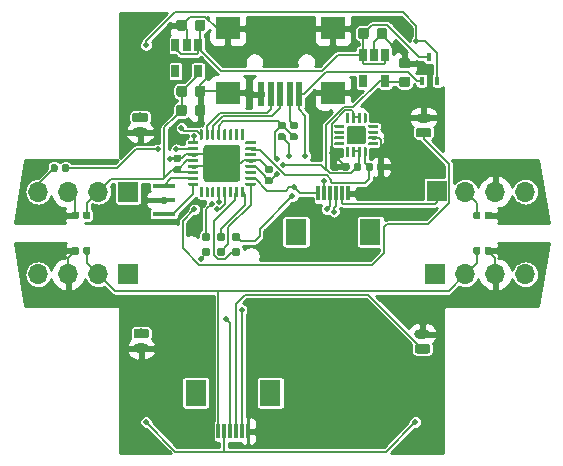
<source format=gtl>
G04 #@! TF.GenerationSoftware,KiCad,Pcbnew,(5.1.0)-1*
G04 #@! TF.CreationDate,2019-03-26T08:32:57+01:00*
G04 #@! TF.ProjectId,node,6e6f6465-2e6b-4696-9361-645f70636258,rev?*
G04 #@! TF.SameCoordinates,Original*
G04 #@! TF.FileFunction,Copper,L1,Top*
G04 #@! TF.FilePolarity,Positive*
%FSLAX46Y46*%
G04 Gerber Fmt 4.6, Leading zero omitted, Abs format (unit mm)*
G04 Created by KiCad (PCBNEW (5.1.0)-1) date 2019-03-26 08:32:57*
%MOMM*%
%LPD*%
G04 APERTURE LIST*
%ADD10R,0.450000X0.700000*%
%ADD11O,1.700000X1.700000*%
%ADD12R,1.700000X1.700000*%
%ADD13C,0.100000*%
%ADD14C,0.250000*%
%ADD15C,3.100000*%
%ADD16C,0.787400*%
%ADD17R,0.300000X1.300000*%
%ADD18R,1.800000X2.200000*%
%ADD19C,0.590000*%
%ADD20C,0.875000*%
%ADD21R,0.650000X1.060000*%
%ADD22R,1.900000X0.400000*%
%ADD23O,1.300000X0.800000*%
%ADD24C,0.800000*%
%ADD25C,1.600000*%
%ADD26R,0.500000X2.000000*%
%ADD27R,2.000000X1.900000*%
%ADD28C,0.500000*%
%ADD29C,0.152400*%
%ADD30C,0.254000*%
G04 APERTURE END LIST*
D10*
X159500000Y-67600000D03*
X160150000Y-69600000D03*
X158850000Y-69600000D03*
D11*
X167620000Y-86000000D03*
X165080000Y-86000000D03*
X162540000Y-86000000D03*
D12*
X160000000Y-86000000D03*
D13*
G36*
X140238626Y-73725301D02*
G01*
X140244693Y-73726201D01*
X140250643Y-73727691D01*
X140256418Y-73729758D01*
X140261962Y-73732380D01*
X140267223Y-73735533D01*
X140272150Y-73739187D01*
X140276694Y-73743306D01*
X140280813Y-73747850D01*
X140284467Y-73752777D01*
X140287620Y-73758038D01*
X140290242Y-73763582D01*
X140292309Y-73769357D01*
X140293799Y-73775307D01*
X140294699Y-73781374D01*
X140295000Y-73787500D01*
X140295000Y-74537500D01*
X140294699Y-74543626D01*
X140293799Y-74549693D01*
X140292309Y-74555643D01*
X140290242Y-74561418D01*
X140287620Y-74566962D01*
X140284467Y-74572223D01*
X140280813Y-74577150D01*
X140276694Y-74581694D01*
X140272150Y-74585813D01*
X140267223Y-74589467D01*
X140261962Y-74592620D01*
X140256418Y-74595242D01*
X140250643Y-74597309D01*
X140244693Y-74598799D01*
X140238626Y-74599699D01*
X140232500Y-74600000D01*
X140107500Y-74600000D01*
X140101374Y-74599699D01*
X140095307Y-74598799D01*
X140089357Y-74597309D01*
X140083582Y-74595242D01*
X140078038Y-74592620D01*
X140072777Y-74589467D01*
X140067850Y-74585813D01*
X140063306Y-74581694D01*
X140059187Y-74577150D01*
X140055533Y-74572223D01*
X140052380Y-74566962D01*
X140049758Y-74561418D01*
X140047691Y-74555643D01*
X140046201Y-74549693D01*
X140045301Y-74543626D01*
X140045000Y-74537500D01*
X140045000Y-73787500D01*
X140045301Y-73781374D01*
X140046201Y-73775307D01*
X140047691Y-73769357D01*
X140049758Y-73763582D01*
X140052380Y-73758038D01*
X140055533Y-73752777D01*
X140059187Y-73747850D01*
X140063306Y-73743306D01*
X140067850Y-73739187D01*
X140072777Y-73735533D01*
X140078038Y-73732380D01*
X140083582Y-73729758D01*
X140089357Y-73727691D01*
X140095307Y-73726201D01*
X140101374Y-73725301D01*
X140107500Y-73725000D01*
X140232500Y-73725000D01*
X140238626Y-73725301D01*
X140238626Y-73725301D01*
G37*
D14*
X140170000Y-74162500D03*
D13*
G36*
X140738626Y-73725301D02*
G01*
X140744693Y-73726201D01*
X140750643Y-73727691D01*
X140756418Y-73729758D01*
X140761962Y-73732380D01*
X140767223Y-73735533D01*
X140772150Y-73739187D01*
X140776694Y-73743306D01*
X140780813Y-73747850D01*
X140784467Y-73752777D01*
X140787620Y-73758038D01*
X140790242Y-73763582D01*
X140792309Y-73769357D01*
X140793799Y-73775307D01*
X140794699Y-73781374D01*
X140795000Y-73787500D01*
X140795000Y-74537500D01*
X140794699Y-74543626D01*
X140793799Y-74549693D01*
X140792309Y-74555643D01*
X140790242Y-74561418D01*
X140787620Y-74566962D01*
X140784467Y-74572223D01*
X140780813Y-74577150D01*
X140776694Y-74581694D01*
X140772150Y-74585813D01*
X140767223Y-74589467D01*
X140761962Y-74592620D01*
X140756418Y-74595242D01*
X140750643Y-74597309D01*
X140744693Y-74598799D01*
X140738626Y-74599699D01*
X140732500Y-74600000D01*
X140607500Y-74600000D01*
X140601374Y-74599699D01*
X140595307Y-74598799D01*
X140589357Y-74597309D01*
X140583582Y-74595242D01*
X140578038Y-74592620D01*
X140572777Y-74589467D01*
X140567850Y-74585813D01*
X140563306Y-74581694D01*
X140559187Y-74577150D01*
X140555533Y-74572223D01*
X140552380Y-74566962D01*
X140549758Y-74561418D01*
X140547691Y-74555643D01*
X140546201Y-74549693D01*
X140545301Y-74543626D01*
X140545000Y-74537500D01*
X140545000Y-73787500D01*
X140545301Y-73781374D01*
X140546201Y-73775307D01*
X140547691Y-73769357D01*
X140549758Y-73763582D01*
X140552380Y-73758038D01*
X140555533Y-73752777D01*
X140559187Y-73747850D01*
X140563306Y-73743306D01*
X140567850Y-73739187D01*
X140572777Y-73735533D01*
X140578038Y-73732380D01*
X140583582Y-73729758D01*
X140589357Y-73727691D01*
X140595307Y-73726201D01*
X140601374Y-73725301D01*
X140607500Y-73725000D01*
X140732500Y-73725000D01*
X140738626Y-73725301D01*
X140738626Y-73725301D01*
G37*
D14*
X140670000Y-74162500D03*
D13*
G36*
X141238626Y-73725301D02*
G01*
X141244693Y-73726201D01*
X141250643Y-73727691D01*
X141256418Y-73729758D01*
X141261962Y-73732380D01*
X141267223Y-73735533D01*
X141272150Y-73739187D01*
X141276694Y-73743306D01*
X141280813Y-73747850D01*
X141284467Y-73752777D01*
X141287620Y-73758038D01*
X141290242Y-73763582D01*
X141292309Y-73769357D01*
X141293799Y-73775307D01*
X141294699Y-73781374D01*
X141295000Y-73787500D01*
X141295000Y-74537500D01*
X141294699Y-74543626D01*
X141293799Y-74549693D01*
X141292309Y-74555643D01*
X141290242Y-74561418D01*
X141287620Y-74566962D01*
X141284467Y-74572223D01*
X141280813Y-74577150D01*
X141276694Y-74581694D01*
X141272150Y-74585813D01*
X141267223Y-74589467D01*
X141261962Y-74592620D01*
X141256418Y-74595242D01*
X141250643Y-74597309D01*
X141244693Y-74598799D01*
X141238626Y-74599699D01*
X141232500Y-74600000D01*
X141107500Y-74600000D01*
X141101374Y-74599699D01*
X141095307Y-74598799D01*
X141089357Y-74597309D01*
X141083582Y-74595242D01*
X141078038Y-74592620D01*
X141072777Y-74589467D01*
X141067850Y-74585813D01*
X141063306Y-74581694D01*
X141059187Y-74577150D01*
X141055533Y-74572223D01*
X141052380Y-74566962D01*
X141049758Y-74561418D01*
X141047691Y-74555643D01*
X141046201Y-74549693D01*
X141045301Y-74543626D01*
X141045000Y-74537500D01*
X141045000Y-73787500D01*
X141045301Y-73781374D01*
X141046201Y-73775307D01*
X141047691Y-73769357D01*
X141049758Y-73763582D01*
X141052380Y-73758038D01*
X141055533Y-73752777D01*
X141059187Y-73747850D01*
X141063306Y-73743306D01*
X141067850Y-73739187D01*
X141072777Y-73735533D01*
X141078038Y-73732380D01*
X141083582Y-73729758D01*
X141089357Y-73727691D01*
X141095307Y-73726201D01*
X141101374Y-73725301D01*
X141107500Y-73725000D01*
X141232500Y-73725000D01*
X141238626Y-73725301D01*
X141238626Y-73725301D01*
G37*
D14*
X141170000Y-74162500D03*
D13*
G36*
X141738626Y-73725301D02*
G01*
X141744693Y-73726201D01*
X141750643Y-73727691D01*
X141756418Y-73729758D01*
X141761962Y-73732380D01*
X141767223Y-73735533D01*
X141772150Y-73739187D01*
X141776694Y-73743306D01*
X141780813Y-73747850D01*
X141784467Y-73752777D01*
X141787620Y-73758038D01*
X141790242Y-73763582D01*
X141792309Y-73769357D01*
X141793799Y-73775307D01*
X141794699Y-73781374D01*
X141795000Y-73787500D01*
X141795000Y-74537500D01*
X141794699Y-74543626D01*
X141793799Y-74549693D01*
X141792309Y-74555643D01*
X141790242Y-74561418D01*
X141787620Y-74566962D01*
X141784467Y-74572223D01*
X141780813Y-74577150D01*
X141776694Y-74581694D01*
X141772150Y-74585813D01*
X141767223Y-74589467D01*
X141761962Y-74592620D01*
X141756418Y-74595242D01*
X141750643Y-74597309D01*
X141744693Y-74598799D01*
X141738626Y-74599699D01*
X141732500Y-74600000D01*
X141607500Y-74600000D01*
X141601374Y-74599699D01*
X141595307Y-74598799D01*
X141589357Y-74597309D01*
X141583582Y-74595242D01*
X141578038Y-74592620D01*
X141572777Y-74589467D01*
X141567850Y-74585813D01*
X141563306Y-74581694D01*
X141559187Y-74577150D01*
X141555533Y-74572223D01*
X141552380Y-74566962D01*
X141549758Y-74561418D01*
X141547691Y-74555643D01*
X141546201Y-74549693D01*
X141545301Y-74543626D01*
X141545000Y-74537500D01*
X141545000Y-73787500D01*
X141545301Y-73781374D01*
X141546201Y-73775307D01*
X141547691Y-73769357D01*
X141549758Y-73763582D01*
X141552380Y-73758038D01*
X141555533Y-73752777D01*
X141559187Y-73747850D01*
X141563306Y-73743306D01*
X141567850Y-73739187D01*
X141572777Y-73735533D01*
X141578038Y-73732380D01*
X141583582Y-73729758D01*
X141589357Y-73727691D01*
X141595307Y-73726201D01*
X141601374Y-73725301D01*
X141607500Y-73725000D01*
X141732500Y-73725000D01*
X141738626Y-73725301D01*
X141738626Y-73725301D01*
G37*
D14*
X141670000Y-74162500D03*
D13*
G36*
X142238626Y-73725301D02*
G01*
X142244693Y-73726201D01*
X142250643Y-73727691D01*
X142256418Y-73729758D01*
X142261962Y-73732380D01*
X142267223Y-73735533D01*
X142272150Y-73739187D01*
X142276694Y-73743306D01*
X142280813Y-73747850D01*
X142284467Y-73752777D01*
X142287620Y-73758038D01*
X142290242Y-73763582D01*
X142292309Y-73769357D01*
X142293799Y-73775307D01*
X142294699Y-73781374D01*
X142295000Y-73787500D01*
X142295000Y-74537500D01*
X142294699Y-74543626D01*
X142293799Y-74549693D01*
X142292309Y-74555643D01*
X142290242Y-74561418D01*
X142287620Y-74566962D01*
X142284467Y-74572223D01*
X142280813Y-74577150D01*
X142276694Y-74581694D01*
X142272150Y-74585813D01*
X142267223Y-74589467D01*
X142261962Y-74592620D01*
X142256418Y-74595242D01*
X142250643Y-74597309D01*
X142244693Y-74598799D01*
X142238626Y-74599699D01*
X142232500Y-74600000D01*
X142107500Y-74600000D01*
X142101374Y-74599699D01*
X142095307Y-74598799D01*
X142089357Y-74597309D01*
X142083582Y-74595242D01*
X142078038Y-74592620D01*
X142072777Y-74589467D01*
X142067850Y-74585813D01*
X142063306Y-74581694D01*
X142059187Y-74577150D01*
X142055533Y-74572223D01*
X142052380Y-74566962D01*
X142049758Y-74561418D01*
X142047691Y-74555643D01*
X142046201Y-74549693D01*
X142045301Y-74543626D01*
X142045000Y-74537500D01*
X142045000Y-73787500D01*
X142045301Y-73781374D01*
X142046201Y-73775307D01*
X142047691Y-73769357D01*
X142049758Y-73763582D01*
X142052380Y-73758038D01*
X142055533Y-73752777D01*
X142059187Y-73747850D01*
X142063306Y-73743306D01*
X142067850Y-73739187D01*
X142072777Y-73735533D01*
X142078038Y-73732380D01*
X142083582Y-73729758D01*
X142089357Y-73727691D01*
X142095307Y-73726201D01*
X142101374Y-73725301D01*
X142107500Y-73725000D01*
X142232500Y-73725000D01*
X142238626Y-73725301D01*
X142238626Y-73725301D01*
G37*
D14*
X142170000Y-74162500D03*
D13*
G36*
X142738626Y-73725301D02*
G01*
X142744693Y-73726201D01*
X142750643Y-73727691D01*
X142756418Y-73729758D01*
X142761962Y-73732380D01*
X142767223Y-73735533D01*
X142772150Y-73739187D01*
X142776694Y-73743306D01*
X142780813Y-73747850D01*
X142784467Y-73752777D01*
X142787620Y-73758038D01*
X142790242Y-73763582D01*
X142792309Y-73769357D01*
X142793799Y-73775307D01*
X142794699Y-73781374D01*
X142795000Y-73787500D01*
X142795000Y-74537500D01*
X142794699Y-74543626D01*
X142793799Y-74549693D01*
X142792309Y-74555643D01*
X142790242Y-74561418D01*
X142787620Y-74566962D01*
X142784467Y-74572223D01*
X142780813Y-74577150D01*
X142776694Y-74581694D01*
X142772150Y-74585813D01*
X142767223Y-74589467D01*
X142761962Y-74592620D01*
X142756418Y-74595242D01*
X142750643Y-74597309D01*
X142744693Y-74598799D01*
X142738626Y-74599699D01*
X142732500Y-74600000D01*
X142607500Y-74600000D01*
X142601374Y-74599699D01*
X142595307Y-74598799D01*
X142589357Y-74597309D01*
X142583582Y-74595242D01*
X142578038Y-74592620D01*
X142572777Y-74589467D01*
X142567850Y-74585813D01*
X142563306Y-74581694D01*
X142559187Y-74577150D01*
X142555533Y-74572223D01*
X142552380Y-74566962D01*
X142549758Y-74561418D01*
X142547691Y-74555643D01*
X142546201Y-74549693D01*
X142545301Y-74543626D01*
X142545000Y-74537500D01*
X142545000Y-73787500D01*
X142545301Y-73781374D01*
X142546201Y-73775307D01*
X142547691Y-73769357D01*
X142549758Y-73763582D01*
X142552380Y-73758038D01*
X142555533Y-73752777D01*
X142559187Y-73747850D01*
X142563306Y-73743306D01*
X142567850Y-73739187D01*
X142572777Y-73735533D01*
X142578038Y-73732380D01*
X142583582Y-73729758D01*
X142589357Y-73727691D01*
X142595307Y-73726201D01*
X142601374Y-73725301D01*
X142607500Y-73725000D01*
X142732500Y-73725000D01*
X142738626Y-73725301D01*
X142738626Y-73725301D01*
G37*
D14*
X142670000Y-74162500D03*
D13*
G36*
X143238626Y-73725301D02*
G01*
X143244693Y-73726201D01*
X143250643Y-73727691D01*
X143256418Y-73729758D01*
X143261962Y-73732380D01*
X143267223Y-73735533D01*
X143272150Y-73739187D01*
X143276694Y-73743306D01*
X143280813Y-73747850D01*
X143284467Y-73752777D01*
X143287620Y-73758038D01*
X143290242Y-73763582D01*
X143292309Y-73769357D01*
X143293799Y-73775307D01*
X143294699Y-73781374D01*
X143295000Y-73787500D01*
X143295000Y-74537500D01*
X143294699Y-74543626D01*
X143293799Y-74549693D01*
X143292309Y-74555643D01*
X143290242Y-74561418D01*
X143287620Y-74566962D01*
X143284467Y-74572223D01*
X143280813Y-74577150D01*
X143276694Y-74581694D01*
X143272150Y-74585813D01*
X143267223Y-74589467D01*
X143261962Y-74592620D01*
X143256418Y-74595242D01*
X143250643Y-74597309D01*
X143244693Y-74598799D01*
X143238626Y-74599699D01*
X143232500Y-74600000D01*
X143107500Y-74600000D01*
X143101374Y-74599699D01*
X143095307Y-74598799D01*
X143089357Y-74597309D01*
X143083582Y-74595242D01*
X143078038Y-74592620D01*
X143072777Y-74589467D01*
X143067850Y-74585813D01*
X143063306Y-74581694D01*
X143059187Y-74577150D01*
X143055533Y-74572223D01*
X143052380Y-74566962D01*
X143049758Y-74561418D01*
X143047691Y-74555643D01*
X143046201Y-74549693D01*
X143045301Y-74543626D01*
X143045000Y-74537500D01*
X143045000Y-73787500D01*
X143045301Y-73781374D01*
X143046201Y-73775307D01*
X143047691Y-73769357D01*
X143049758Y-73763582D01*
X143052380Y-73758038D01*
X143055533Y-73752777D01*
X143059187Y-73747850D01*
X143063306Y-73743306D01*
X143067850Y-73739187D01*
X143072777Y-73735533D01*
X143078038Y-73732380D01*
X143083582Y-73729758D01*
X143089357Y-73727691D01*
X143095307Y-73726201D01*
X143101374Y-73725301D01*
X143107500Y-73725000D01*
X143232500Y-73725000D01*
X143238626Y-73725301D01*
X143238626Y-73725301D01*
G37*
D14*
X143170000Y-74162500D03*
D13*
G36*
X143738626Y-73725301D02*
G01*
X143744693Y-73726201D01*
X143750643Y-73727691D01*
X143756418Y-73729758D01*
X143761962Y-73732380D01*
X143767223Y-73735533D01*
X143772150Y-73739187D01*
X143776694Y-73743306D01*
X143780813Y-73747850D01*
X143784467Y-73752777D01*
X143787620Y-73758038D01*
X143790242Y-73763582D01*
X143792309Y-73769357D01*
X143793799Y-73775307D01*
X143794699Y-73781374D01*
X143795000Y-73787500D01*
X143795000Y-74537500D01*
X143794699Y-74543626D01*
X143793799Y-74549693D01*
X143792309Y-74555643D01*
X143790242Y-74561418D01*
X143787620Y-74566962D01*
X143784467Y-74572223D01*
X143780813Y-74577150D01*
X143776694Y-74581694D01*
X143772150Y-74585813D01*
X143767223Y-74589467D01*
X143761962Y-74592620D01*
X143756418Y-74595242D01*
X143750643Y-74597309D01*
X143744693Y-74598799D01*
X143738626Y-74599699D01*
X143732500Y-74600000D01*
X143607500Y-74600000D01*
X143601374Y-74599699D01*
X143595307Y-74598799D01*
X143589357Y-74597309D01*
X143583582Y-74595242D01*
X143578038Y-74592620D01*
X143572777Y-74589467D01*
X143567850Y-74585813D01*
X143563306Y-74581694D01*
X143559187Y-74577150D01*
X143555533Y-74572223D01*
X143552380Y-74566962D01*
X143549758Y-74561418D01*
X143547691Y-74555643D01*
X143546201Y-74549693D01*
X143545301Y-74543626D01*
X143545000Y-74537500D01*
X143545000Y-73787500D01*
X143545301Y-73781374D01*
X143546201Y-73775307D01*
X143547691Y-73769357D01*
X143549758Y-73763582D01*
X143552380Y-73758038D01*
X143555533Y-73752777D01*
X143559187Y-73747850D01*
X143563306Y-73743306D01*
X143567850Y-73739187D01*
X143572777Y-73735533D01*
X143578038Y-73732380D01*
X143583582Y-73729758D01*
X143589357Y-73727691D01*
X143595307Y-73726201D01*
X143601374Y-73725301D01*
X143607500Y-73725000D01*
X143732500Y-73725000D01*
X143738626Y-73725301D01*
X143738626Y-73725301D01*
G37*
D14*
X143670000Y-74162500D03*
D13*
G36*
X144738626Y-74725301D02*
G01*
X144744693Y-74726201D01*
X144750643Y-74727691D01*
X144756418Y-74729758D01*
X144761962Y-74732380D01*
X144767223Y-74735533D01*
X144772150Y-74739187D01*
X144776694Y-74743306D01*
X144780813Y-74747850D01*
X144784467Y-74752777D01*
X144787620Y-74758038D01*
X144790242Y-74763582D01*
X144792309Y-74769357D01*
X144793799Y-74775307D01*
X144794699Y-74781374D01*
X144795000Y-74787500D01*
X144795000Y-74912500D01*
X144794699Y-74918626D01*
X144793799Y-74924693D01*
X144792309Y-74930643D01*
X144790242Y-74936418D01*
X144787620Y-74941962D01*
X144784467Y-74947223D01*
X144780813Y-74952150D01*
X144776694Y-74956694D01*
X144772150Y-74960813D01*
X144767223Y-74964467D01*
X144761962Y-74967620D01*
X144756418Y-74970242D01*
X144750643Y-74972309D01*
X144744693Y-74973799D01*
X144738626Y-74974699D01*
X144732500Y-74975000D01*
X143982500Y-74975000D01*
X143976374Y-74974699D01*
X143970307Y-74973799D01*
X143964357Y-74972309D01*
X143958582Y-74970242D01*
X143953038Y-74967620D01*
X143947777Y-74964467D01*
X143942850Y-74960813D01*
X143938306Y-74956694D01*
X143934187Y-74952150D01*
X143930533Y-74947223D01*
X143927380Y-74941962D01*
X143924758Y-74936418D01*
X143922691Y-74930643D01*
X143921201Y-74924693D01*
X143920301Y-74918626D01*
X143920000Y-74912500D01*
X143920000Y-74787500D01*
X143920301Y-74781374D01*
X143921201Y-74775307D01*
X143922691Y-74769357D01*
X143924758Y-74763582D01*
X143927380Y-74758038D01*
X143930533Y-74752777D01*
X143934187Y-74747850D01*
X143938306Y-74743306D01*
X143942850Y-74739187D01*
X143947777Y-74735533D01*
X143953038Y-74732380D01*
X143958582Y-74729758D01*
X143964357Y-74727691D01*
X143970307Y-74726201D01*
X143976374Y-74725301D01*
X143982500Y-74725000D01*
X144732500Y-74725000D01*
X144738626Y-74725301D01*
X144738626Y-74725301D01*
G37*
D14*
X144357500Y-74850000D03*
D13*
G36*
X144738626Y-75225301D02*
G01*
X144744693Y-75226201D01*
X144750643Y-75227691D01*
X144756418Y-75229758D01*
X144761962Y-75232380D01*
X144767223Y-75235533D01*
X144772150Y-75239187D01*
X144776694Y-75243306D01*
X144780813Y-75247850D01*
X144784467Y-75252777D01*
X144787620Y-75258038D01*
X144790242Y-75263582D01*
X144792309Y-75269357D01*
X144793799Y-75275307D01*
X144794699Y-75281374D01*
X144795000Y-75287500D01*
X144795000Y-75412500D01*
X144794699Y-75418626D01*
X144793799Y-75424693D01*
X144792309Y-75430643D01*
X144790242Y-75436418D01*
X144787620Y-75441962D01*
X144784467Y-75447223D01*
X144780813Y-75452150D01*
X144776694Y-75456694D01*
X144772150Y-75460813D01*
X144767223Y-75464467D01*
X144761962Y-75467620D01*
X144756418Y-75470242D01*
X144750643Y-75472309D01*
X144744693Y-75473799D01*
X144738626Y-75474699D01*
X144732500Y-75475000D01*
X143982500Y-75475000D01*
X143976374Y-75474699D01*
X143970307Y-75473799D01*
X143964357Y-75472309D01*
X143958582Y-75470242D01*
X143953038Y-75467620D01*
X143947777Y-75464467D01*
X143942850Y-75460813D01*
X143938306Y-75456694D01*
X143934187Y-75452150D01*
X143930533Y-75447223D01*
X143927380Y-75441962D01*
X143924758Y-75436418D01*
X143922691Y-75430643D01*
X143921201Y-75424693D01*
X143920301Y-75418626D01*
X143920000Y-75412500D01*
X143920000Y-75287500D01*
X143920301Y-75281374D01*
X143921201Y-75275307D01*
X143922691Y-75269357D01*
X143924758Y-75263582D01*
X143927380Y-75258038D01*
X143930533Y-75252777D01*
X143934187Y-75247850D01*
X143938306Y-75243306D01*
X143942850Y-75239187D01*
X143947777Y-75235533D01*
X143953038Y-75232380D01*
X143958582Y-75229758D01*
X143964357Y-75227691D01*
X143970307Y-75226201D01*
X143976374Y-75225301D01*
X143982500Y-75225000D01*
X144732500Y-75225000D01*
X144738626Y-75225301D01*
X144738626Y-75225301D01*
G37*
D14*
X144357500Y-75350000D03*
D13*
G36*
X144738626Y-75725301D02*
G01*
X144744693Y-75726201D01*
X144750643Y-75727691D01*
X144756418Y-75729758D01*
X144761962Y-75732380D01*
X144767223Y-75735533D01*
X144772150Y-75739187D01*
X144776694Y-75743306D01*
X144780813Y-75747850D01*
X144784467Y-75752777D01*
X144787620Y-75758038D01*
X144790242Y-75763582D01*
X144792309Y-75769357D01*
X144793799Y-75775307D01*
X144794699Y-75781374D01*
X144795000Y-75787500D01*
X144795000Y-75912500D01*
X144794699Y-75918626D01*
X144793799Y-75924693D01*
X144792309Y-75930643D01*
X144790242Y-75936418D01*
X144787620Y-75941962D01*
X144784467Y-75947223D01*
X144780813Y-75952150D01*
X144776694Y-75956694D01*
X144772150Y-75960813D01*
X144767223Y-75964467D01*
X144761962Y-75967620D01*
X144756418Y-75970242D01*
X144750643Y-75972309D01*
X144744693Y-75973799D01*
X144738626Y-75974699D01*
X144732500Y-75975000D01*
X143982500Y-75975000D01*
X143976374Y-75974699D01*
X143970307Y-75973799D01*
X143964357Y-75972309D01*
X143958582Y-75970242D01*
X143953038Y-75967620D01*
X143947777Y-75964467D01*
X143942850Y-75960813D01*
X143938306Y-75956694D01*
X143934187Y-75952150D01*
X143930533Y-75947223D01*
X143927380Y-75941962D01*
X143924758Y-75936418D01*
X143922691Y-75930643D01*
X143921201Y-75924693D01*
X143920301Y-75918626D01*
X143920000Y-75912500D01*
X143920000Y-75787500D01*
X143920301Y-75781374D01*
X143921201Y-75775307D01*
X143922691Y-75769357D01*
X143924758Y-75763582D01*
X143927380Y-75758038D01*
X143930533Y-75752777D01*
X143934187Y-75747850D01*
X143938306Y-75743306D01*
X143942850Y-75739187D01*
X143947777Y-75735533D01*
X143953038Y-75732380D01*
X143958582Y-75729758D01*
X143964357Y-75727691D01*
X143970307Y-75726201D01*
X143976374Y-75725301D01*
X143982500Y-75725000D01*
X144732500Y-75725000D01*
X144738626Y-75725301D01*
X144738626Y-75725301D01*
G37*
D14*
X144357500Y-75850000D03*
D13*
G36*
X144738626Y-76225301D02*
G01*
X144744693Y-76226201D01*
X144750643Y-76227691D01*
X144756418Y-76229758D01*
X144761962Y-76232380D01*
X144767223Y-76235533D01*
X144772150Y-76239187D01*
X144776694Y-76243306D01*
X144780813Y-76247850D01*
X144784467Y-76252777D01*
X144787620Y-76258038D01*
X144790242Y-76263582D01*
X144792309Y-76269357D01*
X144793799Y-76275307D01*
X144794699Y-76281374D01*
X144795000Y-76287500D01*
X144795000Y-76412500D01*
X144794699Y-76418626D01*
X144793799Y-76424693D01*
X144792309Y-76430643D01*
X144790242Y-76436418D01*
X144787620Y-76441962D01*
X144784467Y-76447223D01*
X144780813Y-76452150D01*
X144776694Y-76456694D01*
X144772150Y-76460813D01*
X144767223Y-76464467D01*
X144761962Y-76467620D01*
X144756418Y-76470242D01*
X144750643Y-76472309D01*
X144744693Y-76473799D01*
X144738626Y-76474699D01*
X144732500Y-76475000D01*
X143982500Y-76475000D01*
X143976374Y-76474699D01*
X143970307Y-76473799D01*
X143964357Y-76472309D01*
X143958582Y-76470242D01*
X143953038Y-76467620D01*
X143947777Y-76464467D01*
X143942850Y-76460813D01*
X143938306Y-76456694D01*
X143934187Y-76452150D01*
X143930533Y-76447223D01*
X143927380Y-76441962D01*
X143924758Y-76436418D01*
X143922691Y-76430643D01*
X143921201Y-76424693D01*
X143920301Y-76418626D01*
X143920000Y-76412500D01*
X143920000Y-76287500D01*
X143920301Y-76281374D01*
X143921201Y-76275307D01*
X143922691Y-76269357D01*
X143924758Y-76263582D01*
X143927380Y-76258038D01*
X143930533Y-76252777D01*
X143934187Y-76247850D01*
X143938306Y-76243306D01*
X143942850Y-76239187D01*
X143947777Y-76235533D01*
X143953038Y-76232380D01*
X143958582Y-76229758D01*
X143964357Y-76227691D01*
X143970307Y-76226201D01*
X143976374Y-76225301D01*
X143982500Y-76225000D01*
X144732500Y-76225000D01*
X144738626Y-76225301D01*
X144738626Y-76225301D01*
G37*
D14*
X144357500Y-76350000D03*
D13*
G36*
X144738626Y-76725301D02*
G01*
X144744693Y-76726201D01*
X144750643Y-76727691D01*
X144756418Y-76729758D01*
X144761962Y-76732380D01*
X144767223Y-76735533D01*
X144772150Y-76739187D01*
X144776694Y-76743306D01*
X144780813Y-76747850D01*
X144784467Y-76752777D01*
X144787620Y-76758038D01*
X144790242Y-76763582D01*
X144792309Y-76769357D01*
X144793799Y-76775307D01*
X144794699Y-76781374D01*
X144795000Y-76787500D01*
X144795000Y-76912500D01*
X144794699Y-76918626D01*
X144793799Y-76924693D01*
X144792309Y-76930643D01*
X144790242Y-76936418D01*
X144787620Y-76941962D01*
X144784467Y-76947223D01*
X144780813Y-76952150D01*
X144776694Y-76956694D01*
X144772150Y-76960813D01*
X144767223Y-76964467D01*
X144761962Y-76967620D01*
X144756418Y-76970242D01*
X144750643Y-76972309D01*
X144744693Y-76973799D01*
X144738626Y-76974699D01*
X144732500Y-76975000D01*
X143982500Y-76975000D01*
X143976374Y-76974699D01*
X143970307Y-76973799D01*
X143964357Y-76972309D01*
X143958582Y-76970242D01*
X143953038Y-76967620D01*
X143947777Y-76964467D01*
X143942850Y-76960813D01*
X143938306Y-76956694D01*
X143934187Y-76952150D01*
X143930533Y-76947223D01*
X143927380Y-76941962D01*
X143924758Y-76936418D01*
X143922691Y-76930643D01*
X143921201Y-76924693D01*
X143920301Y-76918626D01*
X143920000Y-76912500D01*
X143920000Y-76787500D01*
X143920301Y-76781374D01*
X143921201Y-76775307D01*
X143922691Y-76769357D01*
X143924758Y-76763582D01*
X143927380Y-76758038D01*
X143930533Y-76752777D01*
X143934187Y-76747850D01*
X143938306Y-76743306D01*
X143942850Y-76739187D01*
X143947777Y-76735533D01*
X143953038Y-76732380D01*
X143958582Y-76729758D01*
X143964357Y-76727691D01*
X143970307Y-76726201D01*
X143976374Y-76725301D01*
X143982500Y-76725000D01*
X144732500Y-76725000D01*
X144738626Y-76725301D01*
X144738626Y-76725301D01*
G37*
D14*
X144357500Y-76850000D03*
D13*
G36*
X144738626Y-77225301D02*
G01*
X144744693Y-77226201D01*
X144750643Y-77227691D01*
X144756418Y-77229758D01*
X144761962Y-77232380D01*
X144767223Y-77235533D01*
X144772150Y-77239187D01*
X144776694Y-77243306D01*
X144780813Y-77247850D01*
X144784467Y-77252777D01*
X144787620Y-77258038D01*
X144790242Y-77263582D01*
X144792309Y-77269357D01*
X144793799Y-77275307D01*
X144794699Y-77281374D01*
X144795000Y-77287500D01*
X144795000Y-77412500D01*
X144794699Y-77418626D01*
X144793799Y-77424693D01*
X144792309Y-77430643D01*
X144790242Y-77436418D01*
X144787620Y-77441962D01*
X144784467Y-77447223D01*
X144780813Y-77452150D01*
X144776694Y-77456694D01*
X144772150Y-77460813D01*
X144767223Y-77464467D01*
X144761962Y-77467620D01*
X144756418Y-77470242D01*
X144750643Y-77472309D01*
X144744693Y-77473799D01*
X144738626Y-77474699D01*
X144732500Y-77475000D01*
X143982500Y-77475000D01*
X143976374Y-77474699D01*
X143970307Y-77473799D01*
X143964357Y-77472309D01*
X143958582Y-77470242D01*
X143953038Y-77467620D01*
X143947777Y-77464467D01*
X143942850Y-77460813D01*
X143938306Y-77456694D01*
X143934187Y-77452150D01*
X143930533Y-77447223D01*
X143927380Y-77441962D01*
X143924758Y-77436418D01*
X143922691Y-77430643D01*
X143921201Y-77424693D01*
X143920301Y-77418626D01*
X143920000Y-77412500D01*
X143920000Y-77287500D01*
X143920301Y-77281374D01*
X143921201Y-77275307D01*
X143922691Y-77269357D01*
X143924758Y-77263582D01*
X143927380Y-77258038D01*
X143930533Y-77252777D01*
X143934187Y-77247850D01*
X143938306Y-77243306D01*
X143942850Y-77239187D01*
X143947777Y-77235533D01*
X143953038Y-77232380D01*
X143958582Y-77229758D01*
X143964357Y-77227691D01*
X143970307Y-77226201D01*
X143976374Y-77225301D01*
X143982500Y-77225000D01*
X144732500Y-77225000D01*
X144738626Y-77225301D01*
X144738626Y-77225301D01*
G37*
D14*
X144357500Y-77350000D03*
D13*
G36*
X144738626Y-77725301D02*
G01*
X144744693Y-77726201D01*
X144750643Y-77727691D01*
X144756418Y-77729758D01*
X144761962Y-77732380D01*
X144767223Y-77735533D01*
X144772150Y-77739187D01*
X144776694Y-77743306D01*
X144780813Y-77747850D01*
X144784467Y-77752777D01*
X144787620Y-77758038D01*
X144790242Y-77763582D01*
X144792309Y-77769357D01*
X144793799Y-77775307D01*
X144794699Y-77781374D01*
X144795000Y-77787500D01*
X144795000Y-77912500D01*
X144794699Y-77918626D01*
X144793799Y-77924693D01*
X144792309Y-77930643D01*
X144790242Y-77936418D01*
X144787620Y-77941962D01*
X144784467Y-77947223D01*
X144780813Y-77952150D01*
X144776694Y-77956694D01*
X144772150Y-77960813D01*
X144767223Y-77964467D01*
X144761962Y-77967620D01*
X144756418Y-77970242D01*
X144750643Y-77972309D01*
X144744693Y-77973799D01*
X144738626Y-77974699D01*
X144732500Y-77975000D01*
X143982500Y-77975000D01*
X143976374Y-77974699D01*
X143970307Y-77973799D01*
X143964357Y-77972309D01*
X143958582Y-77970242D01*
X143953038Y-77967620D01*
X143947777Y-77964467D01*
X143942850Y-77960813D01*
X143938306Y-77956694D01*
X143934187Y-77952150D01*
X143930533Y-77947223D01*
X143927380Y-77941962D01*
X143924758Y-77936418D01*
X143922691Y-77930643D01*
X143921201Y-77924693D01*
X143920301Y-77918626D01*
X143920000Y-77912500D01*
X143920000Y-77787500D01*
X143920301Y-77781374D01*
X143921201Y-77775307D01*
X143922691Y-77769357D01*
X143924758Y-77763582D01*
X143927380Y-77758038D01*
X143930533Y-77752777D01*
X143934187Y-77747850D01*
X143938306Y-77743306D01*
X143942850Y-77739187D01*
X143947777Y-77735533D01*
X143953038Y-77732380D01*
X143958582Y-77729758D01*
X143964357Y-77727691D01*
X143970307Y-77726201D01*
X143976374Y-77725301D01*
X143982500Y-77725000D01*
X144732500Y-77725000D01*
X144738626Y-77725301D01*
X144738626Y-77725301D01*
G37*
D14*
X144357500Y-77850000D03*
D13*
G36*
X144738626Y-78225301D02*
G01*
X144744693Y-78226201D01*
X144750643Y-78227691D01*
X144756418Y-78229758D01*
X144761962Y-78232380D01*
X144767223Y-78235533D01*
X144772150Y-78239187D01*
X144776694Y-78243306D01*
X144780813Y-78247850D01*
X144784467Y-78252777D01*
X144787620Y-78258038D01*
X144790242Y-78263582D01*
X144792309Y-78269357D01*
X144793799Y-78275307D01*
X144794699Y-78281374D01*
X144795000Y-78287500D01*
X144795000Y-78412500D01*
X144794699Y-78418626D01*
X144793799Y-78424693D01*
X144792309Y-78430643D01*
X144790242Y-78436418D01*
X144787620Y-78441962D01*
X144784467Y-78447223D01*
X144780813Y-78452150D01*
X144776694Y-78456694D01*
X144772150Y-78460813D01*
X144767223Y-78464467D01*
X144761962Y-78467620D01*
X144756418Y-78470242D01*
X144750643Y-78472309D01*
X144744693Y-78473799D01*
X144738626Y-78474699D01*
X144732500Y-78475000D01*
X143982500Y-78475000D01*
X143976374Y-78474699D01*
X143970307Y-78473799D01*
X143964357Y-78472309D01*
X143958582Y-78470242D01*
X143953038Y-78467620D01*
X143947777Y-78464467D01*
X143942850Y-78460813D01*
X143938306Y-78456694D01*
X143934187Y-78452150D01*
X143930533Y-78447223D01*
X143927380Y-78441962D01*
X143924758Y-78436418D01*
X143922691Y-78430643D01*
X143921201Y-78424693D01*
X143920301Y-78418626D01*
X143920000Y-78412500D01*
X143920000Y-78287500D01*
X143920301Y-78281374D01*
X143921201Y-78275307D01*
X143922691Y-78269357D01*
X143924758Y-78263582D01*
X143927380Y-78258038D01*
X143930533Y-78252777D01*
X143934187Y-78247850D01*
X143938306Y-78243306D01*
X143942850Y-78239187D01*
X143947777Y-78235533D01*
X143953038Y-78232380D01*
X143958582Y-78229758D01*
X143964357Y-78227691D01*
X143970307Y-78226201D01*
X143976374Y-78225301D01*
X143982500Y-78225000D01*
X144732500Y-78225000D01*
X144738626Y-78225301D01*
X144738626Y-78225301D01*
G37*
D14*
X144357500Y-78350000D03*
D13*
G36*
X143738626Y-78600301D02*
G01*
X143744693Y-78601201D01*
X143750643Y-78602691D01*
X143756418Y-78604758D01*
X143761962Y-78607380D01*
X143767223Y-78610533D01*
X143772150Y-78614187D01*
X143776694Y-78618306D01*
X143780813Y-78622850D01*
X143784467Y-78627777D01*
X143787620Y-78633038D01*
X143790242Y-78638582D01*
X143792309Y-78644357D01*
X143793799Y-78650307D01*
X143794699Y-78656374D01*
X143795000Y-78662500D01*
X143795000Y-79412500D01*
X143794699Y-79418626D01*
X143793799Y-79424693D01*
X143792309Y-79430643D01*
X143790242Y-79436418D01*
X143787620Y-79441962D01*
X143784467Y-79447223D01*
X143780813Y-79452150D01*
X143776694Y-79456694D01*
X143772150Y-79460813D01*
X143767223Y-79464467D01*
X143761962Y-79467620D01*
X143756418Y-79470242D01*
X143750643Y-79472309D01*
X143744693Y-79473799D01*
X143738626Y-79474699D01*
X143732500Y-79475000D01*
X143607500Y-79475000D01*
X143601374Y-79474699D01*
X143595307Y-79473799D01*
X143589357Y-79472309D01*
X143583582Y-79470242D01*
X143578038Y-79467620D01*
X143572777Y-79464467D01*
X143567850Y-79460813D01*
X143563306Y-79456694D01*
X143559187Y-79452150D01*
X143555533Y-79447223D01*
X143552380Y-79441962D01*
X143549758Y-79436418D01*
X143547691Y-79430643D01*
X143546201Y-79424693D01*
X143545301Y-79418626D01*
X143545000Y-79412500D01*
X143545000Y-78662500D01*
X143545301Y-78656374D01*
X143546201Y-78650307D01*
X143547691Y-78644357D01*
X143549758Y-78638582D01*
X143552380Y-78633038D01*
X143555533Y-78627777D01*
X143559187Y-78622850D01*
X143563306Y-78618306D01*
X143567850Y-78614187D01*
X143572777Y-78610533D01*
X143578038Y-78607380D01*
X143583582Y-78604758D01*
X143589357Y-78602691D01*
X143595307Y-78601201D01*
X143601374Y-78600301D01*
X143607500Y-78600000D01*
X143732500Y-78600000D01*
X143738626Y-78600301D01*
X143738626Y-78600301D01*
G37*
D14*
X143670000Y-79037500D03*
D13*
G36*
X143238626Y-78600301D02*
G01*
X143244693Y-78601201D01*
X143250643Y-78602691D01*
X143256418Y-78604758D01*
X143261962Y-78607380D01*
X143267223Y-78610533D01*
X143272150Y-78614187D01*
X143276694Y-78618306D01*
X143280813Y-78622850D01*
X143284467Y-78627777D01*
X143287620Y-78633038D01*
X143290242Y-78638582D01*
X143292309Y-78644357D01*
X143293799Y-78650307D01*
X143294699Y-78656374D01*
X143295000Y-78662500D01*
X143295000Y-79412500D01*
X143294699Y-79418626D01*
X143293799Y-79424693D01*
X143292309Y-79430643D01*
X143290242Y-79436418D01*
X143287620Y-79441962D01*
X143284467Y-79447223D01*
X143280813Y-79452150D01*
X143276694Y-79456694D01*
X143272150Y-79460813D01*
X143267223Y-79464467D01*
X143261962Y-79467620D01*
X143256418Y-79470242D01*
X143250643Y-79472309D01*
X143244693Y-79473799D01*
X143238626Y-79474699D01*
X143232500Y-79475000D01*
X143107500Y-79475000D01*
X143101374Y-79474699D01*
X143095307Y-79473799D01*
X143089357Y-79472309D01*
X143083582Y-79470242D01*
X143078038Y-79467620D01*
X143072777Y-79464467D01*
X143067850Y-79460813D01*
X143063306Y-79456694D01*
X143059187Y-79452150D01*
X143055533Y-79447223D01*
X143052380Y-79441962D01*
X143049758Y-79436418D01*
X143047691Y-79430643D01*
X143046201Y-79424693D01*
X143045301Y-79418626D01*
X143045000Y-79412500D01*
X143045000Y-78662500D01*
X143045301Y-78656374D01*
X143046201Y-78650307D01*
X143047691Y-78644357D01*
X143049758Y-78638582D01*
X143052380Y-78633038D01*
X143055533Y-78627777D01*
X143059187Y-78622850D01*
X143063306Y-78618306D01*
X143067850Y-78614187D01*
X143072777Y-78610533D01*
X143078038Y-78607380D01*
X143083582Y-78604758D01*
X143089357Y-78602691D01*
X143095307Y-78601201D01*
X143101374Y-78600301D01*
X143107500Y-78600000D01*
X143232500Y-78600000D01*
X143238626Y-78600301D01*
X143238626Y-78600301D01*
G37*
D14*
X143170000Y-79037500D03*
D13*
G36*
X142738626Y-78600301D02*
G01*
X142744693Y-78601201D01*
X142750643Y-78602691D01*
X142756418Y-78604758D01*
X142761962Y-78607380D01*
X142767223Y-78610533D01*
X142772150Y-78614187D01*
X142776694Y-78618306D01*
X142780813Y-78622850D01*
X142784467Y-78627777D01*
X142787620Y-78633038D01*
X142790242Y-78638582D01*
X142792309Y-78644357D01*
X142793799Y-78650307D01*
X142794699Y-78656374D01*
X142795000Y-78662500D01*
X142795000Y-79412500D01*
X142794699Y-79418626D01*
X142793799Y-79424693D01*
X142792309Y-79430643D01*
X142790242Y-79436418D01*
X142787620Y-79441962D01*
X142784467Y-79447223D01*
X142780813Y-79452150D01*
X142776694Y-79456694D01*
X142772150Y-79460813D01*
X142767223Y-79464467D01*
X142761962Y-79467620D01*
X142756418Y-79470242D01*
X142750643Y-79472309D01*
X142744693Y-79473799D01*
X142738626Y-79474699D01*
X142732500Y-79475000D01*
X142607500Y-79475000D01*
X142601374Y-79474699D01*
X142595307Y-79473799D01*
X142589357Y-79472309D01*
X142583582Y-79470242D01*
X142578038Y-79467620D01*
X142572777Y-79464467D01*
X142567850Y-79460813D01*
X142563306Y-79456694D01*
X142559187Y-79452150D01*
X142555533Y-79447223D01*
X142552380Y-79441962D01*
X142549758Y-79436418D01*
X142547691Y-79430643D01*
X142546201Y-79424693D01*
X142545301Y-79418626D01*
X142545000Y-79412500D01*
X142545000Y-78662500D01*
X142545301Y-78656374D01*
X142546201Y-78650307D01*
X142547691Y-78644357D01*
X142549758Y-78638582D01*
X142552380Y-78633038D01*
X142555533Y-78627777D01*
X142559187Y-78622850D01*
X142563306Y-78618306D01*
X142567850Y-78614187D01*
X142572777Y-78610533D01*
X142578038Y-78607380D01*
X142583582Y-78604758D01*
X142589357Y-78602691D01*
X142595307Y-78601201D01*
X142601374Y-78600301D01*
X142607500Y-78600000D01*
X142732500Y-78600000D01*
X142738626Y-78600301D01*
X142738626Y-78600301D01*
G37*
D14*
X142670000Y-79037500D03*
D13*
G36*
X142238626Y-78600301D02*
G01*
X142244693Y-78601201D01*
X142250643Y-78602691D01*
X142256418Y-78604758D01*
X142261962Y-78607380D01*
X142267223Y-78610533D01*
X142272150Y-78614187D01*
X142276694Y-78618306D01*
X142280813Y-78622850D01*
X142284467Y-78627777D01*
X142287620Y-78633038D01*
X142290242Y-78638582D01*
X142292309Y-78644357D01*
X142293799Y-78650307D01*
X142294699Y-78656374D01*
X142295000Y-78662500D01*
X142295000Y-79412500D01*
X142294699Y-79418626D01*
X142293799Y-79424693D01*
X142292309Y-79430643D01*
X142290242Y-79436418D01*
X142287620Y-79441962D01*
X142284467Y-79447223D01*
X142280813Y-79452150D01*
X142276694Y-79456694D01*
X142272150Y-79460813D01*
X142267223Y-79464467D01*
X142261962Y-79467620D01*
X142256418Y-79470242D01*
X142250643Y-79472309D01*
X142244693Y-79473799D01*
X142238626Y-79474699D01*
X142232500Y-79475000D01*
X142107500Y-79475000D01*
X142101374Y-79474699D01*
X142095307Y-79473799D01*
X142089357Y-79472309D01*
X142083582Y-79470242D01*
X142078038Y-79467620D01*
X142072777Y-79464467D01*
X142067850Y-79460813D01*
X142063306Y-79456694D01*
X142059187Y-79452150D01*
X142055533Y-79447223D01*
X142052380Y-79441962D01*
X142049758Y-79436418D01*
X142047691Y-79430643D01*
X142046201Y-79424693D01*
X142045301Y-79418626D01*
X142045000Y-79412500D01*
X142045000Y-78662500D01*
X142045301Y-78656374D01*
X142046201Y-78650307D01*
X142047691Y-78644357D01*
X142049758Y-78638582D01*
X142052380Y-78633038D01*
X142055533Y-78627777D01*
X142059187Y-78622850D01*
X142063306Y-78618306D01*
X142067850Y-78614187D01*
X142072777Y-78610533D01*
X142078038Y-78607380D01*
X142083582Y-78604758D01*
X142089357Y-78602691D01*
X142095307Y-78601201D01*
X142101374Y-78600301D01*
X142107500Y-78600000D01*
X142232500Y-78600000D01*
X142238626Y-78600301D01*
X142238626Y-78600301D01*
G37*
D14*
X142170000Y-79037500D03*
D13*
G36*
X141738626Y-78600301D02*
G01*
X141744693Y-78601201D01*
X141750643Y-78602691D01*
X141756418Y-78604758D01*
X141761962Y-78607380D01*
X141767223Y-78610533D01*
X141772150Y-78614187D01*
X141776694Y-78618306D01*
X141780813Y-78622850D01*
X141784467Y-78627777D01*
X141787620Y-78633038D01*
X141790242Y-78638582D01*
X141792309Y-78644357D01*
X141793799Y-78650307D01*
X141794699Y-78656374D01*
X141795000Y-78662500D01*
X141795000Y-79412500D01*
X141794699Y-79418626D01*
X141793799Y-79424693D01*
X141792309Y-79430643D01*
X141790242Y-79436418D01*
X141787620Y-79441962D01*
X141784467Y-79447223D01*
X141780813Y-79452150D01*
X141776694Y-79456694D01*
X141772150Y-79460813D01*
X141767223Y-79464467D01*
X141761962Y-79467620D01*
X141756418Y-79470242D01*
X141750643Y-79472309D01*
X141744693Y-79473799D01*
X141738626Y-79474699D01*
X141732500Y-79475000D01*
X141607500Y-79475000D01*
X141601374Y-79474699D01*
X141595307Y-79473799D01*
X141589357Y-79472309D01*
X141583582Y-79470242D01*
X141578038Y-79467620D01*
X141572777Y-79464467D01*
X141567850Y-79460813D01*
X141563306Y-79456694D01*
X141559187Y-79452150D01*
X141555533Y-79447223D01*
X141552380Y-79441962D01*
X141549758Y-79436418D01*
X141547691Y-79430643D01*
X141546201Y-79424693D01*
X141545301Y-79418626D01*
X141545000Y-79412500D01*
X141545000Y-78662500D01*
X141545301Y-78656374D01*
X141546201Y-78650307D01*
X141547691Y-78644357D01*
X141549758Y-78638582D01*
X141552380Y-78633038D01*
X141555533Y-78627777D01*
X141559187Y-78622850D01*
X141563306Y-78618306D01*
X141567850Y-78614187D01*
X141572777Y-78610533D01*
X141578038Y-78607380D01*
X141583582Y-78604758D01*
X141589357Y-78602691D01*
X141595307Y-78601201D01*
X141601374Y-78600301D01*
X141607500Y-78600000D01*
X141732500Y-78600000D01*
X141738626Y-78600301D01*
X141738626Y-78600301D01*
G37*
D14*
X141670000Y-79037500D03*
D13*
G36*
X141238626Y-78600301D02*
G01*
X141244693Y-78601201D01*
X141250643Y-78602691D01*
X141256418Y-78604758D01*
X141261962Y-78607380D01*
X141267223Y-78610533D01*
X141272150Y-78614187D01*
X141276694Y-78618306D01*
X141280813Y-78622850D01*
X141284467Y-78627777D01*
X141287620Y-78633038D01*
X141290242Y-78638582D01*
X141292309Y-78644357D01*
X141293799Y-78650307D01*
X141294699Y-78656374D01*
X141295000Y-78662500D01*
X141295000Y-79412500D01*
X141294699Y-79418626D01*
X141293799Y-79424693D01*
X141292309Y-79430643D01*
X141290242Y-79436418D01*
X141287620Y-79441962D01*
X141284467Y-79447223D01*
X141280813Y-79452150D01*
X141276694Y-79456694D01*
X141272150Y-79460813D01*
X141267223Y-79464467D01*
X141261962Y-79467620D01*
X141256418Y-79470242D01*
X141250643Y-79472309D01*
X141244693Y-79473799D01*
X141238626Y-79474699D01*
X141232500Y-79475000D01*
X141107500Y-79475000D01*
X141101374Y-79474699D01*
X141095307Y-79473799D01*
X141089357Y-79472309D01*
X141083582Y-79470242D01*
X141078038Y-79467620D01*
X141072777Y-79464467D01*
X141067850Y-79460813D01*
X141063306Y-79456694D01*
X141059187Y-79452150D01*
X141055533Y-79447223D01*
X141052380Y-79441962D01*
X141049758Y-79436418D01*
X141047691Y-79430643D01*
X141046201Y-79424693D01*
X141045301Y-79418626D01*
X141045000Y-79412500D01*
X141045000Y-78662500D01*
X141045301Y-78656374D01*
X141046201Y-78650307D01*
X141047691Y-78644357D01*
X141049758Y-78638582D01*
X141052380Y-78633038D01*
X141055533Y-78627777D01*
X141059187Y-78622850D01*
X141063306Y-78618306D01*
X141067850Y-78614187D01*
X141072777Y-78610533D01*
X141078038Y-78607380D01*
X141083582Y-78604758D01*
X141089357Y-78602691D01*
X141095307Y-78601201D01*
X141101374Y-78600301D01*
X141107500Y-78600000D01*
X141232500Y-78600000D01*
X141238626Y-78600301D01*
X141238626Y-78600301D01*
G37*
D14*
X141170000Y-79037500D03*
D13*
G36*
X140738626Y-78600301D02*
G01*
X140744693Y-78601201D01*
X140750643Y-78602691D01*
X140756418Y-78604758D01*
X140761962Y-78607380D01*
X140767223Y-78610533D01*
X140772150Y-78614187D01*
X140776694Y-78618306D01*
X140780813Y-78622850D01*
X140784467Y-78627777D01*
X140787620Y-78633038D01*
X140790242Y-78638582D01*
X140792309Y-78644357D01*
X140793799Y-78650307D01*
X140794699Y-78656374D01*
X140795000Y-78662500D01*
X140795000Y-79412500D01*
X140794699Y-79418626D01*
X140793799Y-79424693D01*
X140792309Y-79430643D01*
X140790242Y-79436418D01*
X140787620Y-79441962D01*
X140784467Y-79447223D01*
X140780813Y-79452150D01*
X140776694Y-79456694D01*
X140772150Y-79460813D01*
X140767223Y-79464467D01*
X140761962Y-79467620D01*
X140756418Y-79470242D01*
X140750643Y-79472309D01*
X140744693Y-79473799D01*
X140738626Y-79474699D01*
X140732500Y-79475000D01*
X140607500Y-79475000D01*
X140601374Y-79474699D01*
X140595307Y-79473799D01*
X140589357Y-79472309D01*
X140583582Y-79470242D01*
X140578038Y-79467620D01*
X140572777Y-79464467D01*
X140567850Y-79460813D01*
X140563306Y-79456694D01*
X140559187Y-79452150D01*
X140555533Y-79447223D01*
X140552380Y-79441962D01*
X140549758Y-79436418D01*
X140547691Y-79430643D01*
X140546201Y-79424693D01*
X140545301Y-79418626D01*
X140545000Y-79412500D01*
X140545000Y-78662500D01*
X140545301Y-78656374D01*
X140546201Y-78650307D01*
X140547691Y-78644357D01*
X140549758Y-78638582D01*
X140552380Y-78633038D01*
X140555533Y-78627777D01*
X140559187Y-78622850D01*
X140563306Y-78618306D01*
X140567850Y-78614187D01*
X140572777Y-78610533D01*
X140578038Y-78607380D01*
X140583582Y-78604758D01*
X140589357Y-78602691D01*
X140595307Y-78601201D01*
X140601374Y-78600301D01*
X140607500Y-78600000D01*
X140732500Y-78600000D01*
X140738626Y-78600301D01*
X140738626Y-78600301D01*
G37*
D14*
X140670000Y-79037500D03*
D13*
G36*
X140238626Y-78600301D02*
G01*
X140244693Y-78601201D01*
X140250643Y-78602691D01*
X140256418Y-78604758D01*
X140261962Y-78607380D01*
X140267223Y-78610533D01*
X140272150Y-78614187D01*
X140276694Y-78618306D01*
X140280813Y-78622850D01*
X140284467Y-78627777D01*
X140287620Y-78633038D01*
X140290242Y-78638582D01*
X140292309Y-78644357D01*
X140293799Y-78650307D01*
X140294699Y-78656374D01*
X140295000Y-78662500D01*
X140295000Y-79412500D01*
X140294699Y-79418626D01*
X140293799Y-79424693D01*
X140292309Y-79430643D01*
X140290242Y-79436418D01*
X140287620Y-79441962D01*
X140284467Y-79447223D01*
X140280813Y-79452150D01*
X140276694Y-79456694D01*
X140272150Y-79460813D01*
X140267223Y-79464467D01*
X140261962Y-79467620D01*
X140256418Y-79470242D01*
X140250643Y-79472309D01*
X140244693Y-79473799D01*
X140238626Y-79474699D01*
X140232500Y-79475000D01*
X140107500Y-79475000D01*
X140101374Y-79474699D01*
X140095307Y-79473799D01*
X140089357Y-79472309D01*
X140083582Y-79470242D01*
X140078038Y-79467620D01*
X140072777Y-79464467D01*
X140067850Y-79460813D01*
X140063306Y-79456694D01*
X140059187Y-79452150D01*
X140055533Y-79447223D01*
X140052380Y-79441962D01*
X140049758Y-79436418D01*
X140047691Y-79430643D01*
X140046201Y-79424693D01*
X140045301Y-79418626D01*
X140045000Y-79412500D01*
X140045000Y-78662500D01*
X140045301Y-78656374D01*
X140046201Y-78650307D01*
X140047691Y-78644357D01*
X140049758Y-78638582D01*
X140052380Y-78633038D01*
X140055533Y-78627777D01*
X140059187Y-78622850D01*
X140063306Y-78618306D01*
X140067850Y-78614187D01*
X140072777Y-78610533D01*
X140078038Y-78607380D01*
X140083582Y-78604758D01*
X140089357Y-78602691D01*
X140095307Y-78601201D01*
X140101374Y-78600301D01*
X140107500Y-78600000D01*
X140232500Y-78600000D01*
X140238626Y-78600301D01*
X140238626Y-78600301D01*
G37*
D14*
X140170000Y-79037500D03*
D13*
G36*
X139863626Y-78225301D02*
G01*
X139869693Y-78226201D01*
X139875643Y-78227691D01*
X139881418Y-78229758D01*
X139886962Y-78232380D01*
X139892223Y-78235533D01*
X139897150Y-78239187D01*
X139901694Y-78243306D01*
X139905813Y-78247850D01*
X139909467Y-78252777D01*
X139912620Y-78258038D01*
X139915242Y-78263582D01*
X139917309Y-78269357D01*
X139918799Y-78275307D01*
X139919699Y-78281374D01*
X139920000Y-78287500D01*
X139920000Y-78412500D01*
X139919699Y-78418626D01*
X139918799Y-78424693D01*
X139917309Y-78430643D01*
X139915242Y-78436418D01*
X139912620Y-78441962D01*
X139909467Y-78447223D01*
X139905813Y-78452150D01*
X139901694Y-78456694D01*
X139897150Y-78460813D01*
X139892223Y-78464467D01*
X139886962Y-78467620D01*
X139881418Y-78470242D01*
X139875643Y-78472309D01*
X139869693Y-78473799D01*
X139863626Y-78474699D01*
X139857500Y-78475000D01*
X139107500Y-78475000D01*
X139101374Y-78474699D01*
X139095307Y-78473799D01*
X139089357Y-78472309D01*
X139083582Y-78470242D01*
X139078038Y-78467620D01*
X139072777Y-78464467D01*
X139067850Y-78460813D01*
X139063306Y-78456694D01*
X139059187Y-78452150D01*
X139055533Y-78447223D01*
X139052380Y-78441962D01*
X139049758Y-78436418D01*
X139047691Y-78430643D01*
X139046201Y-78424693D01*
X139045301Y-78418626D01*
X139045000Y-78412500D01*
X139045000Y-78287500D01*
X139045301Y-78281374D01*
X139046201Y-78275307D01*
X139047691Y-78269357D01*
X139049758Y-78263582D01*
X139052380Y-78258038D01*
X139055533Y-78252777D01*
X139059187Y-78247850D01*
X139063306Y-78243306D01*
X139067850Y-78239187D01*
X139072777Y-78235533D01*
X139078038Y-78232380D01*
X139083582Y-78229758D01*
X139089357Y-78227691D01*
X139095307Y-78226201D01*
X139101374Y-78225301D01*
X139107500Y-78225000D01*
X139857500Y-78225000D01*
X139863626Y-78225301D01*
X139863626Y-78225301D01*
G37*
D14*
X139482500Y-78350000D03*
D13*
G36*
X139863626Y-77725301D02*
G01*
X139869693Y-77726201D01*
X139875643Y-77727691D01*
X139881418Y-77729758D01*
X139886962Y-77732380D01*
X139892223Y-77735533D01*
X139897150Y-77739187D01*
X139901694Y-77743306D01*
X139905813Y-77747850D01*
X139909467Y-77752777D01*
X139912620Y-77758038D01*
X139915242Y-77763582D01*
X139917309Y-77769357D01*
X139918799Y-77775307D01*
X139919699Y-77781374D01*
X139920000Y-77787500D01*
X139920000Y-77912500D01*
X139919699Y-77918626D01*
X139918799Y-77924693D01*
X139917309Y-77930643D01*
X139915242Y-77936418D01*
X139912620Y-77941962D01*
X139909467Y-77947223D01*
X139905813Y-77952150D01*
X139901694Y-77956694D01*
X139897150Y-77960813D01*
X139892223Y-77964467D01*
X139886962Y-77967620D01*
X139881418Y-77970242D01*
X139875643Y-77972309D01*
X139869693Y-77973799D01*
X139863626Y-77974699D01*
X139857500Y-77975000D01*
X139107500Y-77975000D01*
X139101374Y-77974699D01*
X139095307Y-77973799D01*
X139089357Y-77972309D01*
X139083582Y-77970242D01*
X139078038Y-77967620D01*
X139072777Y-77964467D01*
X139067850Y-77960813D01*
X139063306Y-77956694D01*
X139059187Y-77952150D01*
X139055533Y-77947223D01*
X139052380Y-77941962D01*
X139049758Y-77936418D01*
X139047691Y-77930643D01*
X139046201Y-77924693D01*
X139045301Y-77918626D01*
X139045000Y-77912500D01*
X139045000Y-77787500D01*
X139045301Y-77781374D01*
X139046201Y-77775307D01*
X139047691Y-77769357D01*
X139049758Y-77763582D01*
X139052380Y-77758038D01*
X139055533Y-77752777D01*
X139059187Y-77747850D01*
X139063306Y-77743306D01*
X139067850Y-77739187D01*
X139072777Y-77735533D01*
X139078038Y-77732380D01*
X139083582Y-77729758D01*
X139089357Y-77727691D01*
X139095307Y-77726201D01*
X139101374Y-77725301D01*
X139107500Y-77725000D01*
X139857500Y-77725000D01*
X139863626Y-77725301D01*
X139863626Y-77725301D01*
G37*
D14*
X139482500Y-77850000D03*
D13*
G36*
X139863626Y-77225301D02*
G01*
X139869693Y-77226201D01*
X139875643Y-77227691D01*
X139881418Y-77229758D01*
X139886962Y-77232380D01*
X139892223Y-77235533D01*
X139897150Y-77239187D01*
X139901694Y-77243306D01*
X139905813Y-77247850D01*
X139909467Y-77252777D01*
X139912620Y-77258038D01*
X139915242Y-77263582D01*
X139917309Y-77269357D01*
X139918799Y-77275307D01*
X139919699Y-77281374D01*
X139920000Y-77287500D01*
X139920000Y-77412500D01*
X139919699Y-77418626D01*
X139918799Y-77424693D01*
X139917309Y-77430643D01*
X139915242Y-77436418D01*
X139912620Y-77441962D01*
X139909467Y-77447223D01*
X139905813Y-77452150D01*
X139901694Y-77456694D01*
X139897150Y-77460813D01*
X139892223Y-77464467D01*
X139886962Y-77467620D01*
X139881418Y-77470242D01*
X139875643Y-77472309D01*
X139869693Y-77473799D01*
X139863626Y-77474699D01*
X139857500Y-77475000D01*
X139107500Y-77475000D01*
X139101374Y-77474699D01*
X139095307Y-77473799D01*
X139089357Y-77472309D01*
X139083582Y-77470242D01*
X139078038Y-77467620D01*
X139072777Y-77464467D01*
X139067850Y-77460813D01*
X139063306Y-77456694D01*
X139059187Y-77452150D01*
X139055533Y-77447223D01*
X139052380Y-77441962D01*
X139049758Y-77436418D01*
X139047691Y-77430643D01*
X139046201Y-77424693D01*
X139045301Y-77418626D01*
X139045000Y-77412500D01*
X139045000Y-77287500D01*
X139045301Y-77281374D01*
X139046201Y-77275307D01*
X139047691Y-77269357D01*
X139049758Y-77263582D01*
X139052380Y-77258038D01*
X139055533Y-77252777D01*
X139059187Y-77247850D01*
X139063306Y-77243306D01*
X139067850Y-77239187D01*
X139072777Y-77235533D01*
X139078038Y-77232380D01*
X139083582Y-77229758D01*
X139089357Y-77227691D01*
X139095307Y-77226201D01*
X139101374Y-77225301D01*
X139107500Y-77225000D01*
X139857500Y-77225000D01*
X139863626Y-77225301D01*
X139863626Y-77225301D01*
G37*
D14*
X139482500Y-77350000D03*
D13*
G36*
X139863626Y-76725301D02*
G01*
X139869693Y-76726201D01*
X139875643Y-76727691D01*
X139881418Y-76729758D01*
X139886962Y-76732380D01*
X139892223Y-76735533D01*
X139897150Y-76739187D01*
X139901694Y-76743306D01*
X139905813Y-76747850D01*
X139909467Y-76752777D01*
X139912620Y-76758038D01*
X139915242Y-76763582D01*
X139917309Y-76769357D01*
X139918799Y-76775307D01*
X139919699Y-76781374D01*
X139920000Y-76787500D01*
X139920000Y-76912500D01*
X139919699Y-76918626D01*
X139918799Y-76924693D01*
X139917309Y-76930643D01*
X139915242Y-76936418D01*
X139912620Y-76941962D01*
X139909467Y-76947223D01*
X139905813Y-76952150D01*
X139901694Y-76956694D01*
X139897150Y-76960813D01*
X139892223Y-76964467D01*
X139886962Y-76967620D01*
X139881418Y-76970242D01*
X139875643Y-76972309D01*
X139869693Y-76973799D01*
X139863626Y-76974699D01*
X139857500Y-76975000D01*
X139107500Y-76975000D01*
X139101374Y-76974699D01*
X139095307Y-76973799D01*
X139089357Y-76972309D01*
X139083582Y-76970242D01*
X139078038Y-76967620D01*
X139072777Y-76964467D01*
X139067850Y-76960813D01*
X139063306Y-76956694D01*
X139059187Y-76952150D01*
X139055533Y-76947223D01*
X139052380Y-76941962D01*
X139049758Y-76936418D01*
X139047691Y-76930643D01*
X139046201Y-76924693D01*
X139045301Y-76918626D01*
X139045000Y-76912500D01*
X139045000Y-76787500D01*
X139045301Y-76781374D01*
X139046201Y-76775307D01*
X139047691Y-76769357D01*
X139049758Y-76763582D01*
X139052380Y-76758038D01*
X139055533Y-76752777D01*
X139059187Y-76747850D01*
X139063306Y-76743306D01*
X139067850Y-76739187D01*
X139072777Y-76735533D01*
X139078038Y-76732380D01*
X139083582Y-76729758D01*
X139089357Y-76727691D01*
X139095307Y-76726201D01*
X139101374Y-76725301D01*
X139107500Y-76725000D01*
X139857500Y-76725000D01*
X139863626Y-76725301D01*
X139863626Y-76725301D01*
G37*
D14*
X139482500Y-76850000D03*
D13*
G36*
X139863626Y-76225301D02*
G01*
X139869693Y-76226201D01*
X139875643Y-76227691D01*
X139881418Y-76229758D01*
X139886962Y-76232380D01*
X139892223Y-76235533D01*
X139897150Y-76239187D01*
X139901694Y-76243306D01*
X139905813Y-76247850D01*
X139909467Y-76252777D01*
X139912620Y-76258038D01*
X139915242Y-76263582D01*
X139917309Y-76269357D01*
X139918799Y-76275307D01*
X139919699Y-76281374D01*
X139920000Y-76287500D01*
X139920000Y-76412500D01*
X139919699Y-76418626D01*
X139918799Y-76424693D01*
X139917309Y-76430643D01*
X139915242Y-76436418D01*
X139912620Y-76441962D01*
X139909467Y-76447223D01*
X139905813Y-76452150D01*
X139901694Y-76456694D01*
X139897150Y-76460813D01*
X139892223Y-76464467D01*
X139886962Y-76467620D01*
X139881418Y-76470242D01*
X139875643Y-76472309D01*
X139869693Y-76473799D01*
X139863626Y-76474699D01*
X139857500Y-76475000D01*
X139107500Y-76475000D01*
X139101374Y-76474699D01*
X139095307Y-76473799D01*
X139089357Y-76472309D01*
X139083582Y-76470242D01*
X139078038Y-76467620D01*
X139072777Y-76464467D01*
X139067850Y-76460813D01*
X139063306Y-76456694D01*
X139059187Y-76452150D01*
X139055533Y-76447223D01*
X139052380Y-76441962D01*
X139049758Y-76436418D01*
X139047691Y-76430643D01*
X139046201Y-76424693D01*
X139045301Y-76418626D01*
X139045000Y-76412500D01*
X139045000Y-76287500D01*
X139045301Y-76281374D01*
X139046201Y-76275307D01*
X139047691Y-76269357D01*
X139049758Y-76263582D01*
X139052380Y-76258038D01*
X139055533Y-76252777D01*
X139059187Y-76247850D01*
X139063306Y-76243306D01*
X139067850Y-76239187D01*
X139072777Y-76235533D01*
X139078038Y-76232380D01*
X139083582Y-76229758D01*
X139089357Y-76227691D01*
X139095307Y-76226201D01*
X139101374Y-76225301D01*
X139107500Y-76225000D01*
X139857500Y-76225000D01*
X139863626Y-76225301D01*
X139863626Y-76225301D01*
G37*
D14*
X139482500Y-76350000D03*
D13*
G36*
X139863626Y-75725301D02*
G01*
X139869693Y-75726201D01*
X139875643Y-75727691D01*
X139881418Y-75729758D01*
X139886962Y-75732380D01*
X139892223Y-75735533D01*
X139897150Y-75739187D01*
X139901694Y-75743306D01*
X139905813Y-75747850D01*
X139909467Y-75752777D01*
X139912620Y-75758038D01*
X139915242Y-75763582D01*
X139917309Y-75769357D01*
X139918799Y-75775307D01*
X139919699Y-75781374D01*
X139920000Y-75787500D01*
X139920000Y-75912500D01*
X139919699Y-75918626D01*
X139918799Y-75924693D01*
X139917309Y-75930643D01*
X139915242Y-75936418D01*
X139912620Y-75941962D01*
X139909467Y-75947223D01*
X139905813Y-75952150D01*
X139901694Y-75956694D01*
X139897150Y-75960813D01*
X139892223Y-75964467D01*
X139886962Y-75967620D01*
X139881418Y-75970242D01*
X139875643Y-75972309D01*
X139869693Y-75973799D01*
X139863626Y-75974699D01*
X139857500Y-75975000D01*
X139107500Y-75975000D01*
X139101374Y-75974699D01*
X139095307Y-75973799D01*
X139089357Y-75972309D01*
X139083582Y-75970242D01*
X139078038Y-75967620D01*
X139072777Y-75964467D01*
X139067850Y-75960813D01*
X139063306Y-75956694D01*
X139059187Y-75952150D01*
X139055533Y-75947223D01*
X139052380Y-75941962D01*
X139049758Y-75936418D01*
X139047691Y-75930643D01*
X139046201Y-75924693D01*
X139045301Y-75918626D01*
X139045000Y-75912500D01*
X139045000Y-75787500D01*
X139045301Y-75781374D01*
X139046201Y-75775307D01*
X139047691Y-75769357D01*
X139049758Y-75763582D01*
X139052380Y-75758038D01*
X139055533Y-75752777D01*
X139059187Y-75747850D01*
X139063306Y-75743306D01*
X139067850Y-75739187D01*
X139072777Y-75735533D01*
X139078038Y-75732380D01*
X139083582Y-75729758D01*
X139089357Y-75727691D01*
X139095307Y-75726201D01*
X139101374Y-75725301D01*
X139107500Y-75725000D01*
X139857500Y-75725000D01*
X139863626Y-75725301D01*
X139863626Y-75725301D01*
G37*
D14*
X139482500Y-75850000D03*
D13*
G36*
X139863626Y-75225301D02*
G01*
X139869693Y-75226201D01*
X139875643Y-75227691D01*
X139881418Y-75229758D01*
X139886962Y-75232380D01*
X139892223Y-75235533D01*
X139897150Y-75239187D01*
X139901694Y-75243306D01*
X139905813Y-75247850D01*
X139909467Y-75252777D01*
X139912620Y-75258038D01*
X139915242Y-75263582D01*
X139917309Y-75269357D01*
X139918799Y-75275307D01*
X139919699Y-75281374D01*
X139920000Y-75287500D01*
X139920000Y-75412500D01*
X139919699Y-75418626D01*
X139918799Y-75424693D01*
X139917309Y-75430643D01*
X139915242Y-75436418D01*
X139912620Y-75441962D01*
X139909467Y-75447223D01*
X139905813Y-75452150D01*
X139901694Y-75456694D01*
X139897150Y-75460813D01*
X139892223Y-75464467D01*
X139886962Y-75467620D01*
X139881418Y-75470242D01*
X139875643Y-75472309D01*
X139869693Y-75473799D01*
X139863626Y-75474699D01*
X139857500Y-75475000D01*
X139107500Y-75475000D01*
X139101374Y-75474699D01*
X139095307Y-75473799D01*
X139089357Y-75472309D01*
X139083582Y-75470242D01*
X139078038Y-75467620D01*
X139072777Y-75464467D01*
X139067850Y-75460813D01*
X139063306Y-75456694D01*
X139059187Y-75452150D01*
X139055533Y-75447223D01*
X139052380Y-75441962D01*
X139049758Y-75436418D01*
X139047691Y-75430643D01*
X139046201Y-75424693D01*
X139045301Y-75418626D01*
X139045000Y-75412500D01*
X139045000Y-75287500D01*
X139045301Y-75281374D01*
X139046201Y-75275307D01*
X139047691Y-75269357D01*
X139049758Y-75263582D01*
X139052380Y-75258038D01*
X139055533Y-75252777D01*
X139059187Y-75247850D01*
X139063306Y-75243306D01*
X139067850Y-75239187D01*
X139072777Y-75235533D01*
X139078038Y-75232380D01*
X139083582Y-75229758D01*
X139089357Y-75227691D01*
X139095307Y-75226201D01*
X139101374Y-75225301D01*
X139107500Y-75225000D01*
X139857500Y-75225000D01*
X139863626Y-75225301D01*
X139863626Y-75225301D01*
G37*
D14*
X139482500Y-75350000D03*
D13*
G36*
X139863626Y-74725301D02*
G01*
X139869693Y-74726201D01*
X139875643Y-74727691D01*
X139881418Y-74729758D01*
X139886962Y-74732380D01*
X139892223Y-74735533D01*
X139897150Y-74739187D01*
X139901694Y-74743306D01*
X139905813Y-74747850D01*
X139909467Y-74752777D01*
X139912620Y-74758038D01*
X139915242Y-74763582D01*
X139917309Y-74769357D01*
X139918799Y-74775307D01*
X139919699Y-74781374D01*
X139920000Y-74787500D01*
X139920000Y-74912500D01*
X139919699Y-74918626D01*
X139918799Y-74924693D01*
X139917309Y-74930643D01*
X139915242Y-74936418D01*
X139912620Y-74941962D01*
X139909467Y-74947223D01*
X139905813Y-74952150D01*
X139901694Y-74956694D01*
X139897150Y-74960813D01*
X139892223Y-74964467D01*
X139886962Y-74967620D01*
X139881418Y-74970242D01*
X139875643Y-74972309D01*
X139869693Y-74973799D01*
X139863626Y-74974699D01*
X139857500Y-74975000D01*
X139107500Y-74975000D01*
X139101374Y-74974699D01*
X139095307Y-74973799D01*
X139089357Y-74972309D01*
X139083582Y-74970242D01*
X139078038Y-74967620D01*
X139072777Y-74964467D01*
X139067850Y-74960813D01*
X139063306Y-74956694D01*
X139059187Y-74952150D01*
X139055533Y-74947223D01*
X139052380Y-74941962D01*
X139049758Y-74936418D01*
X139047691Y-74930643D01*
X139046201Y-74924693D01*
X139045301Y-74918626D01*
X139045000Y-74912500D01*
X139045000Y-74787500D01*
X139045301Y-74781374D01*
X139046201Y-74775307D01*
X139047691Y-74769357D01*
X139049758Y-74763582D01*
X139052380Y-74758038D01*
X139055533Y-74752777D01*
X139059187Y-74747850D01*
X139063306Y-74743306D01*
X139067850Y-74739187D01*
X139072777Y-74735533D01*
X139078038Y-74732380D01*
X139083582Y-74729758D01*
X139089357Y-74727691D01*
X139095307Y-74726201D01*
X139101374Y-74725301D01*
X139107500Y-74725000D01*
X139857500Y-74725000D01*
X139863626Y-74725301D01*
X139863626Y-74725301D01*
G37*
D14*
X139482500Y-74850000D03*
D13*
G36*
X143244505Y-75051204D02*
G01*
X143268773Y-75054804D01*
X143292572Y-75060765D01*
X143315671Y-75069030D01*
X143337850Y-75079520D01*
X143358893Y-75092132D01*
X143378599Y-75106747D01*
X143396777Y-75123223D01*
X143413253Y-75141401D01*
X143427868Y-75161107D01*
X143440480Y-75182150D01*
X143450970Y-75204329D01*
X143459235Y-75227428D01*
X143465196Y-75251227D01*
X143468796Y-75275495D01*
X143470000Y-75299999D01*
X143470000Y-77900001D01*
X143468796Y-77924505D01*
X143465196Y-77948773D01*
X143459235Y-77972572D01*
X143450970Y-77995671D01*
X143440480Y-78017850D01*
X143427868Y-78038893D01*
X143413253Y-78058599D01*
X143396777Y-78076777D01*
X143378599Y-78093253D01*
X143358893Y-78107868D01*
X143337850Y-78120480D01*
X143315671Y-78130970D01*
X143292572Y-78139235D01*
X143268773Y-78145196D01*
X143244505Y-78148796D01*
X143220001Y-78150000D01*
X140619999Y-78150000D01*
X140595495Y-78148796D01*
X140571227Y-78145196D01*
X140547428Y-78139235D01*
X140524329Y-78130970D01*
X140502150Y-78120480D01*
X140481107Y-78107868D01*
X140461401Y-78093253D01*
X140443223Y-78076777D01*
X140426747Y-78058599D01*
X140412132Y-78038893D01*
X140399520Y-78017850D01*
X140389030Y-77995671D01*
X140380765Y-77972572D01*
X140374804Y-77948773D01*
X140371204Y-77924505D01*
X140370000Y-77900001D01*
X140370000Y-75299999D01*
X140371204Y-75275495D01*
X140374804Y-75251227D01*
X140380765Y-75227428D01*
X140389030Y-75204329D01*
X140399520Y-75182150D01*
X140412132Y-75161107D01*
X140426747Y-75141401D01*
X140443223Y-75123223D01*
X140461401Y-75106747D01*
X140481107Y-75092132D01*
X140502150Y-75079520D01*
X140524329Y-75069030D01*
X140547428Y-75060765D01*
X140571227Y-75054804D01*
X140595495Y-75051204D01*
X140619999Y-75050000D01*
X143220001Y-75050000D01*
X143244505Y-75051204D01*
X143244505Y-75051204D01*
G37*
D15*
X141920000Y-76600000D03*
D16*
X143129000Y-82804000D03*
X143129000Y-84074000D03*
X141859000Y-82804000D03*
X141859000Y-84074000D03*
X140589000Y-82804000D03*
X140589000Y-84074000D03*
D17*
X152600000Y-79150000D03*
X152100000Y-79150000D03*
X151600000Y-79150000D03*
X151100000Y-79150000D03*
X150600000Y-79150000D03*
X150100000Y-79150000D03*
D18*
X148200000Y-82400000D03*
X154500000Y-82400000D03*
D13*
G36*
X146086958Y-76820710D02*
G01*
X146101276Y-76822834D01*
X146115317Y-76826351D01*
X146128946Y-76831228D01*
X146142031Y-76837417D01*
X146154447Y-76844858D01*
X146166073Y-76853481D01*
X146176798Y-76863202D01*
X146186519Y-76873927D01*
X146195142Y-76885553D01*
X146202583Y-76897969D01*
X146208772Y-76911054D01*
X146213649Y-76924683D01*
X146217166Y-76938724D01*
X146219290Y-76953042D01*
X146220000Y-76967500D01*
X146220000Y-77262500D01*
X146219290Y-77276958D01*
X146217166Y-77291276D01*
X146213649Y-77305317D01*
X146208772Y-77318946D01*
X146202583Y-77332031D01*
X146195142Y-77344447D01*
X146186519Y-77356073D01*
X146176798Y-77366798D01*
X146166073Y-77376519D01*
X146154447Y-77385142D01*
X146142031Y-77392583D01*
X146128946Y-77398772D01*
X146115317Y-77403649D01*
X146101276Y-77407166D01*
X146086958Y-77409290D01*
X146072500Y-77410000D01*
X145727500Y-77410000D01*
X145713042Y-77409290D01*
X145698724Y-77407166D01*
X145684683Y-77403649D01*
X145671054Y-77398772D01*
X145657969Y-77392583D01*
X145645553Y-77385142D01*
X145633927Y-77376519D01*
X145623202Y-77366798D01*
X145613481Y-77356073D01*
X145604858Y-77344447D01*
X145597417Y-77332031D01*
X145591228Y-77318946D01*
X145586351Y-77305317D01*
X145582834Y-77291276D01*
X145580710Y-77276958D01*
X145580000Y-77262500D01*
X145580000Y-76967500D01*
X145580710Y-76953042D01*
X145582834Y-76938724D01*
X145586351Y-76924683D01*
X145591228Y-76911054D01*
X145597417Y-76897969D01*
X145604858Y-76885553D01*
X145613481Y-76873927D01*
X145623202Y-76863202D01*
X145633927Y-76853481D01*
X145645553Y-76844858D01*
X145657969Y-76837417D01*
X145671054Y-76831228D01*
X145684683Y-76826351D01*
X145698724Y-76822834D01*
X145713042Y-76820710D01*
X145727500Y-76820000D01*
X146072500Y-76820000D01*
X146086958Y-76820710D01*
X146086958Y-76820710D01*
G37*
D19*
X145900000Y-77115000D03*
D13*
G36*
X146086958Y-77790710D02*
G01*
X146101276Y-77792834D01*
X146115317Y-77796351D01*
X146128946Y-77801228D01*
X146142031Y-77807417D01*
X146154447Y-77814858D01*
X146166073Y-77823481D01*
X146176798Y-77833202D01*
X146186519Y-77843927D01*
X146195142Y-77855553D01*
X146202583Y-77867969D01*
X146208772Y-77881054D01*
X146213649Y-77894683D01*
X146217166Y-77908724D01*
X146219290Y-77923042D01*
X146220000Y-77937500D01*
X146220000Y-78232500D01*
X146219290Y-78246958D01*
X146217166Y-78261276D01*
X146213649Y-78275317D01*
X146208772Y-78288946D01*
X146202583Y-78302031D01*
X146195142Y-78314447D01*
X146186519Y-78326073D01*
X146176798Y-78336798D01*
X146166073Y-78346519D01*
X146154447Y-78355142D01*
X146142031Y-78362583D01*
X146128946Y-78368772D01*
X146115317Y-78373649D01*
X146101276Y-78377166D01*
X146086958Y-78379290D01*
X146072500Y-78380000D01*
X145727500Y-78380000D01*
X145713042Y-78379290D01*
X145698724Y-78377166D01*
X145684683Y-78373649D01*
X145671054Y-78368772D01*
X145657969Y-78362583D01*
X145645553Y-78355142D01*
X145633927Y-78346519D01*
X145623202Y-78336798D01*
X145613481Y-78326073D01*
X145604858Y-78314447D01*
X145597417Y-78302031D01*
X145591228Y-78288946D01*
X145586351Y-78275317D01*
X145582834Y-78261276D01*
X145580710Y-78246958D01*
X145580000Y-78232500D01*
X145580000Y-77937500D01*
X145580710Y-77923042D01*
X145582834Y-77908724D01*
X145586351Y-77894683D01*
X145591228Y-77881054D01*
X145597417Y-77867969D01*
X145604858Y-77855553D01*
X145613481Y-77843927D01*
X145623202Y-77833202D01*
X145633927Y-77823481D01*
X145645553Y-77814858D01*
X145657969Y-77807417D01*
X145671054Y-77801228D01*
X145684683Y-77796351D01*
X145698724Y-77792834D01*
X145713042Y-77790710D01*
X145727500Y-77790000D01*
X146072500Y-77790000D01*
X146086958Y-77790710D01*
X146086958Y-77790710D01*
G37*
D19*
X145900000Y-78085000D03*
D13*
G36*
X130646958Y-80680710D02*
G01*
X130661276Y-80682834D01*
X130675317Y-80686351D01*
X130688946Y-80691228D01*
X130702031Y-80697417D01*
X130714447Y-80704858D01*
X130726073Y-80713481D01*
X130736798Y-80723202D01*
X130746519Y-80733927D01*
X130755142Y-80745553D01*
X130762583Y-80757969D01*
X130768772Y-80771054D01*
X130773649Y-80784683D01*
X130777166Y-80798724D01*
X130779290Y-80813042D01*
X130780000Y-80827500D01*
X130780000Y-81172500D01*
X130779290Y-81186958D01*
X130777166Y-81201276D01*
X130773649Y-81215317D01*
X130768772Y-81228946D01*
X130762583Y-81242031D01*
X130755142Y-81254447D01*
X130746519Y-81266073D01*
X130736798Y-81276798D01*
X130726073Y-81286519D01*
X130714447Y-81295142D01*
X130702031Y-81302583D01*
X130688946Y-81308772D01*
X130675317Y-81313649D01*
X130661276Y-81317166D01*
X130646958Y-81319290D01*
X130632500Y-81320000D01*
X130337500Y-81320000D01*
X130323042Y-81319290D01*
X130308724Y-81317166D01*
X130294683Y-81313649D01*
X130281054Y-81308772D01*
X130267969Y-81302583D01*
X130255553Y-81295142D01*
X130243927Y-81286519D01*
X130233202Y-81276798D01*
X130223481Y-81266073D01*
X130214858Y-81254447D01*
X130207417Y-81242031D01*
X130201228Y-81228946D01*
X130196351Y-81215317D01*
X130192834Y-81201276D01*
X130190710Y-81186958D01*
X130190000Y-81172500D01*
X130190000Y-80827500D01*
X130190710Y-80813042D01*
X130192834Y-80798724D01*
X130196351Y-80784683D01*
X130201228Y-80771054D01*
X130207417Y-80757969D01*
X130214858Y-80745553D01*
X130223481Y-80733927D01*
X130233202Y-80723202D01*
X130243927Y-80713481D01*
X130255553Y-80704858D01*
X130267969Y-80697417D01*
X130281054Y-80691228D01*
X130294683Y-80686351D01*
X130308724Y-80682834D01*
X130323042Y-80680710D01*
X130337500Y-80680000D01*
X130632500Y-80680000D01*
X130646958Y-80680710D01*
X130646958Y-80680710D01*
G37*
D19*
X130485000Y-81000000D03*
D13*
G36*
X129676958Y-80680710D02*
G01*
X129691276Y-80682834D01*
X129705317Y-80686351D01*
X129718946Y-80691228D01*
X129732031Y-80697417D01*
X129744447Y-80704858D01*
X129756073Y-80713481D01*
X129766798Y-80723202D01*
X129776519Y-80733927D01*
X129785142Y-80745553D01*
X129792583Y-80757969D01*
X129798772Y-80771054D01*
X129803649Y-80784683D01*
X129807166Y-80798724D01*
X129809290Y-80813042D01*
X129810000Y-80827500D01*
X129810000Y-81172500D01*
X129809290Y-81186958D01*
X129807166Y-81201276D01*
X129803649Y-81215317D01*
X129798772Y-81228946D01*
X129792583Y-81242031D01*
X129785142Y-81254447D01*
X129776519Y-81266073D01*
X129766798Y-81276798D01*
X129756073Y-81286519D01*
X129744447Y-81295142D01*
X129732031Y-81302583D01*
X129718946Y-81308772D01*
X129705317Y-81313649D01*
X129691276Y-81317166D01*
X129676958Y-81319290D01*
X129662500Y-81320000D01*
X129367500Y-81320000D01*
X129353042Y-81319290D01*
X129338724Y-81317166D01*
X129324683Y-81313649D01*
X129311054Y-81308772D01*
X129297969Y-81302583D01*
X129285553Y-81295142D01*
X129273927Y-81286519D01*
X129263202Y-81276798D01*
X129253481Y-81266073D01*
X129244858Y-81254447D01*
X129237417Y-81242031D01*
X129231228Y-81228946D01*
X129226351Y-81215317D01*
X129222834Y-81201276D01*
X129220710Y-81186958D01*
X129220000Y-81172500D01*
X129220000Y-80827500D01*
X129220710Y-80813042D01*
X129222834Y-80798724D01*
X129226351Y-80784683D01*
X129231228Y-80771054D01*
X129237417Y-80757969D01*
X129244858Y-80745553D01*
X129253481Y-80733927D01*
X129263202Y-80723202D01*
X129273927Y-80713481D01*
X129285553Y-80704858D01*
X129297969Y-80697417D01*
X129311054Y-80691228D01*
X129324683Y-80686351D01*
X129338724Y-80682834D01*
X129353042Y-80680710D01*
X129367500Y-80680000D01*
X129662500Y-80680000D01*
X129676958Y-80680710D01*
X129676958Y-80680710D01*
G37*
D19*
X129515000Y-81000000D03*
D13*
G36*
X155727691Y-65126053D02*
G01*
X155748926Y-65129203D01*
X155769750Y-65134419D01*
X155789962Y-65141651D01*
X155809368Y-65150830D01*
X155827781Y-65161866D01*
X155845024Y-65174654D01*
X155860930Y-65189070D01*
X155875346Y-65204976D01*
X155888134Y-65222219D01*
X155899170Y-65240632D01*
X155908349Y-65260038D01*
X155915581Y-65280250D01*
X155920797Y-65301074D01*
X155923947Y-65322309D01*
X155925000Y-65343750D01*
X155925000Y-65856250D01*
X155923947Y-65877691D01*
X155920797Y-65898926D01*
X155915581Y-65919750D01*
X155908349Y-65939962D01*
X155899170Y-65959368D01*
X155888134Y-65977781D01*
X155875346Y-65995024D01*
X155860930Y-66010930D01*
X155845024Y-66025346D01*
X155827781Y-66038134D01*
X155809368Y-66049170D01*
X155789962Y-66058349D01*
X155769750Y-66065581D01*
X155748926Y-66070797D01*
X155727691Y-66073947D01*
X155706250Y-66075000D01*
X155268750Y-66075000D01*
X155247309Y-66073947D01*
X155226074Y-66070797D01*
X155205250Y-66065581D01*
X155185038Y-66058349D01*
X155165632Y-66049170D01*
X155147219Y-66038134D01*
X155129976Y-66025346D01*
X155114070Y-66010930D01*
X155099654Y-65995024D01*
X155086866Y-65977781D01*
X155075830Y-65959368D01*
X155066651Y-65939962D01*
X155059419Y-65919750D01*
X155054203Y-65898926D01*
X155051053Y-65877691D01*
X155050000Y-65856250D01*
X155050000Y-65343750D01*
X155051053Y-65322309D01*
X155054203Y-65301074D01*
X155059419Y-65280250D01*
X155066651Y-65260038D01*
X155075830Y-65240632D01*
X155086866Y-65222219D01*
X155099654Y-65204976D01*
X155114070Y-65189070D01*
X155129976Y-65174654D01*
X155147219Y-65161866D01*
X155165632Y-65150830D01*
X155185038Y-65141651D01*
X155205250Y-65134419D01*
X155226074Y-65129203D01*
X155247309Y-65126053D01*
X155268750Y-65125000D01*
X155706250Y-65125000D01*
X155727691Y-65126053D01*
X155727691Y-65126053D01*
G37*
D20*
X155487500Y-65600000D03*
D13*
G36*
X154152691Y-65126053D02*
G01*
X154173926Y-65129203D01*
X154194750Y-65134419D01*
X154214962Y-65141651D01*
X154234368Y-65150830D01*
X154252781Y-65161866D01*
X154270024Y-65174654D01*
X154285930Y-65189070D01*
X154300346Y-65204976D01*
X154313134Y-65222219D01*
X154324170Y-65240632D01*
X154333349Y-65260038D01*
X154340581Y-65280250D01*
X154345797Y-65301074D01*
X154348947Y-65322309D01*
X154350000Y-65343750D01*
X154350000Y-65856250D01*
X154348947Y-65877691D01*
X154345797Y-65898926D01*
X154340581Y-65919750D01*
X154333349Y-65939962D01*
X154324170Y-65959368D01*
X154313134Y-65977781D01*
X154300346Y-65995024D01*
X154285930Y-66010930D01*
X154270024Y-66025346D01*
X154252781Y-66038134D01*
X154234368Y-66049170D01*
X154214962Y-66058349D01*
X154194750Y-66065581D01*
X154173926Y-66070797D01*
X154152691Y-66073947D01*
X154131250Y-66075000D01*
X153693750Y-66075000D01*
X153672309Y-66073947D01*
X153651074Y-66070797D01*
X153630250Y-66065581D01*
X153610038Y-66058349D01*
X153590632Y-66049170D01*
X153572219Y-66038134D01*
X153554976Y-66025346D01*
X153539070Y-66010930D01*
X153524654Y-65995024D01*
X153511866Y-65977781D01*
X153500830Y-65959368D01*
X153491651Y-65939962D01*
X153484419Y-65919750D01*
X153479203Y-65898926D01*
X153476053Y-65877691D01*
X153475000Y-65856250D01*
X153475000Y-65343750D01*
X153476053Y-65322309D01*
X153479203Y-65301074D01*
X153484419Y-65280250D01*
X153491651Y-65260038D01*
X153500830Y-65240632D01*
X153511866Y-65222219D01*
X153524654Y-65204976D01*
X153539070Y-65189070D01*
X153554976Y-65174654D01*
X153572219Y-65161866D01*
X153590632Y-65150830D01*
X153610038Y-65141651D01*
X153630250Y-65134419D01*
X153651074Y-65129203D01*
X153672309Y-65126053D01*
X153693750Y-65125000D01*
X154131250Y-65125000D01*
X154152691Y-65126053D01*
X154152691Y-65126053D01*
G37*
D20*
X153912500Y-65600000D03*
D13*
G36*
X140327691Y-64426053D02*
G01*
X140348926Y-64429203D01*
X140369750Y-64434419D01*
X140389962Y-64441651D01*
X140409368Y-64450830D01*
X140427781Y-64461866D01*
X140445024Y-64474654D01*
X140460930Y-64489070D01*
X140475346Y-64504976D01*
X140488134Y-64522219D01*
X140499170Y-64540632D01*
X140508349Y-64560038D01*
X140515581Y-64580250D01*
X140520797Y-64601074D01*
X140523947Y-64622309D01*
X140525000Y-64643750D01*
X140525000Y-65156250D01*
X140523947Y-65177691D01*
X140520797Y-65198926D01*
X140515581Y-65219750D01*
X140508349Y-65239962D01*
X140499170Y-65259368D01*
X140488134Y-65277781D01*
X140475346Y-65295024D01*
X140460930Y-65310930D01*
X140445024Y-65325346D01*
X140427781Y-65338134D01*
X140409368Y-65349170D01*
X140389962Y-65358349D01*
X140369750Y-65365581D01*
X140348926Y-65370797D01*
X140327691Y-65373947D01*
X140306250Y-65375000D01*
X139868750Y-65375000D01*
X139847309Y-65373947D01*
X139826074Y-65370797D01*
X139805250Y-65365581D01*
X139785038Y-65358349D01*
X139765632Y-65349170D01*
X139747219Y-65338134D01*
X139729976Y-65325346D01*
X139714070Y-65310930D01*
X139699654Y-65295024D01*
X139686866Y-65277781D01*
X139675830Y-65259368D01*
X139666651Y-65239962D01*
X139659419Y-65219750D01*
X139654203Y-65198926D01*
X139651053Y-65177691D01*
X139650000Y-65156250D01*
X139650000Y-64643750D01*
X139651053Y-64622309D01*
X139654203Y-64601074D01*
X139659419Y-64580250D01*
X139666651Y-64560038D01*
X139675830Y-64540632D01*
X139686866Y-64522219D01*
X139699654Y-64504976D01*
X139714070Y-64489070D01*
X139729976Y-64474654D01*
X139747219Y-64461866D01*
X139765632Y-64450830D01*
X139785038Y-64441651D01*
X139805250Y-64434419D01*
X139826074Y-64429203D01*
X139847309Y-64426053D01*
X139868750Y-64425000D01*
X140306250Y-64425000D01*
X140327691Y-64426053D01*
X140327691Y-64426053D01*
G37*
D20*
X140087500Y-64900000D03*
D13*
G36*
X138752691Y-64426053D02*
G01*
X138773926Y-64429203D01*
X138794750Y-64434419D01*
X138814962Y-64441651D01*
X138834368Y-64450830D01*
X138852781Y-64461866D01*
X138870024Y-64474654D01*
X138885930Y-64489070D01*
X138900346Y-64504976D01*
X138913134Y-64522219D01*
X138924170Y-64540632D01*
X138933349Y-64560038D01*
X138940581Y-64580250D01*
X138945797Y-64601074D01*
X138948947Y-64622309D01*
X138950000Y-64643750D01*
X138950000Y-65156250D01*
X138948947Y-65177691D01*
X138945797Y-65198926D01*
X138940581Y-65219750D01*
X138933349Y-65239962D01*
X138924170Y-65259368D01*
X138913134Y-65277781D01*
X138900346Y-65295024D01*
X138885930Y-65310930D01*
X138870024Y-65325346D01*
X138852781Y-65338134D01*
X138834368Y-65349170D01*
X138814962Y-65358349D01*
X138794750Y-65365581D01*
X138773926Y-65370797D01*
X138752691Y-65373947D01*
X138731250Y-65375000D01*
X138293750Y-65375000D01*
X138272309Y-65373947D01*
X138251074Y-65370797D01*
X138230250Y-65365581D01*
X138210038Y-65358349D01*
X138190632Y-65349170D01*
X138172219Y-65338134D01*
X138154976Y-65325346D01*
X138139070Y-65310930D01*
X138124654Y-65295024D01*
X138111866Y-65277781D01*
X138100830Y-65259368D01*
X138091651Y-65239962D01*
X138084419Y-65219750D01*
X138079203Y-65198926D01*
X138076053Y-65177691D01*
X138075000Y-65156250D01*
X138075000Y-64643750D01*
X138076053Y-64622309D01*
X138079203Y-64601074D01*
X138084419Y-64580250D01*
X138091651Y-64560038D01*
X138100830Y-64540632D01*
X138111866Y-64522219D01*
X138124654Y-64504976D01*
X138139070Y-64489070D01*
X138154976Y-64474654D01*
X138172219Y-64461866D01*
X138190632Y-64450830D01*
X138210038Y-64441651D01*
X138230250Y-64434419D01*
X138251074Y-64429203D01*
X138272309Y-64426053D01*
X138293750Y-64425000D01*
X138731250Y-64425000D01*
X138752691Y-64426053D01*
X138752691Y-64426053D01*
G37*
D20*
X138512500Y-64900000D03*
D13*
G36*
X138752691Y-70026053D02*
G01*
X138773926Y-70029203D01*
X138794750Y-70034419D01*
X138814962Y-70041651D01*
X138834368Y-70050830D01*
X138852781Y-70061866D01*
X138870024Y-70074654D01*
X138885930Y-70089070D01*
X138900346Y-70104976D01*
X138913134Y-70122219D01*
X138924170Y-70140632D01*
X138933349Y-70160038D01*
X138940581Y-70180250D01*
X138945797Y-70201074D01*
X138948947Y-70222309D01*
X138950000Y-70243750D01*
X138950000Y-70756250D01*
X138948947Y-70777691D01*
X138945797Y-70798926D01*
X138940581Y-70819750D01*
X138933349Y-70839962D01*
X138924170Y-70859368D01*
X138913134Y-70877781D01*
X138900346Y-70895024D01*
X138885930Y-70910930D01*
X138870024Y-70925346D01*
X138852781Y-70938134D01*
X138834368Y-70949170D01*
X138814962Y-70958349D01*
X138794750Y-70965581D01*
X138773926Y-70970797D01*
X138752691Y-70973947D01*
X138731250Y-70975000D01*
X138293750Y-70975000D01*
X138272309Y-70973947D01*
X138251074Y-70970797D01*
X138230250Y-70965581D01*
X138210038Y-70958349D01*
X138190632Y-70949170D01*
X138172219Y-70938134D01*
X138154976Y-70925346D01*
X138139070Y-70910930D01*
X138124654Y-70895024D01*
X138111866Y-70877781D01*
X138100830Y-70859368D01*
X138091651Y-70839962D01*
X138084419Y-70819750D01*
X138079203Y-70798926D01*
X138076053Y-70777691D01*
X138075000Y-70756250D01*
X138075000Y-70243750D01*
X138076053Y-70222309D01*
X138079203Y-70201074D01*
X138084419Y-70180250D01*
X138091651Y-70160038D01*
X138100830Y-70140632D01*
X138111866Y-70122219D01*
X138124654Y-70104976D01*
X138139070Y-70089070D01*
X138154976Y-70074654D01*
X138172219Y-70061866D01*
X138190632Y-70050830D01*
X138210038Y-70041651D01*
X138230250Y-70034419D01*
X138251074Y-70029203D01*
X138272309Y-70026053D01*
X138293750Y-70025000D01*
X138731250Y-70025000D01*
X138752691Y-70026053D01*
X138752691Y-70026053D01*
G37*
D20*
X138512500Y-70500000D03*
D13*
G36*
X140327691Y-70026053D02*
G01*
X140348926Y-70029203D01*
X140369750Y-70034419D01*
X140389962Y-70041651D01*
X140409368Y-70050830D01*
X140427781Y-70061866D01*
X140445024Y-70074654D01*
X140460930Y-70089070D01*
X140475346Y-70104976D01*
X140488134Y-70122219D01*
X140499170Y-70140632D01*
X140508349Y-70160038D01*
X140515581Y-70180250D01*
X140520797Y-70201074D01*
X140523947Y-70222309D01*
X140525000Y-70243750D01*
X140525000Y-70756250D01*
X140523947Y-70777691D01*
X140520797Y-70798926D01*
X140515581Y-70819750D01*
X140508349Y-70839962D01*
X140499170Y-70859368D01*
X140488134Y-70877781D01*
X140475346Y-70895024D01*
X140460930Y-70910930D01*
X140445024Y-70925346D01*
X140427781Y-70938134D01*
X140409368Y-70949170D01*
X140389962Y-70958349D01*
X140369750Y-70965581D01*
X140348926Y-70970797D01*
X140327691Y-70973947D01*
X140306250Y-70975000D01*
X139868750Y-70975000D01*
X139847309Y-70973947D01*
X139826074Y-70970797D01*
X139805250Y-70965581D01*
X139785038Y-70958349D01*
X139765632Y-70949170D01*
X139747219Y-70938134D01*
X139729976Y-70925346D01*
X139714070Y-70910930D01*
X139699654Y-70895024D01*
X139686866Y-70877781D01*
X139675830Y-70859368D01*
X139666651Y-70839962D01*
X139659419Y-70819750D01*
X139654203Y-70798926D01*
X139651053Y-70777691D01*
X139650000Y-70756250D01*
X139650000Y-70243750D01*
X139651053Y-70222309D01*
X139654203Y-70201074D01*
X139659419Y-70180250D01*
X139666651Y-70160038D01*
X139675830Y-70140632D01*
X139686866Y-70122219D01*
X139699654Y-70104976D01*
X139714070Y-70089070D01*
X139729976Y-70074654D01*
X139747219Y-70061866D01*
X139765632Y-70050830D01*
X139785038Y-70041651D01*
X139805250Y-70034419D01*
X139826074Y-70029203D01*
X139847309Y-70026053D01*
X139868750Y-70025000D01*
X140306250Y-70025000D01*
X140327691Y-70026053D01*
X140327691Y-70026053D01*
G37*
D20*
X140087500Y-70500000D03*
D13*
G36*
X157677691Y-67676053D02*
G01*
X157698926Y-67679203D01*
X157719750Y-67684419D01*
X157739962Y-67691651D01*
X157759368Y-67700830D01*
X157777781Y-67711866D01*
X157795024Y-67724654D01*
X157810930Y-67739070D01*
X157825346Y-67754976D01*
X157838134Y-67772219D01*
X157849170Y-67790632D01*
X157858349Y-67810038D01*
X157865581Y-67830250D01*
X157870797Y-67851074D01*
X157873947Y-67872309D01*
X157875000Y-67893750D01*
X157875000Y-68331250D01*
X157873947Y-68352691D01*
X157870797Y-68373926D01*
X157865581Y-68394750D01*
X157858349Y-68414962D01*
X157849170Y-68434368D01*
X157838134Y-68452781D01*
X157825346Y-68470024D01*
X157810930Y-68485930D01*
X157795024Y-68500346D01*
X157777781Y-68513134D01*
X157759368Y-68524170D01*
X157739962Y-68533349D01*
X157719750Y-68540581D01*
X157698926Y-68545797D01*
X157677691Y-68548947D01*
X157656250Y-68550000D01*
X157143750Y-68550000D01*
X157122309Y-68548947D01*
X157101074Y-68545797D01*
X157080250Y-68540581D01*
X157060038Y-68533349D01*
X157040632Y-68524170D01*
X157022219Y-68513134D01*
X157004976Y-68500346D01*
X156989070Y-68485930D01*
X156974654Y-68470024D01*
X156961866Y-68452781D01*
X156950830Y-68434368D01*
X156941651Y-68414962D01*
X156934419Y-68394750D01*
X156929203Y-68373926D01*
X156926053Y-68352691D01*
X156925000Y-68331250D01*
X156925000Y-67893750D01*
X156926053Y-67872309D01*
X156929203Y-67851074D01*
X156934419Y-67830250D01*
X156941651Y-67810038D01*
X156950830Y-67790632D01*
X156961866Y-67772219D01*
X156974654Y-67754976D01*
X156989070Y-67739070D01*
X157004976Y-67724654D01*
X157022219Y-67711866D01*
X157040632Y-67700830D01*
X157060038Y-67691651D01*
X157080250Y-67684419D01*
X157101074Y-67679203D01*
X157122309Y-67676053D01*
X157143750Y-67675000D01*
X157656250Y-67675000D01*
X157677691Y-67676053D01*
X157677691Y-67676053D01*
G37*
D20*
X157400000Y-68112500D03*
D13*
G36*
X157677691Y-69251053D02*
G01*
X157698926Y-69254203D01*
X157719750Y-69259419D01*
X157739962Y-69266651D01*
X157759368Y-69275830D01*
X157777781Y-69286866D01*
X157795024Y-69299654D01*
X157810930Y-69314070D01*
X157825346Y-69329976D01*
X157838134Y-69347219D01*
X157849170Y-69365632D01*
X157858349Y-69385038D01*
X157865581Y-69405250D01*
X157870797Y-69426074D01*
X157873947Y-69447309D01*
X157875000Y-69468750D01*
X157875000Y-69906250D01*
X157873947Y-69927691D01*
X157870797Y-69948926D01*
X157865581Y-69969750D01*
X157858349Y-69989962D01*
X157849170Y-70009368D01*
X157838134Y-70027781D01*
X157825346Y-70045024D01*
X157810930Y-70060930D01*
X157795024Y-70075346D01*
X157777781Y-70088134D01*
X157759368Y-70099170D01*
X157739962Y-70108349D01*
X157719750Y-70115581D01*
X157698926Y-70120797D01*
X157677691Y-70123947D01*
X157656250Y-70125000D01*
X157143750Y-70125000D01*
X157122309Y-70123947D01*
X157101074Y-70120797D01*
X157080250Y-70115581D01*
X157060038Y-70108349D01*
X157040632Y-70099170D01*
X157022219Y-70088134D01*
X157004976Y-70075346D01*
X156989070Y-70060930D01*
X156974654Y-70045024D01*
X156961866Y-70027781D01*
X156950830Y-70009368D01*
X156941651Y-69989962D01*
X156934419Y-69969750D01*
X156929203Y-69948926D01*
X156926053Y-69927691D01*
X156925000Y-69906250D01*
X156925000Y-69468750D01*
X156926053Y-69447309D01*
X156929203Y-69426074D01*
X156934419Y-69405250D01*
X156941651Y-69385038D01*
X156950830Y-69365632D01*
X156961866Y-69347219D01*
X156974654Y-69329976D01*
X156989070Y-69314070D01*
X157004976Y-69299654D01*
X157022219Y-69286866D01*
X157040632Y-69275830D01*
X157060038Y-69266651D01*
X157080250Y-69259419D01*
X157101074Y-69254203D01*
X157122309Y-69251053D01*
X157143750Y-69250000D01*
X157656250Y-69250000D01*
X157677691Y-69251053D01*
X157677691Y-69251053D01*
G37*
D20*
X157400000Y-69687500D03*
D13*
G36*
X138336958Y-75885710D02*
G01*
X138351276Y-75887834D01*
X138365317Y-75891351D01*
X138378946Y-75896228D01*
X138392031Y-75902417D01*
X138404447Y-75909858D01*
X138416073Y-75918481D01*
X138426798Y-75928202D01*
X138436519Y-75938927D01*
X138445142Y-75950553D01*
X138452583Y-75962969D01*
X138458772Y-75976054D01*
X138463649Y-75989683D01*
X138467166Y-76003724D01*
X138469290Y-76018042D01*
X138470000Y-76032500D01*
X138470000Y-76327500D01*
X138469290Y-76341958D01*
X138467166Y-76356276D01*
X138463649Y-76370317D01*
X138458772Y-76383946D01*
X138452583Y-76397031D01*
X138445142Y-76409447D01*
X138436519Y-76421073D01*
X138426798Y-76431798D01*
X138416073Y-76441519D01*
X138404447Y-76450142D01*
X138392031Y-76457583D01*
X138378946Y-76463772D01*
X138365317Y-76468649D01*
X138351276Y-76472166D01*
X138336958Y-76474290D01*
X138322500Y-76475000D01*
X137977500Y-76475000D01*
X137963042Y-76474290D01*
X137948724Y-76472166D01*
X137934683Y-76468649D01*
X137921054Y-76463772D01*
X137907969Y-76457583D01*
X137895553Y-76450142D01*
X137883927Y-76441519D01*
X137873202Y-76431798D01*
X137863481Y-76421073D01*
X137854858Y-76409447D01*
X137847417Y-76397031D01*
X137841228Y-76383946D01*
X137836351Y-76370317D01*
X137832834Y-76356276D01*
X137830710Y-76341958D01*
X137830000Y-76327500D01*
X137830000Y-76032500D01*
X137830710Y-76018042D01*
X137832834Y-76003724D01*
X137836351Y-75989683D01*
X137841228Y-75976054D01*
X137847417Y-75962969D01*
X137854858Y-75950553D01*
X137863481Y-75938927D01*
X137873202Y-75928202D01*
X137883927Y-75918481D01*
X137895553Y-75909858D01*
X137907969Y-75902417D01*
X137921054Y-75896228D01*
X137934683Y-75891351D01*
X137948724Y-75887834D01*
X137963042Y-75885710D01*
X137977500Y-75885000D01*
X138322500Y-75885000D01*
X138336958Y-75885710D01*
X138336958Y-75885710D01*
G37*
D19*
X138150000Y-76180000D03*
D13*
G36*
X138336958Y-76855710D02*
G01*
X138351276Y-76857834D01*
X138365317Y-76861351D01*
X138378946Y-76866228D01*
X138392031Y-76872417D01*
X138404447Y-76879858D01*
X138416073Y-76888481D01*
X138426798Y-76898202D01*
X138436519Y-76908927D01*
X138445142Y-76920553D01*
X138452583Y-76932969D01*
X138458772Y-76946054D01*
X138463649Y-76959683D01*
X138467166Y-76973724D01*
X138469290Y-76988042D01*
X138470000Y-77002500D01*
X138470000Y-77297500D01*
X138469290Y-77311958D01*
X138467166Y-77326276D01*
X138463649Y-77340317D01*
X138458772Y-77353946D01*
X138452583Y-77367031D01*
X138445142Y-77379447D01*
X138436519Y-77391073D01*
X138426798Y-77401798D01*
X138416073Y-77411519D01*
X138404447Y-77420142D01*
X138392031Y-77427583D01*
X138378946Y-77433772D01*
X138365317Y-77438649D01*
X138351276Y-77442166D01*
X138336958Y-77444290D01*
X138322500Y-77445000D01*
X137977500Y-77445000D01*
X137963042Y-77444290D01*
X137948724Y-77442166D01*
X137934683Y-77438649D01*
X137921054Y-77433772D01*
X137907969Y-77427583D01*
X137895553Y-77420142D01*
X137883927Y-77411519D01*
X137873202Y-77401798D01*
X137863481Y-77391073D01*
X137854858Y-77379447D01*
X137847417Y-77367031D01*
X137841228Y-77353946D01*
X137836351Y-77340317D01*
X137832834Y-77326276D01*
X137830710Y-77311958D01*
X137830000Y-77297500D01*
X137830000Y-77002500D01*
X137830710Y-76988042D01*
X137832834Y-76973724D01*
X137836351Y-76959683D01*
X137841228Y-76946054D01*
X137847417Y-76932969D01*
X137854858Y-76920553D01*
X137863481Y-76908927D01*
X137873202Y-76898202D01*
X137883927Y-76888481D01*
X137895553Y-76879858D01*
X137907969Y-76872417D01*
X137921054Y-76866228D01*
X137934683Y-76861351D01*
X137948724Y-76857834D01*
X137963042Y-76855710D01*
X137977500Y-76855000D01*
X138322500Y-76855000D01*
X138336958Y-76855710D01*
X138336958Y-76855710D01*
G37*
D19*
X138150000Y-77150000D03*
D13*
G36*
X148202958Y-74062710D02*
G01*
X148217276Y-74064834D01*
X148231317Y-74068351D01*
X148244946Y-74073228D01*
X148258031Y-74079417D01*
X148270447Y-74086858D01*
X148282073Y-74095481D01*
X148292798Y-74105202D01*
X148302519Y-74115927D01*
X148311142Y-74127553D01*
X148318583Y-74139969D01*
X148324772Y-74153054D01*
X148329649Y-74166683D01*
X148333166Y-74180724D01*
X148335290Y-74195042D01*
X148336000Y-74209500D01*
X148336000Y-74504500D01*
X148335290Y-74518958D01*
X148333166Y-74533276D01*
X148329649Y-74547317D01*
X148324772Y-74560946D01*
X148318583Y-74574031D01*
X148311142Y-74586447D01*
X148302519Y-74598073D01*
X148292798Y-74608798D01*
X148282073Y-74618519D01*
X148270447Y-74627142D01*
X148258031Y-74634583D01*
X148244946Y-74640772D01*
X148231317Y-74645649D01*
X148217276Y-74649166D01*
X148202958Y-74651290D01*
X148188500Y-74652000D01*
X147843500Y-74652000D01*
X147829042Y-74651290D01*
X147814724Y-74649166D01*
X147800683Y-74645649D01*
X147787054Y-74640772D01*
X147773969Y-74634583D01*
X147761553Y-74627142D01*
X147749927Y-74618519D01*
X147739202Y-74608798D01*
X147729481Y-74598073D01*
X147720858Y-74586447D01*
X147713417Y-74574031D01*
X147707228Y-74560946D01*
X147702351Y-74547317D01*
X147698834Y-74533276D01*
X147696710Y-74518958D01*
X147696000Y-74504500D01*
X147696000Y-74209500D01*
X147696710Y-74195042D01*
X147698834Y-74180724D01*
X147702351Y-74166683D01*
X147707228Y-74153054D01*
X147713417Y-74139969D01*
X147720858Y-74127553D01*
X147729481Y-74115927D01*
X147739202Y-74105202D01*
X147749927Y-74095481D01*
X147761553Y-74086858D01*
X147773969Y-74079417D01*
X147787054Y-74073228D01*
X147800683Y-74068351D01*
X147814724Y-74064834D01*
X147829042Y-74062710D01*
X147843500Y-74062000D01*
X148188500Y-74062000D01*
X148202958Y-74062710D01*
X148202958Y-74062710D01*
G37*
D19*
X148016000Y-74357000D03*
D13*
G36*
X148202958Y-73092710D02*
G01*
X148217276Y-73094834D01*
X148231317Y-73098351D01*
X148244946Y-73103228D01*
X148258031Y-73109417D01*
X148270447Y-73116858D01*
X148282073Y-73125481D01*
X148292798Y-73135202D01*
X148302519Y-73145927D01*
X148311142Y-73157553D01*
X148318583Y-73169969D01*
X148324772Y-73183054D01*
X148329649Y-73196683D01*
X148333166Y-73210724D01*
X148335290Y-73225042D01*
X148336000Y-73239500D01*
X148336000Y-73534500D01*
X148335290Y-73548958D01*
X148333166Y-73563276D01*
X148329649Y-73577317D01*
X148324772Y-73590946D01*
X148318583Y-73604031D01*
X148311142Y-73616447D01*
X148302519Y-73628073D01*
X148292798Y-73638798D01*
X148282073Y-73648519D01*
X148270447Y-73657142D01*
X148258031Y-73664583D01*
X148244946Y-73670772D01*
X148231317Y-73675649D01*
X148217276Y-73679166D01*
X148202958Y-73681290D01*
X148188500Y-73682000D01*
X147843500Y-73682000D01*
X147829042Y-73681290D01*
X147814724Y-73679166D01*
X147800683Y-73675649D01*
X147787054Y-73670772D01*
X147773969Y-73664583D01*
X147761553Y-73657142D01*
X147749927Y-73648519D01*
X147739202Y-73638798D01*
X147729481Y-73628073D01*
X147720858Y-73616447D01*
X147713417Y-73604031D01*
X147707228Y-73590946D01*
X147702351Y-73577317D01*
X147698834Y-73563276D01*
X147696710Y-73548958D01*
X147696000Y-73534500D01*
X147696000Y-73239500D01*
X147696710Y-73225042D01*
X147698834Y-73210724D01*
X147702351Y-73196683D01*
X147707228Y-73183054D01*
X147713417Y-73169969D01*
X147720858Y-73157553D01*
X147729481Y-73145927D01*
X147739202Y-73135202D01*
X147749927Y-73125481D01*
X147761553Y-73116858D01*
X147773969Y-73109417D01*
X147787054Y-73103228D01*
X147800683Y-73098351D01*
X147814724Y-73094834D01*
X147829042Y-73092710D01*
X147843500Y-73092000D01*
X148188500Y-73092000D01*
X148202958Y-73092710D01*
X148202958Y-73092710D01*
G37*
D19*
X148016000Y-73387000D03*
D13*
G36*
X152591958Y-76580710D02*
G01*
X152606276Y-76582834D01*
X152620317Y-76586351D01*
X152633946Y-76591228D01*
X152647031Y-76597417D01*
X152659447Y-76604858D01*
X152671073Y-76613481D01*
X152681798Y-76623202D01*
X152691519Y-76633927D01*
X152700142Y-76645553D01*
X152707583Y-76657969D01*
X152713772Y-76671054D01*
X152718649Y-76684683D01*
X152722166Y-76698724D01*
X152724290Y-76713042D01*
X152725000Y-76727500D01*
X152725000Y-77072500D01*
X152724290Y-77086958D01*
X152722166Y-77101276D01*
X152718649Y-77115317D01*
X152713772Y-77128946D01*
X152707583Y-77142031D01*
X152700142Y-77154447D01*
X152691519Y-77166073D01*
X152681798Y-77176798D01*
X152671073Y-77186519D01*
X152659447Y-77195142D01*
X152647031Y-77202583D01*
X152633946Y-77208772D01*
X152620317Y-77213649D01*
X152606276Y-77217166D01*
X152591958Y-77219290D01*
X152577500Y-77220000D01*
X152282500Y-77220000D01*
X152268042Y-77219290D01*
X152253724Y-77217166D01*
X152239683Y-77213649D01*
X152226054Y-77208772D01*
X152212969Y-77202583D01*
X152200553Y-77195142D01*
X152188927Y-77186519D01*
X152178202Y-77176798D01*
X152168481Y-77166073D01*
X152159858Y-77154447D01*
X152152417Y-77142031D01*
X152146228Y-77128946D01*
X152141351Y-77115317D01*
X152137834Y-77101276D01*
X152135710Y-77086958D01*
X152135000Y-77072500D01*
X152135000Y-76727500D01*
X152135710Y-76713042D01*
X152137834Y-76698724D01*
X152141351Y-76684683D01*
X152146228Y-76671054D01*
X152152417Y-76657969D01*
X152159858Y-76645553D01*
X152168481Y-76633927D01*
X152178202Y-76623202D01*
X152188927Y-76613481D01*
X152200553Y-76604858D01*
X152212969Y-76597417D01*
X152226054Y-76591228D01*
X152239683Y-76586351D01*
X152253724Y-76582834D01*
X152268042Y-76580710D01*
X152282500Y-76580000D01*
X152577500Y-76580000D01*
X152591958Y-76580710D01*
X152591958Y-76580710D01*
G37*
D19*
X152430000Y-76900000D03*
D13*
G36*
X153561958Y-76580710D02*
G01*
X153576276Y-76582834D01*
X153590317Y-76586351D01*
X153603946Y-76591228D01*
X153617031Y-76597417D01*
X153629447Y-76604858D01*
X153641073Y-76613481D01*
X153651798Y-76623202D01*
X153661519Y-76633927D01*
X153670142Y-76645553D01*
X153677583Y-76657969D01*
X153683772Y-76671054D01*
X153688649Y-76684683D01*
X153692166Y-76698724D01*
X153694290Y-76713042D01*
X153695000Y-76727500D01*
X153695000Y-77072500D01*
X153694290Y-77086958D01*
X153692166Y-77101276D01*
X153688649Y-77115317D01*
X153683772Y-77128946D01*
X153677583Y-77142031D01*
X153670142Y-77154447D01*
X153661519Y-77166073D01*
X153651798Y-77176798D01*
X153641073Y-77186519D01*
X153629447Y-77195142D01*
X153617031Y-77202583D01*
X153603946Y-77208772D01*
X153590317Y-77213649D01*
X153576276Y-77217166D01*
X153561958Y-77219290D01*
X153547500Y-77220000D01*
X153252500Y-77220000D01*
X153238042Y-77219290D01*
X153223724Y-77217166D01*
X153209683Y-77213649D01*
X153196054Y-77208772D01*
X153182969Y-77202583D01*
X153170553Y-77195142D01*
X153158927Y-77186519D01*
X153148202Y-77176798D01*
X153138481Y-77166073D01*
X153129858Y-77154447D01*
X153122417Y-77142031D01*
X153116228Y-77128946D01*
X153111351Y-77115317D01*
X153107834Y-77101276D01*
X153105710Y-77086958D01*
X153105000Y-77072500D01*
X153105000Y-76727500D01*
X153105710Y-76713042D01*
X153107834Y-76698724D01*
X153111351Y-76684683D01*
X153116228Y-76671054D01*
X153122417Y-76657969D01*
X153129858Y-76645553D01*
X153138481Y-76633927D01*
X153148202Y-76623202D01*
X153158927Y-76613481D01*
X153170553Y-76604858D01*
X153182969Y-76597417D01*
X153196054Y-76591228D01*
X153209683Y-76586351D01*
X153223724Y-76582834D01*
X153238042Y-76580710D01*
X153252500Y-76580000D01*
X153547500Y-76580000D01*
X153561958Y-76580710D01*
X153561958Y-76580710D01*
G37*
D19*
X153400000Y-76900000D03*
D13*
G36*
X155546958Y-76580710D02*
G01*
X155561276Y-76582834D01*
X155575317Y-76586351D01*
X155588946Y-76591228D01*
X155602031Y-76597417D01*
X155614447Y-76604858D01*
X155626073Y-76613481D01*
X155636798Y-76623202D01*
X155646519Y-76633927D01*
X155655142Y-76645553D01*
X155662583Y-76657969D01*
X155668772Y-76671054D01*
X155673649Y-76684683D01*
X155677166Y-76698724D01*
X155679290Y-76713042D01*
X155680000Y-76727500D01*
X155680000Y-77072500D01*
X155679290Y-77086958D01*
X155677166Y-77101276D01*
X155673649Y-77115317D01*
X155668772Y-77128946D01*
X155662583Y-77142031D01*
X155655142Y-77154447D01*
X155646519Y-77166073D01*
X155636798Y-77176798D01*
X155626073Y-77186519D01*
X155614447Y-77195142D01*
X155602031Y-77202583D01*
X155588946Y-77208772D01*
X155575317Y-77213649D01*
X155561276Y-77217166D01*
X155546958Y-77219290D01*
X155532500Y-77220000D01*
X155237500Y-77220000D01*
X155223042Y-77219290D01*
X155208724Y-77217166D01*
X155194683Y-77213649D01*
X155181054Y-77208772D01*
X155167969Y-77202583D01*
X155155553Y-77195142D01*
X155143927Y-77186519D01*
X155133202Y-77176798D01*
X155123481Y-77166073D01*
X155114858Y-77154447D01*
X155107417Y-77142031D01*
X155101228Y-77128946D01*
X155096351Y-77115317D01*
X155092834Y-77101276D01*
X155090710Y-77086958D01*
X155090000Y-77072500D01*
X155090000Y-76727500D01*
X155090710Y-76713042D01*
X155092834Y-76698724D01*
X155096351Y-76684683D01*
X155101228Y-76671054D01*
X155107417Y-76657969D01*
X155114858Y-76645553D01*
X155123481Y-76633927D01*
X155133202Y-76623202D01*
X155143927Y-76613481D01*
X155155553Y-76604858D01*
X155167969Y-76597417D01*
X155181054Y-76591228D01*
X155194683Y-76586351D01*
X155208724Y-76582834D01*
X155223042Y-76580710D01*
X155237500Y-76580000D01*
X155532500Y-76580000D01*
X155546958Y-76580710D01*
X155546958Y-76580710D01*
G37*
D19*
X155385000Y-76900000D03*
D13*
G36*
X154576958Y-76580710D02*
G01*
X154591276Y-76582834D01*
X154605317Y-76586351D01*
X154618946Y-76591228D01*
X154632031Y-76597417D01*
X154644447Y-76604858D01*
X154656073Y-76613481D01*
X154666798Y-76623202D01*
X154676519Y-76633927D01*
X154685142Y-76645553D01*
X154692583Y-76657969D01*
X154698772Y-76671054D01*
X154703649Y-76684683D01*
X154707166Y-76698724D01*
X154709290Y-76713042D01*
X154710000Y-76727500D01*
X154710000Y-77072500D01*
X154709290Y-77086958D01*
X154707166Y-77101276D01*
X154703649Y-77115317D01*
X154698772Y-77128946D01*
X154692583Y-77142031D01*
X154685142Y-77154447D01*
X154676519Y-77166073D01*
X154666798Y-77176798D01*
X154656073Y-77186519D01*
X154644447Y-77195142D01*
X154632031Y-77202583D01*
X154618946Y-77208772D01*
X154605317Y-77213649D01*
X154591276Y-77217166D01*
X154576958Y-77219290D01*
X154562500Y-77220000D01*
X154267500Y-77220000D01*
X154253042Y-77219290D01*
X154238724Y-77217166D01*
X154224683Y-77213649D01*
X154211054Y-77208772D01*
X154197969Y-77202583D01*
X154185553Y-77195142D01*
X154173927Y-77186519D01*
X154163202Y-77176798D01*
X154153481Y-77166073D01*
X154144858Y-77154447D01*
X154137417Y-77142031D01*
X154131228Y-77128946D01*
X154126351Y-77115317D01*
X154122834Y-77101276D01*
X154120710Y-77086958D01*
X154120000Y-77072500D01*
X154120000Y-76727500D01*
X154120710Y-76713042D01*
X154122834Y-76698724D01*
X154126351Y-76684683D01*
X154131228Y-76671054D01*
X154137417Y-76657969D01*
X154144858Y-76645553D01*
X154153481Y-76633927D01*
X154163202Y-76623202D01*
X154173927Y-76613481D01*
X154185553Y-76604858D01*
X154197969Y-76597417D01*
X154211054Y-76591228D01*
X154224683Y-76586351D01*
X154238724Y-76582834D01*
X154253042Y-76580710D01*
X154267500Y-76580000D01*
X154562500Y-76580000D01*
X154576958Y-76580710D01*
X154576958Y-76580710D01*
G37*
D19*
X154415000Y-76900000D03*
D13*
G36*
X164646958Y-80680710D02*
G01*
X164661276Y-80682834D01*
X164675317Y-80686351D01*
X164688946Y-80691228D01*
X164702031Y-80697417D01*
X164714447Y-80704858D01*
X164726073Y-80713481D01*
X164736798Y-80723202D01*
X164746519Y-80733927D01*
X164755142Y-80745553D01*
X164762583Y-80757969D01*
X164768772Y-80771054D01*
X164773649Y-80784683D01*
X164777166Y-80798724D01*
X164779290Y-80813042D01*
X164780000Y-80827500D01*
X164780000Y-81172500D01*
X164779290Y-81186958D01*
X164777166Y-81201276D01*
X164773649Y-81215317D01*
X164768772Y-81228946D01*
X164762583Y-81242031D01*
X164755142Y-81254447D01*
X164746519Y-81266073D01*
X164736798Y-81276798D01*
X164726073Y-81286519D01*
X164714447Y-81295142D01*
X164702031Y-81302583D01*
X164688946Y-81308772D01*
X164675317Y-81313649D01*
X164661276Y-81317166D01*
X164646958Y-81319290D01*
X164632500Y-81320000D01*
X164337500Y-81320000D01*
X164323042Y-81319290D01*
X164308724Y-81317166D01*
X164294683Y-81313649D01*
X164281054Y-81308772D01*
X164267969Y-81302583D01*
X164255553Y-81295142D01*
X164243927Y-81286519D01*
X164233202Y-81276798D01*
X164223481Y-81266073D01*
X164214858Y-81254447D01*
X164207417Y-81242031D01*
X164201228Y-81228946D01*
X164196351Y-81215317D01*
X164192834Y-81201276D01*
X164190710Y-81186958D01*
X164190000Y-81172500D01*
X164190000Y-80827500D01*
X164190710Y-80813042D01*
X164192834Y-80798724D01*
X164196351Y-80784683D01*
X164201228Y-80771054D01*
X164207417Y-80757969D01*
X164214858Y-80745553D01*
X164223481Y-80733927D01*
X164233202Y-80723202D01*
X164243927Y-80713481D01*
X164255553Y-80704858D01*
X164267969Y-80697417D01*
X164281054Y-80691228D01*
X164294683Y-80686351D01*
X164308724Y-80682834D01*
X164323042Y-80680710D01*
X164337500Y-80680000D01*
X164632500Y-80680000D01*
X164646958Y-80680710D01*
X164646958Y-80680710D01*
G37*
D19*
X164485000Y-81000000D03*
D13*
G36*
X163676958Y-80680710D02*
G01*
X163691276Y-80682834D01*
X163705317Y-80686351D01*
X163718946Y-80691228D01*
X163732031Y-80697417D01*
X163744447Y-80704858D01*
X163756073Y-80713481D01*
X163766798Y-80723202D01*
X163776519Y-80733927D01*
X163785142Y-80745553D01*
X163792583Y-80757969D01*
X163798772Y-80771054D01*
X163803649Y-80784683D01*
X163807166Y-80798724D01*
X163809290Y-80813042D01*
X163810000Y-80827500D01*
X163810000Y-81172500D01*
X163809290Y-81186958D01*
X163807166Y-81201276D01*
X163803649Y-81215317D01*
X163798772Y-81228946D01*
X163792583Y-81242031D01*
X163785142Y-81254447D01*
X163776519Y-81266073D01*
X163766798Y-81276798D01*
X163756073Y-81286519D01*
X163744447Y-81295142D01*
X163732031Y-81302583D01*
X163718946Y-81308772D01*
X163705317Y-81313649D01*
X163691276Y-81317166D01*
X163676958Y-81319290D01*
X163662500Y-81320000D01*
X163367500Y-81320000D01*
X163353042Y-81319290D01*
X163338724Y-81317166D01*
X163324683Y-81313649D01*
X163311054Y-81308772D01*
X163297969Y-81302583D01*
X163285553Y-81295142D01*
X163273927Y-81286519D01*
X163263202Y-81276798D01*
X163253481Y-81266073D01*
X163244858Y-81254447D01*
X163237417Y-81242031D01*
X163231228Y-81228946D01*
X163226351Y-81215317D01*
X163222834Y-81201276D01*
X163220710Y-81186958D01*
X163220000Y-81172500D01*
X163220000Y-80827500D01*
X163220710Y-80813042D01*
X163222834Y-80798724D01*
X163226351Y-80784683D01*
X163231228Y-80771054D01*
X163237417Y-80757969D01*
X163244858Y-80745553D01*
X163253481Y-80733927D01*
X163263202Y-80723202D01*
X163273927Y-80713481D01*
X163285553Y-80704858D01*
X163297969Y-80697417D01*
X163311054Y-80691228D01*
X163324683Y-80686351D01*
X163338724Y-80682834D01*
X163353042Y-80680710D01*
X163367500Y-80680000D01*
X163662500Y-80680000D01*
X163676958Y-80680710D01*
X163676958Y-80680710D01*
G37*
D19*
X163515000Y-81000000D03*
D13*
G36*
X129691958Y-83680710D02*
G01*
X129706276Y-83682834D01*
X129720317Y-83686351D01*
X129733946Y-83691228D01*
X129747031Y-83697417D01*
X129759447Y-83704858D01*
X129771073Y-83713481D01*
X129781798Y-83723202D01*
X129791519Y-83733927D01*
X129800142Y-83745553D01*
X129807583Y-83757969D01*
X129813772Y-83771054D01*
X129818649Y-83784683D01*
X129822166Y-83798724D01*
X129824290Y-83813042D01*
X129825000Y-83827500D01*
X129825000Y-84172500D01*
X129824290Y-84186958D01*
X129822166Y-84201276D01*
X129818649Y-84215317D01*
X129813772Y-84228946D01*
X129807583Y-84242031D01*
X129800142Y-84254447D01*
X129791519Y-84266073D01*
X129781798Y-84276798D01*
X129771073Y-84286519D01*
X129759447Y-84295142D01*
X129747031Y-84302583D01*
X129733946Y-84308772D01*
X129720317Y-84313649D01*
X129706276Y-84317166D01*
X129691958Y-84319290D01*
X129677500Y-84320000D01*
X129382500Y-84320000D01*
X129368042Y-84319290D01*
X129353724Y-84317166D01*
X129339683Y-84313649D01*
X129326054Y-84308772D01*
X129312969Y-84302583D01*
X129300553Y-84295142D01*
X129288927Y-84286519D01*
X129278202Y-84276798D01*
X129268481Y-84266073D01*
X129259858Y-84254447D01*
X129252417Y-84242031D01*
X129246228Y-84228946D01*
X129241351Y-84215317D01*
X129237834Y-84201276D01*
X129235710Y-84186958D01*
X129235000Y-84172500D01*
X129235000Y-83827500D01*
X129235710Y-83813042D01*
X129237834Y-83798724D01*
X129241351Y-83784683D01*
X129246228Y-83771054D01*
X129252417Y-83757969D01*
X129259858Y-83745553D01*
X129268481Y-83733927D01*
X129278202Y-83723202D01*
X129288927Y-83713481D01*
X129300553Y-83704858D01*
X129312969Y-83697417D01*
X129326054Y-83691228D01*
X129339683Y-83686351D01*
X129353724Y-83682834D01*
X129368042Y-83680710D01*
X129382500Y-83680000D01*
X129677500Y-83680000D01*
X129691958Y-83680710D01*
X129691958Y-83680710D01*
G37*
D19*
X129530000Y-84000000D03*
D13*
G36*
X130661958Y-83680710D02*
G01*
X130676276Y-83682834D01*
X130690317Y-83686351D01*
X130703946Y-83691228D01*
X130717031Y-83697417D01*
X130729447Y-83704858D01*
X130741073Y-83713481D01*
X130751798Y-83723202D01*
X130761519Y-83733927D01*
X130770142Y-83745553D01*
X130777583Y-83757969D01*
X130783772Y-83771054D01*
X130788649Y-83784683D01*
X130792166Y-83798724D01*
X130794290Y-83813042D01*
X130795000Y-83827500D01*
X130795000Y-84172500D01*
X130794290Y-84186958D01*
X130792166Y-84201276D01*
X130788649Y-84215317D01*
X130783772Y-84228946D01*
X130777583Y-84242031D01*
X130770142Y-84254447D01*
X130761519Y-84266073D01*
X130751798Y-84276798D01*
X130741073Y-84286519D01*
X130729447Y-84295142D01*
X130717031Y-84302583D01*
X130703946Y-84308772D01*
X130690317Y-84313649D01*
X130676276Y-84317166D01*
X130661958Y-84319290D01*
X130647500Y-84320000D01*
X130352500Y-84320000D01*
X130338042Y-84319290D01*
X130323724Y-84317166D01*
X130309683Y-84313649D01*
X130296054Y-84308772D01*
X130282969Y-84302583D01*
X130270553Y-84295142D01*
X130258927Y-84286519D01*
X130248202Y-84276798D01*
X130238481Y-84266073D01*
X130229858Y-84254447D01*
X130222417Y-84242031D01*
X130216228Y-84228946D01*
X130211351Y-84215317D01*
X130207834Y-84201276D01*
X130205710Y-84186958D01*
X130205000Y-84172500D01*
X130205000Y-83827500D01*
X130205710Y-83813042D01*
X130207834Y-83798724D01*
X130211351Y-83784683D01*
X130216228Y-83771054D01*
X130222417Y-83757969D01*
X130229858Y-83745553D01*
X130238481Y-83733927D01*
X130248202Y-83723202D01*
X130258927Y-83713481D01*
X130270553Y-83704858D01*
X130282969Y-83697417D01*
X130296054Y-83691228D01*
X130309683Y-83686351D01*
X130323724Y-83682834D01*
X130338042Y-83680710D01*
X130352500Y-83680000D01*
X130647500Y-83680000D01*
X130661958Y-83680710D01*
X130661958Y-83680710D01*
G37*
D19*
X130500000Y-84000000D03*
D13*
G36*
X164646958Y-83680710D02*
G01*
X164661276Y-83682834D01*
X164675317Y-83686351D01*
X164688946Y-83691228D01*
X164702031Y-83697417D01*
X164714447Y-83704858D01*
X164726073Y-83713481D01*
X164736798Y-83723202D01*
X164746519Y-83733927D01*
X164755142Y-83745553D01*
X164762583Y-83757969D01*
X164768772Y-83771054D01*
X164773649Y-83784683D01*
X164777166Y-83798724D01*
X164779290Y-83813042D01*
X164780000Y-83827500D01*
X164780000Y-84172500D01*
X164779290Y-84186958D01*
X164777166Y-84201276D01*
X164773649Y-84215317D01*
X164768772Y-84228946D01*
X164762583Y-84242031D01*
X164755142Y-84254447D01*
X164746519Y-84266073D01*
X164736798Y-84276798D01*
X164726073Y-84286519D01*
X164714447Y-84295142D01*
X164702031Y-84302583D01*
X164688946Y-84308772D01*
X164675317Y-84313649D01*
X164661276Y-84317166D01*
X164646958Y-84319290D01*
X164632500Y-84320000D01*
X164337500Y-84320000D01*
X164323042Y-84319290D01*
X164308724Y-84317166D01*
X164294683Y-84313649D01*
X164281054Y-84308772D01*
X164267969Y-84302583D01*
X164255553Y-84295142D01*
X164243927Y-84286519D01*
X164233202Y-84276798D01*
X164223481Y-84266073D01*
X164214858Y-84254447D01*
X164207417Y-84242031D01*
X164201228Y-84228946D01*
X164196351Y-84215317D01*
X164192834Y-84201276D01*
X164190710Y-84186958D01*
X164190000Y-84172500D01*
X164190000Y-83827500D01*
X164190710Y-83813042D01*
X164192834Y-83798724D01*
X164196351Y-83784683D01*
X164201228Y-83771054D01*
X164207417Y-83757969D01*
X164214858Y-83745553D01*
X164223481Y-83733927D01*
X164233202Y-83723202D01*
X164243927Y-83713481D01*
X164255553Y-83704858D01*
X164267969Y-83697417D01*
X164281054Y-83691228D01*
X164294683Y-83686351D01*
X164308724Y-83682834D01*
X164323042Y-83680710D01*
X164337500Y-83680000D01*
X164632500Y-83680000D01*
X164646958Y-83680710D01*
X164646958Y-83680710D01*
G37*
D19*
X164485000Y-84000000D03*
D13*
G36*
X163676958Y-83680710D02*
G01*
X163691276Y-83682834D01*
X163705317Y-83686351D01*
X163718946Y-83691228D01*
X163732031Y-83697417D01*
X163744447Y-83704858D01*
X163756073Y-83713481D01*
X163766798Y-83723202D01*
X163776519Y-83733927D01*
X163785142Y-83745553D01*
X163792583Y-83757969D01*
X163798772Y-83771054D01*
X163803649Y-83784683D01*
X163807166Y-83798724D01*
X163809290Y-83813042D01*
X163810000Y-83827500D01*
X163810000Y-84172500D01*
X163809290Y-84186958D01*
X163807166Y-84201276D01*
X163803649Y-84215317D01*
X163798772Y-84228946D01*
X163792583Y-84242031D01*
X163785142Y-84254447D01*
X163776519Y-84266073D01*
X163766798Y-84276798D01*
X163756073Y-84286519D01*
X163744447Y-84295142D01*
X163732031Y-84302583D01*
X163718946Y-84308772D01*
X163705317Y-84313649D01*
X163691276Y-84317166D01*
X163676958Y-84319290D01*
X163662500Y-84320000D01*
X163367500Y-84320000D01*
X163353042Y-84319290D01*
X163338724Y-84317166D01*
X163324683Y-84313649D01*
X163311054Y-84308772D01*
X163297969Y-84302583D01*
X163285553Y-84295142D01*
X163273927Y-84286519D01*
X163263202Y-84276798D01*
X163253481Y-84266073D01*
X163244858Y-84254447D01*
X163237417Y-84242031D01*
X163231228Y-84228946D01*
X163226351Y-84215317D01*
X163222834Y-84201276D01*
X163220710Y-84186958D01*
X163220000Y-84172500D01*
X163220000Y-83827500D01*
X163220710Y-83813042D01*
X163222834Y-83798724D01*
X163226351Y-83784683D01*
X163231228Y-83771054D01*
X163237417Y-83757969D01*
X163244858Y-83745553D01*
X163253481Y-83733927D01*
X163263202Y-83723202D01*
X163273927Y-83713481D01*
X163285553Y-83704858D01*
X163297969Y-83697417D01*
X163311054Y-83691228D01*
X163324683Y-83686351D01*
X163338724Y-83682834D01*
X163353042Y-83680710D01*
X163367500Y-83680000D01*
X163662500Y-83680000D01*
X163676958Y-83680710D01*
X163676958Y-83680710D01*
G37*
D19*
X163515000Y-84000000D03*
D17*
X141625000Y-99275000D03*
X142125000Y-99275000D03*
X142625000Y-99275000D03*
X143125000Y-99275000D03*
X143625000Y-99275000D03*
X144125000Y-99275000D03*
D18*
X146025000Y-96025000D03*
X139725000Y-96025000D03*
D13*
G36*
X147186958Y-73092710D02*
G01*
X147201276Y-73094834D01*
X147215317Y-73098351D01*
X147228946Y-73103228D01*
X147242031Y-73109417D01*
X147254447Y-73116858D01*
X147266073Y-73125481D01*
X147276798Y-73135202D01*
X147286519Y-73145927D01*
X147295142Y-73157553D01*
X147302583Y-73169969D01*
X147308772Y-73183054D01*
X147313649Y-73196683D01*
X147317166Y-73210724D01*
X147319290Y-73225042D01*
X147320000Y-73239500D01*
X147320000Y-73534500D01*
X147319290Y-73548958D01*
X147317166Y-73563276D01*
X147313649Y-73577317D01*
X147308772Y-73590946D01*
X147302583Y-73604031D01*
X147295142Y-73616447D01*
X147286519Y-73628073D01*
X147276798Y-73638798D01*
X147266073Y-73648519D01*
X147254447Y-73657142D01*
X147242031Y-73664583D01*
X147228946Y-73670772D01*
X147215317Y-73675649D01*
X147201276Y-73679166D01*
X147186958Y-73681290D01*
X147172500Y-73682000D01*
X146827500Y-73682000D01*
X146813042Y-73681290D01*
X146798724Y-73679166D01*
X146784683Y-73675649D01*
X146771054Y-73670772D01*
X146757969Y-73664583D01*
X146745553Y-73657142D01*
X146733927Y-73648519D01*
X146723202Y-73638798D01*
X146713481Y-73628073D01*
X146704858Y-73616447D01*
X146697417Y-73604031D01*
X146691228Y-73590946D01*
X146686351Y-73577317D01*
X146682834Y-73563276D01*
X146680710Y-73548958D01*
X146680000Y-73534500D01*
X146680000Y-73239500D01*
X146680710Y-73225042D01*
X146682834Y-73210724D01*
X146686351Y-73196683D01*
X146691228Y-73183054D01*
X146697417Y-73169969D01*
X146704858Y-73157553D01*
X146713481Y-73145927D01*
X146723202Y-73135202D01*
X146733927Y-73125481D01*
X146745553Y-73116858D01*
X146757969Y-73109417D01*
X146771054Y-73103228D01*
X146784683Y-73098351D01*
X146798724Y-73094834D01*
X146813042Y-73092710D01*
X146827500Y-73092000D01*
X147172500Y-73092000D01*
X147186958Y-73092710D01*
X147186958Y-73092710D01*
G37*
D19*
X147000000Y-73387000D03*
D13*
G36*
X147186958Y-74062710D02*
G01*
X147201276Y-74064834D01*
X147215317Y-74068351D01*
X147228946Y-74073228D01*
X147242031Y-74079417D01*
X147254447Y-74086858D01*
X147266073Y-74095481D01*
X147276798Y-74105202D01*
X147286519Y-74115927D01*
X147295142Y-74127553D01*
X147302583Y-74139969D01*
X147308772Y-74153054D01*
X147313649Y-74166683D01*
X147317166Y-74180724D01*
X147319290Y-74195042D01*
X147320000Y-74209500D01*
X147320000Y-74504500D01*
X147319290Y-74518958D01*
X147317166Y-74533276D01*
X147313649Y-74547317D01*
X147308772Y-74560946D01*
X147302583Y-74574031D01*
X147295142Y-74586447D01*
X147286519Y-74598073D01*
X147276798Y-74608798D01*
X147266073Y-74618519D01*
X147254447Y-74627142D01*
X147242031Y-74634583D01*
X147228946Y-74640772D01*
X147215317Y-74645649D01*
X147201276Y-74649166D01*
X147186958Y-74651290D01*
X147172500Y-74652000D01*
X146827500Y-74652000D01*
X146813042Y-74651290D01*
X146798724Y-74649166D01*
X146784683Y-74645649D01*
X146771054Y-74640772D01*
X146757969Y-74634583D01*
X146745553Y-74627142D01*
X146733927Y-74618519D01*
X146723202Y-74608798D01*
X146713481Y-74598073D01*
X146704858Y-74586447D01*
X146697417Y-74574031D01*
X146691228Y-74560946D01*
X146686351Y-74547317D01*
X146682834Y-74533276D01*
X146680710Y-74518958D01*
X146680000Y-74504500D01*
X146680000Y-74209500D01*
X146680710Y-74195042D01*
X146682834Y-74180724D01*
X146686351Y-74166683D01*
X146691228Y-74153054D01*
X146697417Y-74139969D01*
X146704858Y-74127553D01*
X146713481Y-74115927D01*
X146723202Y-74105202D01*
X146733927Y-74095481D01*
X146745553Y-74086858D01*
X146757969Y-74079417D01*
X146771054Y-74073228D01*
X146784683Y-74068351D01*
X146798724Y-74064834D01*
X146813042Y-74062710D01*
X146827500Y-74062000D01*
X147172500Y-74062000D01*
X147186958Y-74062710D01*
X147186958Y-74062710D01*
G37*
D19*
X147000000Y-74357000D03*
D13*
G36*
X128846958Y-76680710D02*
G01*
X128861276Y-76682834D01*
X128875317Y-76686351D01*
X128888946Y-76691228D01*
X128902031Y-76697417D01*
X128914447Y-76704858D01*
X128926073Y-76713481D01*
X128936798Y-76723202D01*
X128946519Y-76733927D01*
X128955142Y-76745553D01*
X128962583Y-76757969D01*
X128968772Y-76771054D01*
X128973649Y-76784683D01*
X128977166Y-76798724D01*
X128979290Y-76813042D01*
X128980000Y-76827500D01*
X128980000Y-77172500D01*
X128979290Y-77186958D01*
X128977166Y-77201276D01*
X128973649Y-77215317D01*
X128968772Y-77228946D01*
X128962583Y-77242031D01*
X128955142Y-77254447D01*
X128946519Y-77266073D01*
X128936798Y-77276798D01*
X128926073Y-77286519D01*
X128914447Y-77295142D01*
X128902031Y-77302583D01*
X128888946Y-77308772D01*
X128875317Y-77313649D01*
X128861276Y-77317166D01*
X128846958Y-77319290D01*
X128832500Y-77320000D01*
X128537500Y-77320000D01*
X128523042Y-77319290D01*
X128508724Y-77317166D01*
X128494683Y-77313649D01*
X128481054Y-77308772D01*
X128467969Y-77302583D01*
X128455553Y-77295142D01*
X128443927Y-77286519D01*
X128433202Y-77276798D01*
X128423481Y-77266073D01*
X128414858Y-77254447D01*
X128407417Y-77242031D01*
X128401228Y-77228946D01*
X128396351Y-77215317D01*
X128392834Y-77201276D01*
X128390710Y-77186958D01*
X128390000Y-77172500D01*
X128390000Y-76827500D01*
X128390710Y-76813042D01*
X128392834Y-76798724D01*
X128396351Y-76784683D01*
X128401228Y-76771054D01*
X128407417Y-76757969D01*
X128414858Y-76745553D01*
X128423481Y-76733927D01*
X128433202Y-76723202D01*
X128443927Y-76713481D01*
X128455553Y-76704858D01*
X128467969Y-76697417D01*
X128481054Y-76691228D01*
X128494683Y-76686351D01*
X128508724Y-76682834D01*
X128523042Y-76680710D01*
X128537500Y-76680000D01*
X128832500Y-76680000D01*
X128846958Y-76680710D01*
X128846958Y-76680710D01*
G37*
D19*
X128685000Y-77000000D03*
D13*
G36*
X127876958Y-76680710D02*
G01*
X127891276Y-76682834D01*
X127905317Y-76686351D01*
X127918946Y-76691228D01*
X127932031Y-76697417D01*
X127944447Y-76704858D01*
X127956073Y-76713481D01*
X127966798Y-76723202D01*
X127976519Y-76733927D01*
X127985142Y-76745553D01*
X127992583Y-76757969D01*
X127998772Y-76771054D01*
X128003649Y-76784683D01*
X128007166Y-76798724D01*
X128009290Y-76813042D01*
X128010000Y-76827500D01*
X128010000Y-77172500D01*
X128009290Y-77186958D01*
X128007166Y-77201276D01*
X128003649Y-77215317D01*
X127998772Y-77228946D01*
X127992583Y-77242031D01*
X127985142Y-77254447D01*
X127976519Y-77266073D01*
X127966798Y-77276798D01*
X127956073Y-77286519D01*
X127944447Y-77295142D01*
X127932031Y-77302583D01*
X127918946Y-77308772D01*
X127905317Y-77313649D01*
X127891276Y-77317166D01*
X127876958Y-77319290D01*
X127862500Y-77320000D01*
X127567500Y-77320000D01*
X127553042Y-77319290D01*
X127538724Y-77317166D01*
X127524683Y-77313649D01*
X127511054Y-77308772D01*
X127497969Y-77302583D01*
X127485553Y-77295142D01*
X127473927Y-77286519D01*
X127463202Y-77276798D01*
X127453481Y-77266073D01*
X127444858Y-77254447D01*
X127437417Y-77242031D01*
X127431228Y-77228946D01*
X127426351Y-77215317D01*
X127422834Y-77201276D01*
X127420710Y-77186958D01*
X127420000Y-77172500D01*
X127420000Y-76827500D01*
X127420710Y-76813042D01*
X127422834Y-76798724D01*
X127426351Y-76784683D01*
X127431228Y-76771054D01*
X127437417Y-76757969D01*
X127444858Y-76745553D01*
X127453481Y-76733927D01*
X127463202Y-76723202D01*
X127473927Y-76713481D01*
X127485553Y-76704858D01*
X127497969Y-76697417D01*
X127511054Y-76691228D01*
X127524683Y-76686351D01*
X127538724Y-76682834D01*
X127553042Y-76680710D01*
X127567500Y-76680000D01*
X127862500Y-76680000D01*
X127876958Y-76680710D01*
X127876958Y-76680710D01*
G37*
D19*
X127715000Y-77000000D03*
D21*
X139900000Y-68800000D03*
X138000000Y-68800000D03*
X138000000Y-66600000D03*
X138950000Y-66600000D03*
X139900000Y-66600000D03*
D22*
X137000000Y-78500000D03*
X137000000Y-79700000D03*
X137000000Y-80900000D03*
D13*
G36*
X138752691Y-71626053D02*
G01*
X138773926Y-71629203D01*
X138794750Y-71634419D01*
X138814962Y-71641651D01*
X138834368Y-71650830D01*
X138852781Y-71661866D01*
X138870024Y-71674654D01*
X138885930Y-71689070D01*
X138900346Y-71704976D01*
X138913134Y-71722219D01*
X138924170Y-71740632D01*
X138933349Y-71760038D01*
X138940581Y-71780250D01*
X138945797Y-71801074D01*
X138948947Y-71822309D01*
X138950000Y-71843750D01*
X138950000Y-72356250D01*
X138948947Y-72377691D01*
X138945797Y-72398926D01*
X138940581Y-72419750D01*
X138933349Y-72439962D01*
X138924170Y-72459368D01*
X138913134Y-72477781D01*
X138900346Y-72495024D01*
X138885930Y-72510930D01*
X138870024Y-72525346D01*
X138852781Y-72538134D01*
X138834368Y-72549170D01*
X138814962Y-72558349D01*
X138794750Y-72565581D01*
X138773926Y-72570797D01*
X138752691Y-72573947D01*
X138731250Y-72575000D01*
X138293750Y-72575000D01*
X138272309Y-72573947D01*
X138251074Y-72570797D01*
X138230250Y-72565581D01*
X138210038Y-72558349D01*
X138190632Y-72549170D01*
X138172219Y-72538134D01*
X138154976Y-72525346D01*
X138139070Y-72510930D01*
X138124654Y-72495024D01*
X138111866Y-72477781D01*
X138100830Y-72459368D01*
X138091651Y-72439962D01*
X138084419Y-72419750D01*
X138079203Y-72398926D01*
X138076053Y-72377691D01*
X138075000Y-72356250D01*
X138075000Y-71843750D01*
X138076053Y-71822309D01*
X138079203Y-71801074D01*
X138084419Y-71780250D01*
X138091651Y-71760038D01*
X138100830Y-71740632D01*
X138111866Y-71722219D01*
X138124654Y-71704976D01*
X138139070Y-71689070D01*
X138154976Y-71674654D01*
X138172219Y-71661866D01*
X138190632Y-71650830D01*
X138210038Y-71641651D01*
X138230250Y-71634419D01*
X138251074Y-71629203D01*
X138272309Y-71626053D01*
X138293750Y-71625000D01*
X138731250Y-71625000D01*
X138752691Y-71626053D01*
X138752691Y-71626053D01*
G37*
D20*
X138512500Y-72100000D03*
D13*
G36*
X140327691Y-71626053D02*
G01*
X140348926Y-71629203D01*
X140369750Y-71634419D01*
X140389962Y-71641651D01*
X140409368Y-71650830D01*
X140427781Y-71661866D01*
X140445024Y-71674654D01*
X140460930Y-71689070D01*
X140475346Y-71704976D01*
X140488134Y-71722219D01*
X140499170Y-71740632D01*
X140508349Y-71760038D01*
X140515581Y-71780250D01*
X140520797Y-71801074D01*
X140523947Y-71822309D01*
X140525000Y-71843750D01*
X140525000Y-72356250D01*
X140523947Y-72377691D01*
X140520797Y-72398926D01*
X140515581Y-72419750D01*
X140508349Y-72439962D01*
X140499170Y-72459368D01*
X140488134Y-72477781D01*
X140475346Y-72495024D01*
X140460930Y-72510930D01*
X140445024Y-72525346D01*
X140427781Y-72538134D01*
X140409368Y-72549170D01*
X140389962Y-72558349D01*
X140369750Y-72565581D01*
X140348926Y-72570797D01*
X140327691Y-72573947D01*
X140306250Y-72575000D01*
X139868750Y-72575000D01*
X139847309Y-72573947D01*
X139826074Y-72570797D01*
X139805250Y-72565581D01*
X139785038Y-72558349D01*
X139765632Y-72549170D01*
X139747219Y-72538134D01*
X139729976Y-72525346D01*
X139714070Y-72510930D01*
X139699654Y-72495024D01*
X139686866Y-72477781D01*
X139675830Y-72459368D01*
X139666651Y-72439962D01*
X139659419Y-72419750D01*
X139654203Y-72398926D01*
X139651053Y-72377691D01*
X139650000Y-72356250D01*
X139650000Y-71843750D01*
X139651053Y-71822309D01*
X139654203Y-71801074D01*
X139659419Y-71780250D01*
X139666651Y-71760038D01*
X139675830Y-71740632D01*
X139686866Y-71722219D01*
X139699654Y-71704976D01*
X139714070Y-71689070D01*
X139729976Y-71674654D01*
X139747219Y-71661866D01*
X139765632Y-71650830D01*
X139785038Y-71641651D01*
X139805250Y-71634419D01*
X139826074Y-71629203D01*
X139847309Y-71626053D01*
X139868750Y-71625000D01*
X140306250Y-71625000D01*
X140327691Y-71626053D01*
X140327691Y-71626053D01*
G37*
D20*
X140087500Y-72100000D03*
D12*
X134000000Y-79000000D03*
D11*
X131460000Y-79000000D03*
X128920000Y-79000000D03*
X126380000Y-79000000D03*
D12*
X160100000Y-78900000D03*
D11*
X162540000Y-79000000D03*
X165080000Y-79000000D03*
X167620000Y-79000000D03*
X126380000Y-86000000D03*
X128920000Y-86000000D03*
X131460000Y-86000000D03*
D12*
X134000000Y-86000000D03*
D23*
X135000000Y-73950000D03*
D13*
G36*
X135469603Y-72300963D02*
G01*
X135489018Y-72303843D01*
X135508057Y-72308612D01*
X135526537Y-72315224D01*
X135544279Y-72323616D01*
X135561114Y-72333706D01*
X135576879Y-72345398D01*
X135591421Y-72358579D01*
X135604602Y-72373121D01*
X135616294Y-72388886D01*
X135626384Y-72405721D01*
X135634776Y-72423463D01*
X135641388Y-72441943D01*
X135646157Y-72460982D01*
X135649037Y-72480397D01*
X135650000Y-72500000D01*
X135650000Y-72900000D01*
X135649037Y-72919603D01*
X135646157Y-72939018D01*
X135641388Y-72958057D01*
X135634776Y-72976537D01*
X135626384Y-72994279D01*
X135616294Y-73011114D01*
X135604602Y-73026879D01*
X135591421Y-73041421D01*
X135576879Y-73054602D01*
X135561114Y-73066294D01*
X135544279Y-73076384D01*
X135526537Y-73084776D01*
X135508057Y-73091388D01*
X135489018Y-73096157D01*
X135469603Y-73099037D01*
X135450000Y-73100000D01*
X134550000Y-73100000D01*
X134530397Y-73099037D01*
X134510982Y-73096157D01*
X134491943Y-73091388D01*
X134473463Y-73084776D01*
X134455721Y-73076384D01*
X134438886Y-73066294D01*
X134423121Y-73054602D01*
X134408579Y-73041421D01*
X134395398Y-73026879D01*
X134383706Y-73011114D01*
X134373616Y-72994279D01*
X134365224Y-72976537D01*
X134358612Y-72958057D01*
X134353843Y-72939018D01*
X134350963Y-72919603D01*
X134350000Y-72900000D01*
X134350000Y-72500000D01*
X134350963Y-72480397D01*
X134353843Y-72460982D01*
X134358612Y-72441943D01*
X134365224Y-72423463D01*
X134373616Y-72405721D01*
X134383706Y-72388886D01*
X134395398Y-72373121D01*
X134408579Y-72358579D01*
X134423121Y-72345398D01*
X134438886Y-72333706D01*
X134455721Y-72323616D01*
X134473463Y-72315224D01*
X134491943Y-72308612D01*
X134510982Y-72303843D01*
X134530397Y-72300963D01*
X134550000Y-72300000D01*
X135450000Y-72300000D01*
X135469603Y-72300963D01*
X135469603Y-72300963D01*
G37*
D24*
X135000000Y-72700000D03*
D13*
G36*
X159469603Y-73600963D02*
G01*
X159489018Y-73603843D01*
X159508057Y-73608612D01*
X159526537Y-73615224D01*
X159544279Y-73623616D01*
X159561114Y-73633706D01*
X159576879Y-73645398D01*
X159591421Y-73658579D01*
X159604602Y-73673121D01*
X159616294Y-73688886D01*
X159626384Y-73705721D01*
X159634776Y-73723463D01*
X159641388Y-73741943D01*
X159646157Y-73760982D01*
X159649037Y-73780397D01*
X159650000Y-73800000D01*
X159650000Y-74200000D01*
X159649037Y-74219603D01*
X159646157Y-74239018D01*
X159641388Y-74258057D01*
X159634776Y-74276537D01*
X159626384Y-74294279D01*
X159616294Y-74311114D01*
X159604602Y-74326879D01*
X159591421Y-74341421D01*
X159576879Y-74354602D01*
X159561114Y-74366294D01*
X159544279Y-74376384D01*
X159526537Y-74384776D01*
X159508057Y-74391388D01*
X159489018Y-74396157D01*
X159469603Y-74399037D01*
X159450000Y-74400000D01*
X158550000Y-74400000D01*
X158530397Y-74399037D01*
X158510982Y-74396157D01*
X158491943Y-74391388D01*
X158473463Y-74384776D01*
X158455721Y-74376384D01*
X158438886Y-74366294D01*
X158423121Y-74354602D01*
X158408579Y-74341421D01*
X158395398Y-74326879D01*
X158383706Y-74311114D01*
X158373616Y-74294279D01*
X158365224Y-74276537D01*
X158358612Y-74258057D01*
X158353843Y-74239018D01*
X158350963Y-74219603D01*
X158350000Y-74200000D01*
X158350000Y-73800000D01*
X158350963Y-73780397D01*
X158353843Y-73760982D01*
X158358612Y-73741943D01*
X158365224Y-73723463D01*
X158373616Y-73705721D01*
X158383706Y-73688886D01*
X158395398Y-73673121D01*
X158408579Y-73658579D01*
X158423121Y-73645398D01*
X158438886Y-73633706D01*
X158455721Y-73623616D01*
X158473463Y-73615224D01*
X158491943Y-73608612D01*
X158510982Y-73603843D01*
X158530397Y-73600963D01*
X158550000Y-73600000D01*
X159450000Y-73600000D01*
X159469603Y-73600963D01*
X159469603Y-73600963D01*
G37*
D24*
X159000000Y-74000000D03*
D23*
X159000000Y-72750000D03*
D13*
G36*
X135569603Y-90600963D02*
G01*
X135589018Y-90603843D01*
X135608057Y-90608612D01*
X135626537Y-90615224D01*
X135644279Y-90623616D01*
X135661114Y-90633706D01*
X135676879Y-90645398D01*
X135691421Y-90658579D01*
X135704602Y-90673121D01*
X135716294Y-90688886D01*
X135726384Y-90705721D01*
X135734776Y-90723463D01*
X135741388Y-90741943D01*
X135746157Y-90760982D01*
X135749037Y-90780397D01*
X135750000Y-90800000D01*
X135750000Y-91200000D01*
X135749037Y-91219603D01*
X135746157Y-91239018D01*
X135741388Y-91258057D01*
X135734776Y-91276537D01*
X135726384Y-91294279D01*
X135716294Y-91311114D01*
X135704602Y-91326879D01*
X135691421Y-91341421D01*
X135676879Y-91354602D01*
X135661114Y-91366294D01*
X135644279Y-91376384D01*
X135626537Y-91384776D01*
X135608057Y-91391388D01*
X135589018Y-91396157D01*
X135569603Y-91399037D01*
X135550000Y-91400000D01*
X134650000Y-91400000D01*
X134630397Y-91399037D01*
X134610982Y-91396157D01*
X134591943Y-91391388D01*
X134573463Y-91384776D01*
X134555721Y-91376384D01*
X134538886Y-91366294D01*
X134523121Y-91354602D01*
X134508579Y-91341421D01*
X134495398Y-91326879D01*
X134483706Y-91311114D01*
X134473616Y-91294279D01*
X134465224Y-91276537D01*
X134458612Y-91258057D01*
X134453843Y-91239018D01*
X134450963Y-91219603D01*
X134450000Y-91200000D01*
X134450000Y-90800000D01*
X134450963Y-90780397D01*
X134453843Y-90760982D01*
X134458612Y-90741943D01*
X134465224Y-90723463D01*
X134473616Y-90705721D01*
X134483706Y-90688886D01*
X134495398Y-90673121D01*
X134508579Y-90658579D01*
X134523121Y-90645398D01*
X134538886Y-90633706D01*
X134555721Y-90623616D01*
X134573463Y-90615224D01*
X134591943Y-90608612D01*
X134610982Y-90603843D01*
X134630397Y-90600963D01*
X134650000Y-90600000D01*
X135550000Y-90600000D01*
X135569603Y-90600963D01*
X135569603Y-90600963D01*
G37*
D24*
X135100000Y-91000000D03*
D23*
X135100000Y-92250000D03*
X158900000Y-91050000D03*
D13*
G36*
X159369603Y-91900963D02*
G01*
X159389018Y-91903843D01*
X159408057Y-91908612D01*
X159426537Y-91915224D01*
X159444279Y-91923616D01*
X159461114Y-91933706D01*
X159476879Y-91945398D01*
X159491421Y-91958579D01*
X159504602Y-91973121D01*
X159516294Y-91988886D01*
X159526384Y-92005721D01*
X159534776Y-92023463D01*
X159541388Y-92041943D01*
X159546157Y-92060982D01*
X159549037Y-92080397D01*
X159550000Y-92100000D01*
X159550000Y-92500000D01*
X159549037Y-92519603D01*
X159546157Y-92539018D01*
X159541388Y-92558057D01*
X159534776Y-92576537D01*
X159526384Y-92594279D01*
X159516294Y-92611114D01*
X159504602Y-92626879D01*
X159491421Y-92641421D01*
X159476879Y-92654602D01*
X159461114Y-92666294D01*
X159444279Y-92676384D01*
X159426537Y-92684776D01*
X159408057Y-92691388D01*
X159389018Y-92696157D01*
X159369603Y-92699037D01*
X159350000Y-92700000D01*
X158450000Y-92700000D01*
X158430397Y-92699037D01*
X158410982Y-92696157D01*
X158391943Y-92691388D01*
X158373463Y-92684776D01*
X158355721Y-92676384D01*
X158338886Y-92666294D01*
X158323121Y-92654602D01*
X158308579Y-92641421D01*
X158295398Y-92626879D01*
X158283706Y-92611114D01*
X158273616Y-92594279D01*
X158265224Y-92576537D01*
X158258612Y-92558057D01*
X158253843Y-92539018D01*
X158250963Y-92519603D01*
X158250000Y-92500000D01*
X158250000Y-92100000D01*
X158250963Y-92080397D01*
X158253843Y-92060982D01*
X158258612Y-92041943D01*
X158265224Y-92023463D01*
X158273616Y-92005721D01*
X158283706Y-91988886D01*
X158295398Y-91973121D01*
X158308579Y-91958579D01*
X158323121Y-91945398D01*
X158338886Y-91933706D01*
X158355721Y-91923616D01*
X158373463Y-91915224D01*
X158391943Y-91908612D01*
X158410982Y-91903843D01*
X158430397Y-91900963D01*
X158450000Y-91900000D01*
X159350000Y-91900000D01*
X159369603Y-91900963D01*
X159369603Y-91900963D01*
G37*
D24*
X158900000Y-92300000D03*
D21*
X155750000Y-69600000D03*
X153850000Y-69600000D03*
X153850000Y-67400000D03*
X154800000Y-67400000D03*
X155750000Y-67400000D03*
D13*
G36*
X153874504Y-73401204D02*
G01*
X153898773Y-73404804D01*
X153922571Y-73410765D01*
X153945671Y-73419030D01*
X153967849Y-73429520D01*
X153988893Y-73442133D01*
X154008598Y-73456747D01*
X154026777Y-73473223D01*
X154043253Y-73491402D01*
X154057867Y-73511107D01*
X154070480Y-73532151D01*
X154080970Y-73554329D01*
X154089235Y-73577429D01*
X154095196Y-73601227D01*
X154098796Y-73625496D01*
X154100000Y-73650000D01*
X154100000Y-74750000D01*
X154098796Y-74774504D01*
X154095196Y-74798773D01*
X154089235Y-74822571D01*
X154080970Y-74845671D01*
X154070480Y-74867849D01*
X154057867Y-74888893D01*
X154043253Y-74908598D01*
X154026777Y-74926777D01*
X154008598Y-74943253D01*
X153988893Y-74957867D01*
X153967849Y-74970480D01*
X153945671Y-74980970D01*
X153922571Y-74989235D01*
X153898773Y-74995196D01*
X153874504Y-74998796D01*
X153850000Y-75000000D01*
X152750000Y-75000000D01*
X152725496Y-74998796D01*
X152701227Y-74995196D01*
X152677429Y-74989235D01*
X152654329Y-74980970D01*
X152632151Y-74970480D01*
X152611107Y-74957867D01*
X152591402Y-74943253D01*
X152573223Y-74926777D01*
X152556747Y-74908598D01*
X152542133Y-74888893D01*
X152529520Y-74867849D01*
X152519030Y-74845671D01*
X152510765Y-74822571D01*
X152504804Y-74798773D01*
X152501204Y-74774504D01*
X152500000Y-74750000D01*
X152500000Y-73650000D01*
X152501204Y-73625496D01*
X152504804Y-73601227D01*
X152510765Y-73577429D01*
X152519030Y-73554329D01*
X152529520Y-73532151D01*
X152542133Y-73511107D01*
X152556747Y-73491402D01*
X152573223Y-73473223D01*
X152591402Y-73456747D01*
X152611107Y-73442133D01*
X152632151Y-73429520D01*
X152654329Y-73419030D01*
X152677429Y-73410765D01*
X152701227Y-73404804D01*
X152725496Y-73401204D01*
X152750000Y-73400000D01*
X153850000Y-73400000D01*
X153874504Y-73401204D01*
X153874504Y-73401204D01*
G37*
D25*
X153300000Y-74200000D03*
D13*
G36*
X155093626Y-74825301D02*
G01*
X155099693Y-74826201D01*
X155105643Y-74827691D01*
X155111418Y-74829758D01*
X155116962Y-74832380D01*
X155122223Y-74835533D01*
X155127150Y-74839187D01*
X155131694Y-74843306D01*
X155135813Y-74847850D01*
X155139467Y-74852777D01*
X155142620Y-74858038D01*
X155145242Y-74863582D01*
X155147309Y-74869357D01*
X155148799Y-74875307D01*
X155149699Y-74881374D01*
X155150000Y-74887500D01*
X155150000Y-75012500D01*
X155149699Y-75018626D01*
X155148799Y-75024693D01*
X155147309Y-75030643D01*
X155145242Y-75036418D01*
X155142620Y-75041962D01*
X155139467Y-75047223D01*
X155135813Y-75052150D01*
X155131694Y-75056694D01*
X155127150Y-75060813D01*
X155122223Y-75064467D01*
X155116962Y-75067620D01*
X155111418Y-75070242D01*
X155105643Y-75072309D01*
X155099693Y-75073799D01*
X155093626Y-75074699D01*
X155087500Y-75075000D01*
X154387500Y-75075000D01*
X154381374Y-75074699D01*
X154375307Y-75073799D01*
X154369357Y-75072309D01*
X154363582Y-75070242D01*
X154358038Y-75067620D01*
X154352777Y-75064467D01*
X154347850Y-75060813D01*
X154343306Y-75056694D01*
X154339187Y-75052150D01*
X154335533Y-75047223D01*
X154332380Y-75041962D01*
X154329758Y-75036418D01*
X154327691Y-75030643D01*
X154326201Y-75024693D01*
X154325301Y-75018626D01*
X154325000Y-75012500D01*
X154325000Y-74887500D01*
X154325301Y-74881374D01*
X154326201Y-74875307D01*
X154327691Y-74869357D01*
X154329758Y-74863582D01*
X154332380Y-74858038D01*
X154335533Y-74852777D01*
X154339187Y-74847850D01*
X154343306Y-74843306D01*
X154347850Y-74839187D01*
X154352777Y-74835533D01*
X154358038Y-74832380D01*
X154363582Y-74829758D01*
X154369357Y-74827691D01*
X154375307Y-74826201D01*
X154381374Y-74825301D01*
X154387500Y-74825000D01*
X155087500Y-74825000D01*
X155093626Y-74825301D01*
X155093626Y-74825301D01*
G37*
D14*
X154737500Y-74950000D03*
D13*
G36*
X155093626Y-74325301D02*
G01*
X155099693Y-74326201D01*
X155105643Y-74327691D01*
X155111418Y-74329758D01*
X155116962Y-74332380D01*
X155122223Y-74335533D01*
X155127150Y-74339187D01*
X155131694Y-74343306D01*
X155135813Y-74347850D01*
X155139467Y-74352777D01*
X155142620Y-74358038D01*
X155145242Y-74363582D01*
X155147309Y-74369357D01*
X155148799Y-74375307D01*
X155149699Y-74381374D01*
X155150000Y-74387500D01*
X155150000Y-74512500D01*
X155149699Y-74518626D01*
X155148799Y-74524693D01*
X155147309Y-74530643D01*
X155145242Y-74536418D01*
X155142620Y-74541962D01*
X155139467Y-74547223D01*
X155135813Y-74552150D01*
X155131694Y-74556694D01*
X155127150Y-74560813D01*
X155122223Y-74564467D01*
X155116962Y-74567620D01*
X155111418Y-74570242D01*
X155105643Y-74572309D01*
X155099693Y-74573799D01*
X155093626Y-74574699D01*
X155087500Y-74575000D01*
X154387500Y-74575000D01*
X154381374Y-74574699D01*
X154375307Y-74573799D01*
X154369357Y-74572309D01*
X154363582Y-74570242D01*
X154358038Y-74567620D01*
X154352777Y-74564467D01*
X154347850Y-74560813D01*
X154343306Y-74556694D01*
X154339187Y-74552150D01*
X154335533Y-74547223D01*
X154332380Y-74541962D01*
X154329758Y-74536418D01*
X154327691Y-74530643D01*
X154326201Y-74524693D01*
X154325301Y-74518626D01*
X154325000Y-74512500D01*
X154325000Y-74387500D01*
X154325301Y-74381374D01*
X154326201Y-74375307D01*
X154327691Y-74369357D01*
X154329758Y-74363582D01*
X154332380Y-74358038D01*
X154335533Y-74352777D01*
X154339187Y-74347850D01*
X154343306Y-74343306D01*
X154347850Y-74339187D01*
X154352777Y-74335533D01*
X154358038Y-74332380D01*
X154363582Y-74329758D01*
X154369357Y-74327691D01*
X154375307Y-74326201D01*
X154381374Y-74325301D01*
X154387500Y-74325000D01*
X155087500Y-74325000D01*
X155093626Y-74325301D01*
X155093626Y-74325301D01*
G37*
D14*
X154737500Y-74450000D03*
D13*
G36*
X155093626Y-73825301D02*
G01*
X155099693Y-73826201D01*
X155105643Y-73827691D01*
X155111418Y-73829758D01*
X155116962Y-73832380D01*
X155122223Y-73835533D01*
X155127150Y-73839187D01*
X155131694Y-73843306D01*
X155135813Y-73847850D01*
X155139467Y-73852777D01*
X155142620Y-73858038D01*
X155145242Y-73863582D01*
X155147309Y-73869357D01*
X155148799Y-73875307D01*
X155149699Y-73881374D01*
X155150000Y-73887500D01*
X155150000Y-74012500D01*
X155149699Y-74018626D01*
X155148799Y-74024693D01*
X155147309Y-74030643D01*
X155145242Y-74036418D01*
X155142620Y-74041962D01*
X155139467Y-74047223D01*
X155135813Y-74052150D01*
X155131694Y-74056694D01*
X155127150Y-74060813D01*
X155122223Y-74064467D01*
X155116962Y-74067620D01*
X155111418Y-74070242D01*
X155105643Y-74072309D01*
X155099693Y-74073799D01*
X155093626Y-74074699D01*
X155087500Y-74075000D01*
X154387500Y-74075000D01*
X154381374Y-74074699D01*
X154375307Y-74073799D01*
X154369357Y-74072309D01*
X154363582Y-74070242D01*
X154358038Y-74067620D01*
X154352777Y-74064467D01*
X154347850Y-74060813D01*
X154343306Y-74056694D01*
X154339187Y-74052150D01*
X154335533Y-74047223D01*
X154332380Y-74041962D01*
X154329758Y-74036418D01*
X154327691Y-74030643D01*
X154326201Y-74024693D01*
X154325301Y-74018626D01*
X154325000Y-74012500D01*
X154325000Y-73887500D01*
X154325301Y-73881374D01*
X154326201Y-73875307D01*
X154327691Y-73869357D01*
X154329758Y-73863582D01*
X154332380Y-73858038D01*
X154335533Y-73852777D01*
X154339187Y-73847850D01*
X154343306Y-73843306D01*
X154347850Y-73839187D01*
X154352777Y-73835533D01*
X154358038Y-73832380D01*
X154363582Y-73829758D01*
X154369357Y-73827691D01*
X154375307Y-73826201D01*
X154381374Y-73825301D01*
X154387500Y-73825000D01*
X155087500Y-73825000D01*
X155093626Y-73825301D01*
X155093626Y-73825301D01*
G37*
D14*
X154737500Y-73950000D03*
D13*
G36*
X155093626Y-73325301D02*
G01*
X155099693Y-73326201D01*
X155105643Y-73327691D01*
X155111418Y-73329758D01*
X155116962Y-73332380D01*
X155122223Y-73335533D01*
X155127150Y-73339187D01*
X155131694Y-73343306D01*
X155135813Y-73347850D01*
X155139467Y-73352777D01*
X155142620Y-73358038D01*
X155145242Y-73363582D01*
X155147309Y-73369357D01*
X155148799Y-73375307D01*
X155149699Y-73381374D01*
X155150000Y-73387500D01*
X155150000Y-73512500D01*
X155149699Y-73518626D01*
X155148799Y-73524693D01*
X155147309Y-73530643D01*
X155145242Y-73536418D01*
X155142620Y-73541962D01*
X155139467Y-73547223D01*
X155135813Y-73552150D01*
X155131694Y-73556694D01*
X155127150Y-73560813D01*
X155122223Y-73564467D01*
X155116962Y-73567620D01*
X155111418Y-73570242D01*
X155105643Y-73572309D01*
X155099693Y-73573799D01*
X155093626Y-73574699D01*
X155087500Y-73575000D01*
X154387500Y-73575000D01*
X154381374Y-73574699D01*
X154375307Y-73573799D01*
X154369357Y-73572309D01*
X154363582Y-73570242D01*
X154358038Y-73567620D01*
X154352777Y-73564467D01*
X154347850Y-73560813D01*
X154343306Y-73556694D01*
X154339187Y-73552150D01*
X154335533Y-73547223D01*
X154332380Y-73541962D01*
X154329758Y-73536418D01*
X154327691Y-73530643D01*
X154326201Y-73524693D01*
X154325301Y-73518626D01*
X154325000Y-73512500D01*
X154325000Y-73387500D01*
X154325301Y-73381374D01*
X154326201Y-73375307D01*
X154327691Y-73369357D01*
X154329758Y-73363582D01*
X154332380Y-73358038D01*
X154335533Y-73352777D01*
X154339187Y-73347850D01*
X154343306Y-73343306D01*
X154347850Y-73339187D01*
X154352777Y-73335533D01*
X154358038Y-73332380D01*
X154363582Y-73329758D01*
X154369357Y-73327691D01*
X154375307Y-73326201D01*
X154381374Y-73325301D01*
X154387500Y-73325000D01*
X155087500Y-73325000D01*
X155093626Y-73325301D01*
X155093626Y-73325301D01*
G37*
D14*
X154737500Y-73450000D03*
D13*
G36*
X154118626Y-72350301D02*
G01*
X154124693Y-72351201D01*
X154130643Y-72352691D01*
X154136418Y-72354758D01*
X154141962Y-72357380D01*
X154147223Y-72360533D01*
X154152150Y-72364187D01*
X154156694Y-72368306D01*
X154160813Y-72372850D01*
X154164467Y-72377777D01*
X154167620Y-72383038D01*
X154170242Y-72388582D01*
X154172309Y-72394357D01*
X154173799Y-72400307D01*
X154174699Y-72406374D01*
X154175000Y-72412500D01*
X154175000Y-73112500D01*
X154174699Y-73118626D01*
X154173799Y-73124693D01*
X154172309Y-73130643D01*
X154170242Y-73136418D01*
X154167620Y-73141962D01*
X154164467Y-73147223D01*
X154160813Y-73152150D01*
X154156694Y-73156694D01*
X154152150Y-73160813D01*
X154147223Y-73164467D01*
X154141962Y-73167620D01*
X154136418Y-73170242D01*
X154130643Y-73172309D01*
X154124693Y-73173799D01*
X154118626Y-73174699D01*
X154112500Y-73175000D01*
X153987500Y-73175000D01*
X153981374Y-73174699D01*
X153975307Y-73173799D01*
X153969357Y-73172309D01*
X153963582Y-73170242D01*
X153958038Y-73167620D01*
X153952777Y-73164467D01*
X153947850Y-73160813D01*
X153943306Y-73156694D01*
X153939187Y-73152150D01*
X153935533Y-73147223D01*
X153932380Y-73141962D01*
X153929758Y-73136418D01*
X153927691Y-73130643D01*
X153926201Y-73124693D01*
X153925301Y-73118626D01*
X153925000Y-73112500D01*
X153925000Y-72412500D01*
X153925301Y-72406374D01*
X153926201Y-72400307D01*
X153927691Y-72394357D01*
X153929758Y-72388582D01*
X153932380Y-72383038D01*
X153935533Y-72377777D01*
X153939187Y-72372850D01*
X153943306Y-72368306D01*
X153947850Y-72364187D01*
X153952777Y-72360533D01*
X153958038Y-72357380D01*
X153963582Y-72354758D01*
X153969357Y-72352691D01*
X153975307Y-72351201D01*
X153981374Y-72350301D01*
X153987500Y-72350000D01*
X154112500Y-72350000D01*
X154118626Y-72350301D01*
X154118626Y-72350301D01*
G37*
D14*
X154050000Y-72762500D03*
D13*
G36*
X153618626Y-72350301D02*
G01*
X153624693Y-72351201D01*
X153630643Y-72352691D01*
X153636418Y-72354758D01*
X153641962Y-72357380D01*
X153647223Y-72360533D01*
X153652150Y-72364187D01*
X153656694Y-72368306D01*
X153660813Y-72372850D01*
X153664467Y-72377777D01*
X153667620Y-72383038D01*
X153670242Y-72388582D01*
X153672309Y-72394357D01*
X153673799Y-72400307D01*
X153674699Y-72406374D01*
X153675000Y-72412500D01*
X153675000Y-73112500D01*
X153674699Y-73118626D01*
X153673799Y-73124693D01*
X153672309Y-73130643D01*
X153670242Y-73136418D01*
X153667620Y-73141962D01*
X153664467Y-73147223D01*
X153660813Y-73152150D01*
X153656694Y-73156694D01*
X153652150Y-73160813D01*
X153647223Y-73164467D01*
X153641962Y-73167620D01*
X153636418Y-73170242D01*
X153630643Y-73172309D01*
X153624693Y-73173799D01*
X153618626Y-73174699D01*
X153612500Y-73175000D01*
X153487500Y-73175000D01*
X153481374Y-73174699D01*
X153475307Y-73173799D01*
X153469357Y-73172309D01*
X153463582Y-73170242D01*
X153458038Y-73167620D01*
X153452777Y-73164467D01*
X153447850Y-73160813D01*
X153443306Y-73156694D01*
X153439187Y-73152150D01*
X153435533Y-73147223D01*
X153432380Y-73141962D01*
X153429758Y-73136418D01*
X153427691Y-73130643D01*
X153426201Y-73124693D01*
X153425301Y-73118626D01*
X153425000Y-73112500D01*
X153425000Y-72412500D01*
X153425301Y-72406374D01*
X153426201Y-72400307D01*
X153427691Y-72394357D01*
X153429758Y-72388582D01*
X153432380Y-72383038D01*
X153435533Y-72377777D01*
X153439187Y-72372850D01*
X153443306Y-72368306D01*
X153447850Y-72364187D01*
X153452777Y-72360533D01*
X153458038Y-72357380D01*
X153463582Y-72354758D01*
X153469357Y-72352691D01*
X153475307Y-72351201D01*
X153481374Y-72350301D01*
X153487500Y-72350000D01*
X153612500Y-72350000D01*
X153618626Y-72350301D01*
X153618626Y-72350301D01*
G37*
D14*
X153550000Y-72762500D03*
D13*
G36*
X153118626Y-72350301D02*
G01*
X153124693Y-72351201D01*
X153130643Y-72352691D01*
X153136418Y-72354758D01*
X153141962Y-72357380D01*
X153147223Y-72360533D01*
X153152150Y-72364187D01*
X153156694Y-72368306D01*
X153160813Y-72372850D01*
X153164467Y-72377777D01*
X153167620Y-72383038D01*
X153170242Y-72388582D01*
X153172309Y-72394357D01*
X153173799Y-72400307D01*
X153174699Y-72406374D01*
X153175000Y-72412500D01*
X153175000Y-73112500D01*
X153174699Y-73118626D01*
X153173799Y-73124693D01*
X153172309Y-73130643D01*
X153170242Y-73136418D01*
X153167620Y-73141962D01*
X153164467Y-73147223D01*
X153160813Y-73152150D01*
X153156694Y-73156694D01*
X153152150Y-73160813D01*
X153147223Y-73164467D01*
X153141962Y-73167620D01*
X153136418Y-73170242D01*
X153130643Y-73172309D01*
X153124693Y-73173799D01*
X153118626Y-73174699D01*
X153112500Y-73175000D01*
X152987500Y-73175000D01*
X152981374Y-73174699D01*
X152975307Y-73173799D01*
X152969357Y-73172309D01*
X152963582Y-73170242D01*
X152958038Y-73167620D01*
X152952777Y-73164467D01*
X152947850Y-73160813D01*
X152943306Y-73156694D01*
X152939187Y-73152150D01*
X152935533Y-73147223D01*
X152932380Y-73141962D01*
X152929758Y-73136418D01*
X152927691Y-73130643D01*
X152926201Y-73124693D01*
X152925301Y-73118626D01*
X152925000Y-73112500D01*
X152925000Y-72412500D01*
X152925301Y-72406374D01*
X152926201Y-72400307D01*
X152927691Y-72394357D01*
X152929758Y-72388582D01*
X152932380Y-72383038D01*
X152935533Y-72377777D01*
X152939187Y-72372850D01*
X152943306Y-72368306D01*
X152947850Y-72364187D01*
X152952777Y-72360533D01*
X152958038Y-72357380D01*
X152963582Y-72354758D01*
X152969357Y-72352691D01*
X152975307Y-72351201D01*
X152981374Y-72350301D01*
X152987500Y-72350000D01*
X153112500Y-72350000D01*
X153118626Y-72350301D01*
X153118626Y-72350301D01*
G37*
D14*
X153050000Y-72762500D03*
D13*
G36*
X152618626Y-72350301D02*
G01*
X152624693Y-72351201D01*
X152630643Y-72352691D01*
X152636418Y-72354758D01*
X152641962Y-72357380D01*
X152647223Y-72360533D01*
X152652150Y-72364187D01*
X152656694Y-72368306D01*
X152660813Y-72372850D01*
X152664467Y-72377777D01*
X152667620Y-72383038D01*
X152670242Y-72388582D01*
X152672309Y-72394357D01*
X152673799Y-72400307D01*
X152674699Y-72406374D01*
X152675000Y-72412500D01*
X152675000Y-73112500D01*
X152674699Y-73118626D01*
X152673799Y-73124693D01*
X152672309Y-73130643D01*
X152670242Y-73136418D01*
X152667620Y-73141962D01*
X152664467Y-73147223D01*
X152660813Y-73152150D01*
X152656694Y-73156694D01*
X152652150Y-73160813D01*
X152647223Y-73164467D01*
X152641962Y-73167620D01*
X152636418Y-73170242D01*
X152630643Y-73172309D01*
X152624693Y-73173799D01*
X152618626Y-73174699D01*
X152612500Y-73175000D01*
X152487500Y-73175000D01*
X152481374Y-73174699D01*
X152475307Y-73173799D01*
X152469357Y-73172309D01*
X152463582Y-73170242D01*
X152458038Y-73167620D01*
X152452777Y-73164467D01*
X152447850Y-73160813D01*
X152443306Y-73156694D01*
X152439187Y-73152150D01*
X152435533Y-73147223D01*
X152432380Y-73141962D01*
X152429758Y-73136418D01*
X152427691Y-73130643D01*
X152426201Y-73124693D01*
X152425301Y-73118626D01*
X152425000Y-73112500D01*
X152425000Y-72412500D01*
X152425301Y-72406374D01*
X152426201Y-72400307D01*
X152427691Y-72394357D01*
X152429758Y-72388582D01*
X152432380Y-72383038D01*
X152435533Y-72377777D01*
X152439187Y-72372850D01*
X152443306Y-72368306D01*
X152447850Y-72364187D01*
X152452777Y-72360533D01*
X152458038Y-72357380D01*
X152463582Y-72354758D01*
X152469357Y-72352691D01*
X152475307Y-72351201D01*
X152481374Y-72350301D01*
X152487500Y-72350000D01*
X152612500Y-72350000D01*
X152618626Y-72350301D01*
X152618626Y-72350301D01*
G37*
D14*
X152550000Y-72762500D03*
D13*
G36*
X152218626Y-73325301D02*
G01*
X152224693Y-73326201D01*
X152230643Y-73327691D01*
X152236418Y-73329758D01*
X152241962Y-73332380D01*
X152247223Y-73335533D01*
X152252150Y-73339187D01*
X152256694Y-73343306D01*
X152260813Y-73347850D01*
X152264467Y-73352777D01*
X152267620Y-73358038D01*
X152270242Y-73363582D01*
X152272309Y-73369357D01*
X152273799Y-73375307D01*
X152274699Y-73381374D01*
X152275000Y-73387500D01*
X152275000Y-73512500D01*
X152274699Y-73518626D01*
X152273799Y-73524693D01*
X152272309Y-73530643D01*
X152270242Y-73536418D01*
X152267620Y-73541962D01*
X152264467Y-73547223D01*
X152260813Y-73552150D01*
X152256694Y-73556694D01*
X152252150Y-73560813D01*
X152247223Y-73564467D01*
X152241962Y-73567620D01*
X152236418Y-73570242D01*
X152230643Y-73572309D01*
X152224693Y-73573799D01*
X152218626Y-73574699D01*
X152212500Y-73575000D01*
X151512500Y-73575000D01*
X151506374Y-73574699D01*
X151500307Y-73573799D01*
X151494357Y-73572309D01*
X151488582Y-73570242D01*
X151483038Y-73567620D01*
X151477777Y-73564467D01*
X151472850Y-73560813D01*
X151468306Y-73556694D01*
X151464187Y-73552150D01*
X151460533Y-73547223D01*
X151457380Y-73541962D01*
X151454758Y-73536418D01*
X151452691Y-73530643D01*
X151451201Y-73524693D01*
X151450301Y-73518626D01*
X151450000Y-73512500D01*
X151450000Y-73387500D01*
X151450301Y-73381374D01*
X151451201Y-73375307D01*
X151452691Y-73369357D01*
X151454758Y-73363582D01*
X151457380Y-73358038D01*
X151460533Y-73352777D01*
X151464187Y-73347850D01*
X151468306Y-73343306D01*
X151472850Y-73339187D01*
X151477777Y-73335533D01*
X151483038Y-73332380D01*
X151488582Y-73329758D01*
X151494357Y-73327691D01*
X151500307Y-73326201D01*
X151506374Y-73325301D01*
X151512500Y-73325000D01*
X152212500Y-73325000D01*
X152218626Y-73325301D01*
X152218626Y-73325301D01*
G37*
D14*
X151862500Y-73450000D03*
D13*
G36*
X152218626Y-73825301D02*
G01*
X152224693Y-73826201D01*
X152230643Y-73827691D01*
X152236418Y-73829758D01*
X152241962Y-73832380D01*
X152247223Y-73835533D01*
X152252150Y-73839187D01*
X152256694Y-73843306D01*
X152260813Y-73847850D01*
X152264467Y-73852777D01*
X152267620Y-73858038D01*
X152270242Y-73863582D01*
X152272309Y-73869357D01*
X152273799Y-73875307D01*
X152274699Y-73881374D01*
X152275000Y-73887500D01*
X152275000Y-74012500D01*
X152274699Y-74018626D01*
X152273799Y-74024693D01*
X152272309Y-74030643D01*
X152270242Y-74036418D01*
X152267620Y-74041962D01*
X152264467Y-74047223D01*
X152260813Y-74052150D01*
X152256694Y-74056694D01*
X152252150Y-74060813D01*
X152247223Y-74064467D01*
X152241962Y-74067620D01*
X152236418Y-74070242D01*
X152230643Y-74072309D01*
X152224693Y-74073799D01*
X152218626Y-74074699D01*
X152212500Y-74075000D01*
X151512500Y-74075000D01*
X151506374Y-74074699D01*
X151500307Y-74073799D01*
X151494357Y-74072309D01*
X151488582Y-74070242D01*
X151483038Y-74067620D01*
X151477777Y-74064467D01*
X151472850Y-74060813D01*
X151468306Y-74056694D01*
X151464187Y-74052150D01*
X151460533Y-74047223D01*
X151457380Y-74041962D01*
X151454758Y-74036418D01*
X151452691Y-74030643D01*
X151451201Y-74024693D01*
X151450301Y-74018626D01*
X151450000Y-74012500D01*
X151450000Y-73887500D01*
X151450301Y-73881374D01*
X151451201Y-73875307D01*
X151452691Y-73869357D01*
X151454758Y-73863582D01*
X151457380Y-73858038D01*
X151460533Y-73852777D01*
X151464187Y-73847850D01*
X151468306Y-73843306D01*
X151472850Y-73839187D01*
X151477777Y-73835533D01*
X151483038Y-73832380D01*
X151488582Y-73829758D01*
X151494357Y-73827691D01*
X151500307Y-73826201D01*
X151506374Y-73825301D01*
X151512500Y-73825000D01*
X152212500Y-73825000D01*
X152218626Y-73825301D01*
X152218626Y-73825301D01*
G37*
D14*
X151862500Y-73950000D03*
D13*
G36*
X152218626Y-74325301D02*
G01*
X152224693Y-74326201D01*
X152230643Y-74327691D01*
X152236418Y-74329758D01*
X152241962Y-74332380D01*
X152247223Y-74335533D01*
X152252150Y-74339187D01*
X152256694Y-74343306D01*
X152260813Y-74347850D01*
X152264467Y-74352777D01*
X152267620Y-74358038D01*
X152270242Y-74363582D01*
X152272309Y-74369357D01*
X152273799Y-74375307D01*
X152274699Y-74381374D01*
X152275000Y-74387500D01*
X152275000Y-74512500D01*
X152274699Y-74518626D01*
X152273799Y-74524693D01*
X152272309Y-74530643D01*
X152270242Y-74536418D01*
X152267620Y-74541962D01*
X152264467Y-74547223D01*
X152260813Y-74552150D01*
X152256694Y-74556694D01*
X152252150Y-74560813D01*
X152247223Y-74564467D01*
X152241962Y-74567620D01*
X152236418Y-74570242D01*
X152230643Y-74572309D01*
X152224693Y-74573799D01*
X152218626Y-74574699D01*
X152212500Y-74575000D01*
X151512500Y-74575000D01*
X151506374Y-74574699D01*
X151500307Y-74573799D01*
X151494357Y-74572309D01*
X151488582Y-74570242D01*
X151483038Y-74567620D01*
X151477777Y-74564467D01*
X151472850Y-74560813D01*
X151468306Y-74556694D01*
X151464187Y-74552150D01*
X151460533Y-74547223D01*
X151457380Y-74541962D01*
X151454758Y-74536418D01*
X151452691Y-74530643D01*
X151451201Y-74524693D01*
X151450301Y-74518626D01*
X151450000Y-74512500D01*
X151450000Y-74387500D01*
X151450301Y-74381374D01*
X151451201Y-74375307D01*
X151452691Y-74369357D01*
X151454758Y-74363582D01*
X151457380Y-74358038D01*
X151460533Y-74352777D01*
X151464187Y-74347850D01*
X151468306Y-74343306D01*
X151472850Y-74339187D01*
X151477777Y-74335533D01*
X151483038Y-74332380D01*
X151488582Y-74329758D01*
X151494357Y-74327691D01*
X151500307Y-74326201D01*
X151506374Y-74325301D01*
X151512500Y-74325000D01*
X152212500Y-74325000D01*
X152218626Y-74325301D01*
X152218626Y-74325301D01*
G37*
D14*
X151862500Y-74450000D03*
D13*
G36*
X152218626Y-74825301D02*
G01*
X152224693Y-74826201D01*
X152230643Y-74827691D01*
X152236418Y-74829758D01*
X152241962Y-74832380D01*
X152247223Y-74835533D01*
X152252150Y-74839187D01*
X152256694Y-74843306D01*
X152260813Y-74847850D01*
X152264467Y-74852777D01*
X152267620Y-74858038D01*
X152270242Y-74863582D01*
X152272309Y-74869357D01*
X152273799Y-74875307D01*
X152274699Y-74881374D01*
X152275000Y-74887500D01*
X152275000Y-75012500D01*
X152274699Y-75018626D01*
X152273799Y-75024693D01*
X152272309Y-75030643D01*
X152270242Y-75036418D01*
X152267620Y-75041962D01*
X152264467Y-75047223D01*
X152260813Y-75052150D01*
X152256694Y-75056694D01*
X152252150Y-75060813D01*
X152247223Y-75064467D01*
X152241962Y-75067620D01*
X152236418Y-75070242D01*
X152230643Y-75072309D01*
X152224693Y-75073799D01*
X152218626Y-75074699D01*
X152212500Y-75075000D01*
X151512500Y-75075000D01*
X151506374Y-75074699D01*
X151500307Y-75073799D01*
X151494357Y-75072309D01*
X151488582Y-75070242D01*
X151483038Y-75067620D01*
X151477777Y-75064467D01*
X151472850Y-75060813D01*
X151468306Y-75056694D01*
X151464187Y-75052150D01*
X151460533Y-75047223D01*
X151457380Y-75041962D01*
X151454758Y-75036418D01*
X151452691Y-75030643D01*
X151451201Y-75024693D01*
X151450301Y-75018626D01*
X151450000Y-75012500D01*
X151450000Y-74887500D01*
X151450301Y-74881374D01*
X151451201Y-74875307D01*
X151452691Y-74869357D01*
X151454758Y-74863582D01*
X151457380Y-74858038D01*
X151460533Y-74852777D01*
X151464187Y-74847850D01*
X151468306Y-74843306D01*
X151472850Y-74839187D01*
X151477777Y-74835533D01*
X151483038Y-74832380D01*
X151488582Y-74829758D01*
X151494357Y-74827691D01*
X151500307Y-74826201D01*
X151506374Y-74825301D01*
X151512500Y-74825000D01*
X152212500Y-74825000D01*
X152218626Y-74825301D01*
X152218626Y-74825301D01*
G37*
D14*
X151862500Y-74950000D03*
D13*
G36*
X152618626Y-75225301D02*
G01*
X152624693Y-75226201D01*
X152630643Y-75227691D01*
X152636418Y-75229758D01*
X152641962Y-75232380D01*
X152647223Y-75235533D01*
X152652150Y-75239187D01*
X152656694Y-75243306D01*
X152660813Y-75247850D01*
X152664467Y-75252777D01*
X152667620Y-75258038D01*
X152670242Y-75263582D01*
X152672309Y-75269357D01*
X152673799Y-75275307D01*
X152674699Y-75281374D01*
X152675000Y-75287500D01*
X152675000Y-75987500D01*
X152674699Y-75993626D01*
X152673799Y-75999693D01*
X152672309Y-76005643D01*
X152670242Y-76011418D01*
X152667620Y-76016962D01*
X152664467Y-76022223D01*
X152660813Y-76027150D01*
X152656694Y-76031694D01*
X152652150Y-76035813D01*
X152647223Y-76039467D01*
X152641962Y-76042620D01*
X152636418Y-76045242D01*
X152630643Y-76047309D01*
X152624693Y-76048799D01*
X152618626Y-76049699D01*
X152612500Y-76050000D01*
X152487500Y-76050000D01*
X152481374Y-76049699D01*
X152475307Y-76048799D01*
X152469357Y-76047309D01*
X152463582Y-76045242D01*
X152458038Y-76042620D01*
X152452777Y-76039467D01*
X152447850Y-76035813D01*
X152443306Y-76031694D01*
X152439187Y-76027150D01*
X152435533Y-76022223D01*
X152432380Y-76016962D01*
X152429758Y-76011418D01*
X152427691Y-76005643D01*
X152426201Y-75999693D01*
X152425301Y-75993626D01*
X152425000Y-75987500D01*
X152425000Y-75287500D01*
X152425301Y-75281374D01*
X152426201Y-75275307D01*
X152427691Y-75269357D01*
X152429758Y-75263582D01*
X152432380Y-75258038D01*
X152435533Y-75252777D01*
X152439187Y-75247850D01*
X152443306Y-75243306D01*
X152447850Y-75239187D01*
X152452777Y-75235533D01*
X152458038Y-75232380D01*
X152463582Y-75229758D01*
X152469357Y-75227691D01*
X152475307Y-75226201D01*
X152481374Y-75225301D01*
X152487500Y-75225000D01*
X152612500Y-75225000D01*
X152618626Y-75225301D01*
X152618626Y-75225301D01*
G37*
D14*
X152550000Y-75637500D03*
D13*
G36*
X153118626Y-75225301D02*
G01*
X153124693Y-75226201D01*
X153130643Y-75227691D01*
X153136418Y-75229758D01*
X153141962Y-75232380D01*
X153147223Y-75235533D01*
X153152150Y-75239187D01*
X153156694Y-75243306D01*
X153160813Y-75247850D01*
X153164467Y-75252777D01*
X153167620Y-75258038D01*
X153170242Y-75263582D01*
X153172309Y-75269357D01*
X153173799Y-75275307D01*
X153174699Y-75281374D01*
X153175000Y-75287500D01*
X153175000Y-75987500D01*
X153174699Y-75993626D01*
X153173799Y-75999693D01*
X153172309Y-76005643D01*
X153170242Y-76011418D01*
X153167620Y-76016962D01*
X153164467Y-76022223D01*
X153160813Y-76027150D01*
X153156694Y-76031694D01*
X153152150Y-76035813D01*
X153147223Y-76039467D01*
X153141962Y-76042620D01*
X153136418Y-76045242D01*
X153130643Y-76047309D01*
X153124693Y-76048799D01*
X153118626Y-76049699D01*
X153112500Y-76050000D01*
X152987500Y-76050000D01*
X152981374Y-76049699D01*
X152975307Y-76048799D01*
X152969357Y-76047309D01*
X152963582Y-76045242D01*
X152958038Y-76042620D01*
X152952777Y-76039467D01*
X152947850Y-76035813D01*
X152943306Y-76031694D01*
X152939187Y-76027150D01*
X152935533Y-76022223D01*
X152932380Y-76016962D01*
X152929758Y-76011418D01*
X152927691Y-76005643D01*
X152926201Y-75999693D01*
X152925301Y-75993626D01*
X152925000Y-75987500D01*
X152925000Y-75287500D01*
X152925301Y-75281374D01*
X152926201Y-75275307D01*
X152927691Y-75269357D01*
X152929758Y-75263582D01*
X152932380Y-75258038D01*
X152935533Y-75252777D01*
X152939187Y-75247850D01*
X152943306Y-75243306D01*
X152947850Y-75239187D01*
X152952777Y-75235533D01*
X152958038Y-75232380D01*
X152963582Y-75229758D01*
X152969357Y-75227691D01*
X152975307Y-75226201D01*
X152981374Y-75225301D01*
X152987500Y-75225000D01*
X153112500Y-75225000D01*
X153118626Y-75225301D01*
X153118626Y-75225301D01*
G37*
D14*
X153050000Y-75637500D03*
D13*
G36*
X153618626Y-75225301D02*
G01*
X153624693Y-75226201D01*
X153630643Y-75227691D01*
X153636418Y-75229758D01*
X153641962Y-75232380D01*
X153647223Y-75235533D01*
X153652150Y-75239187D01*
X153656694Y-75243306D01*
X153660813Y-75247850D01*
X153664467Y-75252777D01*
X153667620Y-75258038D01*
X153670242Y-75263582D01*
X153672309Y-75269357D01*
X153673799Y-75275307D01*
X153674699Y-75281374D01*
X153675000Y-75287500D01*
X153675000Y-75987500D01*
X153674699Y-75993626D01*
X153673799Y-75999693D01*
X153672309Y-76005643D01*
X153670242Y-76011418D01*
X153667620Y-76016962D01*
X153664467Y-76022223D01*
X153660813Y-76027150D01*
X153656694Y-76031694D01*
X153652150Y-76035813D01*
X153647223Y-76039467D01*
X153641962Y-76042620D01*
X153636418Y-76045242D01*
X153630643Y-76047309D01*
X153624693Y-76048799D01*
X153618626Y-76049699D01*
X153612500Y-76050000D01*
X153487500Y-76050000D01*
X153481374Y-76049699D01*
X153475307Y-76048799D01*
X153469357Y-76047309D01*
X153463582Y-76045242D01*
X153458038Y-76042620D01*
X153452777Y-76039467D01*
X153447850Y-76035813D01*
X153443306Y-76031694D01*
X153439187Y-76027150D01*
X153435533Y-76022223D01*
X153432380Y-76016962D01*
X153429758Y-76011418D01*
X153427691Y-76005643D01*
X153426201Y-75999693D01*
X153425301Y-75993626D01*
X153425000Y-75987500D01*
X153425000Y-75287500D01*
X153425301Y-75281374D01*
X153426201Y-75275307D01*
X153427691Y-75269357D01*
X153429758Y-75263582D01*
X153432380Y-75258038D01*
X153435533Y-75252777D01*
X153439187Y-75247850D01*
X153443306Y-75243306D01*
X153447850Y-75239187D01*
X153452777Y-75235533D01*
X153458038Y-75232380D01*
X153463582Y-75229758D01*
X153469357Y-75227691D01*
X153475307Y-75226201D01*
X153481374Y-75225301D01*
X153487500Y-75225000D01*
X153612500Y-75225000D01*
X153618626Y-75225301D01*
X153618626Y-75225301D01*
G37*
D14*
X153550000Y-75637500D03*
D13*
G36*
X154118626Y-75225301D02*
G01*
X154124693Y-75226201D01*
X154130643Y-75227691D01*
X154136418Y-75229758D01*
X154141962Y-75232380D01*
X154147223Y-75235533D01*
X154152150Y-75239187D01*
X154156694Y-75243306D01*
X154160813Y-75247850D01*
X154164467Y-75252777D01*
X154167620Y-75258038D01*
X154170242Y-75263582D01*
X154172309Y-75269357D01*
X154173799Y-75275307D01*
X154174699Y-75281374D01*
X154175000Y-75287500D01*
X154175000Y-75987500D01*
X154174699Y-75993626D01*
X154173799Y-75999693D01*
X154172309Y-76005643D01*
X154170242Y-76011418D01*
X154167620Y-76016962D01*
X154164467Y-76022223D01*
X154160813Y-76027150D01*
X154156694Y-76031694D01*
X154152150Y-76035813D01*
X154147223Y-76039467D01*
X154141962Y-76042620D01*
X154136418Y-76045242D01*
X154130643Y-76047309D01*
X154124693Y-76048799D01*
X154118626Y-76049699D01*
X154112500Y-76050000D01*
X153987500Y-76050000D01*
X153981374Y-76049699D01*
X153975307Y-76048799D01*
X153969357Y-76047309D01*
X153963582Y-76045242D01*
X153958038Y-76042620D01*
X153952777Y-76039467D01*
X153947850Y-76035813D01*
X153943306Y-76031694D01*
X153939187Y-76027150D01*
X153935533Y-76022223D01*
X153932380Y-76016962D01*
X153929758Y-76011418D01*
X153927691Y-76005643D01*
X153926201Y-75999693D01*
X153925301Y-75993626D01*
X153925000Y-75987500D01*
X153925000Y-75287500D01*
X153925301Y-75281374D01*
X153926201Y-75275307D01*
X153927691Y-75269357D01*
X153929758Y-75263582D01*
X153932380Y-75258038D01*
X153935533Y-75252777D01*
X153939187Y-75247850D01*
X153943306Y-75243306D01*
X153947850Y-75239187D01*
X153952777Y-75235533D01*
X153958038Y-75232380D01*
X153963582Y-75229758D01*
X153969357Y-75227691D01*
X153975307Y-75226201D01*
X153981374Y-75225301D01*
X153987500Y-75225000D01*
X154112500Y-75225000D01*
X154118626Y-75225301D01*
X154118626Y-75225301D01*
G37*
D14*
X154050000Y-75637500D03*
D26*
X148473000Y-70730000D03*
X147673000Y-70730000D03*
X146873000Y-70730000D03*
X146073000Y-70730000D03*
X145273000Y-70730000D03*
D27*
X151323000Y-70630000D03*
X151323000Y-65180000D03*
X142423000Y-70630000D03*
X142423000Y-65180000D03*
D28*
X135500000Y-98500000D03*
X158300000Y-98500000D03*
X137000000Y-79700000D03*
X135500000Y-66600000D03*
X158400000Y-66246447D03*
X150600000Y-78100000D03*
X144900000Y-99300000D03*
X141900000Y-76700000D03*
X148900000Y-79700000D03*
X137528600Y-76250000D03*
X151221390Y-75691390D03*
X137800000Y-74500000D03*
X150100000Y-75400000D03*
X139400000Y-82100000D03*
X133200000Y-80600000D03*
X145900000Y-83300000D03*
X140142885Y-84657416D03*
X148000000Y-78600000D03*
X147600000Y-76000000D03*
X138172500Y-77122500D03*
X147100000Y-76700000D03*
X146557413Y-77542587D03*
X146600000Y-76200000D03*
X141059019Y-80010393D03*
X147900000Y-79400000D03*
X149000000Y-76000000D03*
X141545257Y-80485834D03*
X151418923Y-80706307D03*
X141691400Y-79850012D03*
X150800000Y-80500000D03*
X138500000Y-73600000D03*
X139600000Y-80500000D03*
X139600000Y-74300000D03*
X142300000Y-89800000D03*
X138078600Y-75400000D03*
X136500000Y-75400000D03*
X143600000Y-89000000D03*
D29*
X137925756Y-63791580D02*
X156014744Y-63791580D01*
X135500000Y-66217336D02*
X137925756Y-63791580D01*
X158400000Y-66176836D02*
X158400000Y-66246447D01*
X135500000Y-66600000D02*
X135500000Y-66217336D01*
X158400000Y-64968934D02*
X158400000Y-66246447D01*
X157222646Y-63791580D02*
X158400000Y-64968934D01*
X156014744Y-63791580D02*
X157222646Y-63791580D01*
X158400000Y-66246447D02*
X158400000Y-66246447D01*
X158753553Y-66246447D02*
X158400000Y-66246447D01*
X159132929Y-66246447D02*
X158753553Y-66246447D01*
X160150000Y-67263518D02*
X159132929Y-66246447D01*
X160150000Y-69600000D02*
X160150000Y-67263518D01*
X150600000Y-79150000D02*
X150600000Y-78100000D01*
X153050000Y-72662500D02*
X153550000Y-72662500D01*
X141670000Y-76850000D02*
X141920000Y-76600000D01*
X139482500Y-76850000D02*
X141670000Y-76850000D01*
X141170000Y-75850000D02*
X141920000Y-76600000D01*
X139482500Y-75850000D02*
X141170000Y-75850000D01*
X143570000Y-76600000D02*
X141920000Y-76600000D01*
X143820000Y-76350000D02*
X143570000Y-76600000D01*
X144357500Y-76350000D02*
X143820000Y-76350000D01*
X129515000Y-79595000D02*
X128920000Y-79000000D01*
X129515000Y-81000000D02*
X129515000Y-79595000D01*
X142293000Y-70500000D02*
X142423000Y-70630000D01*
X140087500Y-70500000D02*
X142293000Y-70500000D01*
X145135000Y-76350000D02*
X144357500Y-76350000D01*
X145900000Y-77115000D02*
X145135000Y-76350000D01*
X138945000Y-75850000D02*
X139482500Y-75850000D01*
X138900000Y-75850000D02*
X138945000Y-75850000D01*
X138570000Y-76180000D02*
X138900000Y-75850000D01*
X138150000Y-76180000D02*
X138570000Y-76180000D01*
X155250000Y-74450000D02*
X154737500Y-74450000D01*
X155385000Y-74585000D02*
X155250000Y-74450000D01*
X155385000Y-76900000D02*
X155385000Y-74585000D01*
X152095832Y-76565832D02*
X152430000Y-76900000D01*
X151221390Y-75691390D02*
X151221390Y-75691390D01*
X151221390Y-73266916D02*
X151221390Y-75691390D01*
X152366916Y-72121390D02*
X151221390Y-73266916D01*
X152921390Y-72121390D02*
X152366916Y-72121390D01*
X153050000Y-72250000D02*
X152921390Y-72121390D01*
X153050000Y-72762500D02*
X153050000Y-72250000D01*
X138150000Y-76180000D02*
X137598600Y-76180000D01*
X137598600Y-76180000D02*
X137528600Y-76250000D01*
X151221390Y-75691390D02*
X152095832Y-76565832D01*
X140589000Y-84074000D02*
X140589000Y-84211301D01*
X140589000Y-84211301D02*
X140142885Y-84657416D01*
X158300000Y-98500000D02*
X155800000Y-101000000D01*
X138000000Y-101000000D02*
X135500000Y-98500000D01*
X142100000Y-100102400D02*
X142100000Y-101000000D01*
X142125000Y-100077400D02*
X142100000Y-100102400D01*
X142125000Y-99275000D02*
X142125000Y-100077400D01*
X155800000Y-101000000D02*
X142100000Y-101000000D01*
X142100000Y-101000000D02*
X138000000Y-101000000D01*
X138025000Y-66575000D02*
X138000000Y-66600000D01*
X154800000Y-66287500D02*
X155487500Y-65600000D01*
X154800000Y-67400000D02*
X154800000Y-66287500D01*
X155487500Y-65700000D02*
X155487500Y-65600000D01*
X157400000Y-67612500D02*
X155487500Y-65700000D01*
X138950000Y-65337500D02*
X138512500Y-64900000D01*
X138950000Y-66600000D02*
X138950000Y-65337500D01*
X138974112Y-64438388D02*
X138512500Y-64900000D01*
X139216110Y-64196390D02*
X138974112Y-64438388D01*
X140491554Y-64196390D02*
X139216110Y-64196390D01*
X141475164Y-65180000D02*
X140491554Y-64196390D01*
X142423000Y-65180000D02*
X141475164Y-65180000D01*
X140087500Y-69925000D02*
X141200000Y-68812500D01*
X140087500Y-70500000D02*
X140087500Y-69925000D01*
X153912500Y-67337500D02*
X153850000Y-67400000D01*
X153912500Y-65600000D02*
X153912500Y-67337500D01*
X155750000Y-68082400D02*
X155750000Y-67400000D01*
X155673799Y-68158601D02*
X155750000Y-68082400D01*
X153926201Y-68158601D02*
X155673799Y-68158601D01*
X153850000Y-68082400D02*
X153926201Y-68158601D01*
X153850000Y-67400000D02*
X153850000Y-68082400D01*
X154374112Y-65138388D02*
X153912500Y-65600000D01*
X154616110Y-64896390D02*
X154374112Y-65138388D01*
X155891554Y-64896390D02*
X154616110Y-64896390D01*
X158595164Y-67600000D02*
X155891554Y-64896390D01*
X159500000Y-67600000D02*
X158595164Y-67600000D01*
X140087500Y-66412500D02*
X139900000Y-66600000D01*
X140087500Y-64900000D02*
X140087500Y-66412500D01*
X139900000Y-67282400D02*
X139900000Y-66600000D01*
X139823799Y-67358601D02*
X139900000Y-67282400D01*
X138442119Y-67358601D02*
X139823799Y-67358601D01*
X138000000Y-66916482D02*
X138442119Y-67358601D01*
X138000000Y-66600000D02*
X138000000Y-66916482D01*
X153372600Y-67400000D02*
X153850000Y-67400000D01*
X151760452Y-67400000D02*
X153372600Y-67400000D01*
X150401851Y-68758601D02*
X151760452Y-67400000D01*
X141853601Y-68758601D02*
X150401851Y-68758601D01*
X139900000Y-66805000D02*
X141853601Y-68758601D01*
X139900000Y-66600000D02*
X139900000Y-66805000D01*
X150100000Y-79150000D02*
X148550000Y-79150000D01*
X148550000Y-79150000D02*
X148000000Y-78600000D01*
X147600000Y-74957000D02*
X147000000Y-74357000D01*
X147600000Y-76000000D02*
X147600000Y-74957000D01*
X144706694Y-77850000D02*
X144357500Y-77850000D01*
X145765304Y-78908610D02*
X144706694Y-77850000D01*
X147337837Y-78908610D02*
X145765304Y-78908610D01*
X147646447Y-78600000D02*
X147337837Y-78908610D01*
X148000000Y-78600000D02*
X147646447Y-78600000D01*
X138974112Y-70038388D02*
X138512500Y-70500000D01*
X139900000Y-69112500D02*
X138974112Y-70038388D01*
X139900000Y-68800000D02*
X139900000Y-69112500D01*
X138512500Y-70500000D02*
X138512500Y-72100000D01*
X163515000Y-79975000D02*
X162540000Y-79000000D01*
X163515000Y-81000000D02*
X163515000Y-79975000D01*
X130485000Y-79975000D02*
X131460000Y-79000000D01*
X130485000Y-81000000D02*
X130485000Y-79975000D01*
X138150000Y-77145000D02*
X138150000Y-77150000D01*
X138945000Y-76350000D02*
X138172500Y-77122500D01*
X139482500Y-76350000D02*
X138945000Y-76350000D01*
X138350000Y-77350000D02*
X138150000Y-77150000D01*
X139482500Y-77350000D02*
X138350000Y-77350000D01*
X132309999Y-78150001D02*
X131460000Y-79000000D01*
X132538601Y-77921399D02*
X132309999Y-78150001D01*
X136958601Y-77921399D02*
X132538601Y-77921399D01*
X137730000Y-77150000D02*
X136958601Y-77921399D01*
X138150000Y-77150000D02*
X137730000Y-77150000D01*
X138172500Y-77122500D02*
X138150000Y-77145000D01*
X138050888Y-72561612D02*
X138512500Y-72100000D01*
X137050000Y-73562500D02*
X138050888Y-72561612D01*
X137050000Y-77830000D02*
X137050000Y-73562500D01*
X136958601Y-77921399D02*
X137050000Y-77830000D01*
X153462500Y-75537500D02*
X153050000Y-75537500D01*
X151088006Y-77448610D02*
X150339396Y-76700000D01*
X153400000Y-76900000D02*
X152851390Y-77448610D01*
X152851390Y-77448610D02*
X151088006Y-77448610D01*
X150339396Y-76700000D02*
X147100000Y-76700000D01*
X153550000Y-76750000D02*
X153400000Y-76900000D01*
X153550000Y-75637500D02*
X153550000Y-76750000D01*
X145565832Y-77750832D02*
X145900000Y-78085000D01*
X145565832Y-77709138D02*
X145565832Y-77750832D01*
X144706694Y-76850000D02*
X145565832Y-77709138D01*
X144357500Y-76850000D02*
X144706694Y-76850000D01*
X145900000Y-78085000D02*
X146015000Y-78085000D01*
X146015000Y-78085000D02*
X146557413Y-77542587D01*
X150742789Y-73314451D02*
X150742789Y-77103393D01*
X152240659Y-71816581D02*
X150742789Y-73314451D01*
X151088006Y-77448610D02*
X150879698Y-77240302D01*
X150742789Y-77103393D02*
X150879698Y-77240302D01*
X150879698Y-77240302D02*
X150700000Y-77060604D01*
X155272600Y-69600000D02*
X155750000Y-69600000D01*
X153056019Y-71816581D02*
X155272600Y-69600000D01*
X152240659Y-71816581D02*
X153056019Y-71816581D01*
X155837500Y-69687500D02*
X155750000Y-69600000D01*
X157400000Y-69687500D02*
X155837500Y-69687500D01*
X141670000Y-73437000D02*
X141670000Y-73974500D01*
X142054168Y-73052832D02*
X141670000Y-73437000D01*
X146665832Y-73052832D02*
X142054168Y-73052832D01*
X147000000Y-73387000D02*
X146665832Y-73052832D01*
X147046000Y-73387000D02*
X148016000Y-74357000D01*
X147000000Y-73387000D02*
X147046000Y-73387000D01*
X146451390Y-73935610D02*
X146451390Y-76051390D01*
X147000000Y-73387000D02*
X146451390Y-73935610D01*
X146451390Y-76051390D02*
X146600000Y-76200000D01*
X140589000Y-82804000D02*
X140589000Y-80480412D01*
X140589000Y-80480412D02*
X141059019Y-80010393D01*
X147673000Y-73044000D02*
X148016000Y-73387000D01*
X147673000Y-70730000D02*
X147673000Y-73044000D01*
X154028601Y-78271399D02*
X154415000Y-77885000D01*
X151271399Y-78271399D02*
X154028601Y-78271399D01*
X151200000Y-78200000D02*
X151271399Y-78271399D01*
X151200000Y-77991670D02*
X151200000Y-78200000D01*
X144357500Y-75350000D02*
X144357500Y-75357500D01*
X154415000Y-77885000D02*
X154415000Y-76900000D01*
X144496390Y-75496390D02*
X145188060Y-75496390D01*
X145188060Y-75496390D02*
X147313069Y-77621399D01*
X144357500Y-75357500D02*
X144496390Y-75496390D01*
X147313069Y-77621399D02*
X150829729Y-77621399D01*
X150829729Y-77621399D02*
X151200000Y-77991670D01*
X154050000Y-76535000D02*
X154415000Y-76900000D01*
X154050000Y-75637500D02*
X154050000Y-76535000D01*
X145122901Y-82177099D02*
X147900000Y-79400000D01*
X145122901Y-82770473D02*
X145122901Y-82177099D01*
X144695675Y-83197699D02*
X145122901Y-82770473D01*
X143129000Y-82804000D02*
X143522699Y-83197699D01*
X143522699Y-83197699D02*
X144695675Y-83197699D01*
X149000000Y-76000000D02*
X149000000Y-72562602D01*
X148473000Y-72035602D02*
X148473000Y-70730000D01*
X149000000Y-72562602D02*
X148473000Y-72035602D01*
X148473000Y-70730000D02*
X148875400Y-70730000D01*
X158850000Y-69600000D02*
X158850000Y-69529836D01*
X158472600Y-69600000D02*
X158850000Y-69600000D01*
X157713999Y-68841399D02*
X158472600Y-69600000D01*
X150750119Y-68841399D02*
X157713999Y-68841399D01*
X148875400Y-70716118D02*
X150750119Y-68841399D01*
X148875400Y-70730000D02*
X148875400Y-70716118D01*
X126380000Y-78335000D02*
X126380000Y-79000000D01*
X127715000Y-77000000D02*
X126380000Y-78335000D01*
X152100000Y-79952400D02*
X152100000Y-79150000D01*
X152176201Y-80028601D02*
X152100000Y-79952400D01*
X159973799Y-80028601D02*
X152176201Y-80028601D01*
X160100000Y-79902400D02*
X159973799Y-80028601D01*
X160100000Y-78900000D02*
X160100000Y-79902400D01*
X146873000Y-71882400D02*
X146873000Y-70730000D01*
X146153400Y-72602000D02*
X146873000Y-71882400D01*
X142005000Y-72602000D02*
X146153400Y-72602000D01*
X141170000Y-73437000D02*
X142005000Y-72602000D01*
X141170000Y-73974500D02*
X141170000Y-73437000D01*
X140670000Y-73437000D02*
X140670000Y-73974500D01*
X141809809Y-72297191D02*
X140670000Y-73437000D01*
X145780810Y-72297190D02*
X141809809Y-72297191D01*
X146073000Y-72005000D02*
X145780810Y-72297190D01*
X146073000Y-70730000D02*
X146073000Y-72005000D01*
X143023610Y-79183890D02*
X143170000Y-79037500D01*
X143023610Y-79684324D02*
X143023610Y-79183890D01*
X142780006Y-84074000D02*
X142157705Y-84696301D01*
X143129000Y-84074000D02*
X142780006Y-84074000D01*
X142157705Y-84696301D02*
X141560295Y-84696301D01*
X141560295Y-84696301D02*
X141236699Y-84372705D01*
X141236699Y-84372705D02*
X141236699Y-81471235D01*
X141236699Y-81471235D02*
X143023610Y-79684324D01*
X141859000Y-82247225D02*
X141859000Y-82804000D01*
X141859000Y-82169000D02*
X141859000Y-82247225D01*
X143865710Y-80162290D02*
X141859000Y-82169000D01*
X143865710Y-79233210D02*
X143865710Y-80162290D01*
X143670000Y-79037500D02*
X143865710Y-79233210D01*
X144357500Y-78357500D02*
X144357500Y-78350000D01*
X144357500Y-80101566D02*
X144357500Y-78357500D01*
X142481301Y-81977765D02*
X144357500Y-80101566D01*
X141859000Y-84074000D02*
X142481301Y-83451699D01*
X142481301Y-83451699D02*
X142481301Y-81977765D01*
X141763908Y-80485834D02*
X141545257Y-80485834D01*
X142170000Y-79037500D02*
X142170000Y-80079742D01*
X142170000Y-80079742D02*
X141763908Y-80485834D01*
X151600000Y-79952400D02*
X151600000Y-79150000D01*
X151600000Y-80171677D02*
X151600000Y-79952400D01*
X151418923Y-80352754D02*
X151600000Y-80171677D01*
X151418923Y-80706307D02*
X151418923Y-80352754D01*
X141640712Y-78878788D02*
X141670000Y-78849500D01*
X141670000Y-79037500D02*
X141670000Y-79828612D01*
X141670000Y-79828612D02*
X141691400Y-79850012D01*
X151100000Y-80200000D02*
X151100000Y-79150000D01*
X150800000Y-80500000D02*
X151100000Y-80200000D01*
X138721399Y-73821399D02*
X138500000Y-73600000D01*
X140170000Y-74162500D02*
X139828899Y-73821399D01*
X139828899Y-73821399D02*
X138721399Y-73821399D01*
X139987527Y-85178901D02*
X138595099Y-83786473D01*
X138595099Y-83786473D02*
X138595099Y-81504901D01*
X138595099Y-81504901D02*
X139600000Y-80500000D01*
X139600000Y-74732500D02*
X139482500Y-74850000D01*
X139600000Y-74300000D02*
X139600000Y-74732500D01*
X154629429Y-85178901D02*
X148178901Y-85178901D01*
X155628601Y-84179729D02*
X154629429Y-85178901D01*
X155628601Y-82030136D02*
X155628601Y-84179729D01*
X155900047Y-81758690D02*
X155628601Y-82030136D01*
X161178601Y-79932881D02*
X159352792Y-81758690D01*
X159352792Y-81758690D02*
X155900047Y-81758690D01*
X161178601Y-76678601D02*
X161178601Y-79932881D01*
X159000000Y-74500000D02*
X161178601Y-76678601D01*
X159000000Y-74000000D02*
X159000000Y-74500000D01*
X148178901Y-85178901D02*
X139987527Y-85178901D01*
X148321099Y-85178901D02*
X148178901Y-85178901D01*
X154304810Y-87704810D02*
X158900000Y-92300000D01*
X143895190Y-87704810D02*
X154304810Y-87704810D01*
X143100000Y-88500000D02*
X143895190Y-87704810D01*
X143100000Y-98538518D02*
X143100000Y-88500000D01*
X143125000Y-99275000D02*
X143125000Y-98563518D01*
X143125000Y-98563518D02*
X143100000Y-98538518D01*
X142625000Y-99275000D02*
X142625000Y-90125000D01*
X142625000Y-90125000D02*
X142300000Y-89800000D01*
X139432500Y-75400000D02*
X139482500Y-75350000D01*
X138078600Y-75400000D02*
X139432500Y-75400000D01*
X133028934Y-77000000D02*
X128685000Y-77000000D01*
X134628934Y-75400000D02*
X133028934Y-77000000D01*
X136500000Y-75400000D02*
X134628934Y-75400000D01*
X137650000Y-77850000D02*
X137000000Y-78500000D01*
X139482500Y-77850000D02*
X137650000Y-77850000D01*
X137750000Y-80900000D02*
X137000000Y-80900000D01*
X139482500Y-79167500D02*
X137750000Y-80900000D01*
X139482500Y-78350000D02*
X139482500Y-79167500D01*
X128920000Y-84610000D02*
X129530000Y-84000000D01*
X128920000Y-86000000D02*
X128920000Y-84610000D01*
X165080000Y-84595000D02*
X164485000Y-84000000D01*
X165080000Y-86000000D02*
X165080000Y-84595000D01*
X144875000Y-99275000D02*
X144900000Y-99300000D01*
X144125000Y-99275000D02*
X144875000Y-99275000D01*
X130500000Y-85040000D02*
X130500000Y-84000000D01*
X131460000Y-86000000D02*
X130500000Y-85040000D01*
X163515000Y-85025000D02*
X163515000Y-84000000D01*
X162540000Y-86000000D02*
X163515000Y-85025000D01*
X132309999Y-86849999D02*
X131460000Y-86000000D01*
X132860000Y-87400000D02*
X132309999Y-86849999D01*
X162540000Y-86000000D02*
X161140000Y-87400000D01*
X161140000Y-87400000D02*
X144100000Y-87400000D01*
X144100000Y-87400000D02*
X143100000Y-87400000D01*
X141625000Y-87425000D02*
X141600000Y-87400000D01*
X141625000Y-99275000D02*
X141625000Y-87425000D01*
X143100000Y-87400000D02*
X141600000Y-87400000D01*
X141600000Y-87400000D02*
X132860000Y-87400000D01*
X143625000Y-99275000D02*
X143625000Y-89025000D01*
X143625000Y-89025000D02*
X143600000Y-89000000D01*
D30*
G36*
X148470331Y-79550519D02*
G01*
X148478335Y-79551307D01*
X148530040Y-79556400D01*
X148530046Y-79556400D01*
X148549999Y-79558365D01*
X148569952Y-79556400D01*
X149618203Y-79556400D01*
X149618203Y-79800000D01*
X149624578Y-79864730D01*
X149643460Y-79926973D01*
X149674121Y-79984337D01*
X149715384Y-80034616D01*
X149765663Y-80075879D01*
X149823027Y-80106540D01*
X149885270Y-80125422D01*
X149950000Y-80131797D01*
X150250000Y-80131797D01*
X150314730Y-80125422D01*
X150350000Y-80114723D01*
X150361317Y-80118156D01*
X150349329Y-80130144D01*
X150285834Y-80225172D01*
X150242097Y-80330762D01*
X150219800Y-80442855D01*
X150219800Y-80557145D01*
X150242097Y-80669238D01*
X150285834Y-80774828D01*
X150349329Y-80869856D01*
X150430144Y-80950671D01*
X150525172Y-81014166D01*
X150630762Y-81057903D01*
X150742855Y-81080200D01*
X150857145Y-81080200D01*
X150957598Y-81060218D01*
X150968252Y-81076163D01*
X151049067Y-81156978D01*
X151144095Y-81220473D01*
X151249685Y-81264210D01*
X151361778Y-81286507D01*
X151476068Y-81286507D01*
X151588161Y-81264210D01*
X151693751Y-81220473D01*
X151788779Y-81156978D01*
X151869594Y-81076163D01*
X151933089Y-80981135D01*
X151976826Y-80875545D01*
X151999123Y-80763452D01*
X151999123Y-80649162D01*
X151976826Y-80537069D01*
X151933089Y-80431479D01*
X151923859Y-80417665D01*
X151939544Y-80398553D01*
X151954359Y-80370836D01*
X152019926Y-80405882D01*
X152096533Y-80429120D01*
X152156241Y-80435001D01*
X152156248Y-80435001D01*
X152176200Y-80436966D01*
X152196153Y-80435001D01*
X159953846Y-80435001D01*
X159973799Y-80436966D01*
X159993752Y-80435001D01*
X159993759Y-80435001D01*
X160053467Y-80429120D01*
X160130074Y-80405882D01*
X160131770Y-80404976D01*
X159184456Y-81352290D01*
X155920000Y-81352290D01*
X155900047Y-81350325D01*
X155880094Y-81352290D01*
X155880087Y-81352290D01*
X155827651Y-81357455D01*
X155820378Y-81358171D01*
X155762002Y-81375879D01*
X155743772Y-81381409D01*
X155731797Y-81387810D01*
X155731797Y-81300000D01*
X155725422Y-81235270D01*
X155706540Y-81173027D01*
X155675879Y-81115663D01*
X155634616Y-81065384D01*
X155584337Y-81024121D01*
X155526973Y-80993460D01*
X155464730Y-80974578D01*
X155400000Y-80968203D01*
X153600000Y-80968203D01*
X153535270Y-80974578D01*
X153473027Y-80993460D01*
X153415663Y-81024121D01*
X153365384Y-81065384D01*
X153324121Y-81115663D01*
X153293460Y-81173027D01*
X153274578Y-81235270D01*
X153268203Y-81300000D01*
X153268203Y-83500000D01*
X153274578Y-83564730D01*
X153293460Y-83626973D01*
X153324121Y-83684337D01*
X153365384Y-83734616D01*
X153415663Y-83775879D01*
X153473027Y-83806540D01*
X153535270Y-83825422D01*
X153600000Y-83831797D01*
X155222202Y-83831797D01*
X155222202Y-84011391D01*
X154461093Y-84772501D01*
X145161001Y-84772501D01*
X145192776Y-84695789D01*
X145224500Y-84536305D01*
X145224500Y-84373695D01*
X145192776Y-84214211D01*
X145130548Y-84063979D01*
X145040208Y-83928775D01*
X144925225Y-83813792D01*
X144790021Y-83723452D01*
X144639789Y-83661224D01*
X144480305Y-83629500D01*
X144317695Y-83629500D01*
X144158211Y-83661224D01*
X144007979Y-83723452D01*
X143872775Y-83813792D01*
X143824683Y-83861884D01*
X143770512Y-83731105D01*
X143691290Y-83612540D01*
X143682849Y-83604099D01*
X144675722Y-83604099D01*
X144695675Y-83606064D01*
X144715628Y-83604099D01*
X144715635Y-83604099D01*
X144775343Y-83598218D01*
X144851950Y-83574980D01*
X144922551Y-83537243D01*
X144984433Y-83486457D01*
X144997157Y-83470953D01*
X145396161Y-83071950D01*
X145411659Y-83059231D01*
X145424378Y-83043733D01*
X145424383Y-83043728D01*
X145441618Y-83022727D01*
X145462445Y-82997349D01*
X145500182Y-82926748D01*
X145513250Y-82883667D01*
X145523420Y-82850142D01*
X145524136Y-82842869D01*
X145529301Y-82790433D01*
X145529301Y-82790426D01*
X145531266Y-82770473D01*
X145529301Y-82750520D01*
X145529301Y-82345435D01*
X146574736Y-81300000D01*
X146968203Y-81300000D01*
X146968203Y-83500000D01*
X146974578Y-83564730D01*
X146993460Y-83626973D01*
X147024121Y-83684337D01*
X147065384Y-83734616D01*
X147115663Y-83775879D01*
X147173027Y-83806540D01*
X147235270Y-83825422D01*
X147300000Y-83831797D01*
X149100000Y-83831797D01*
X149164730Y-83825422D01*
X149226973Y-83806540D01*
X149284337Y-83775879D01*
X149334616Y-83734616D01*
X149375879Y-83684337D01*
X149406540Y-83626973D01*
X149425422Y-83564730D01*
X149431797Y-83500000D01*
X149431797Y-81300000D01*
X149425422Y-81235270D01*
X149406540Y-81173027D01*
X149375879Y-81115663D01*
X149334616Y-81065384D01*
X149284337Y-81024121D01*
X149226973Y-80993460D01*
X149164730Y-80974578D01*
X149100000Y-80968203D01*
X147300000Y-80968203D01*
X147235270Y-80974578D01*
X147173027Y-80993460D01*
X147115663Y-81024121D01*
X147065384Y-81065384D01*
X147024121Y-81115663D01*
X146993460Y-81173027D01*
X146974578Y-81235270D01*
X146968203Y-81300000D01*
X146574736Y-81300000D01*
X147894536Y-79980200D01*
X147957145Y-79980200D01*
X148069238Y-79957903D01*
X148174828Y-79914166D01*
X148269856Y-79850671D01*
X148350671Y-79769856D01*
X148414166Y-79674828D01*
X148457903Y-79569238D01*
X148462122Y-79548029D01*
X148470331Y-79550519D01*
X148470331Y-79550519D01*
G37*
X148470331Y-79550519D02*
X148478335Y-79551307D01*
X148530040Y-79556400D01*
X148530046Y-79556400D01*
X148549999Y-79558365D01*
X148569952Y-79556400D01*
X149618203Y-79556400D01*
X149618203Y-79800000D01*
X149624578Y-79864730D01*
X149643460Y-79926973D01*
X149674121Y-79984337D01*
X149715384Y-80034616D01*
X149765663Y-80075879D01*
X149823027Y-80106540D01*
X149885270Y-80125422D01*
X149950000Y-80131797D01*
X150250000Y-80131797D01*
X150314730Y-80125422D01*
X150350000Y-80114723D01*
X150361317Y-80118156D01*
X150349329Y-80130144D01*
X150285834Y-80225172D01*
X150242097Y-80330762D01*
X150219800Y-80442855D01*
X150219800Y-80557145D01*
X150242097Y-80669238D01*
X150285834Y-80774828D01*
X150349329Y-80869856D01*
X150430144Y-80950671D01*
X150525172Y-81014166D01*
X150630762Y-81057903D01*
X150742855Y-81080200D01*
X150857145Y-81080200D01*
X150957598Y-81060218D01*
X150968252Y-81076163D01*
X151049067Y-81156978D01*
X151144095Y-81220473D01*
X151249685Y-81264210D01*
X151361778Y-81286507D01*
X151476068Y-81286507D01*
X151588161Y-81264210D01*
X151693751Y-81220473D01*
X151788779Y-81156978D01*
X151869594Y-81076163D01*
X151933089Y-80981135D01*
X151976826Y-80875545D01*
X151999123Y-80763452D01*
X151999123Y-80649162D01*
X151976826Y-80537069D01*
X151933089Y-80431479D01*
X151923859Y-80417665D01*
X151939544Y-80398553D01*
X151954359Y-80370836D01*
X152019926Y-80405882D01*
X152096533Y-80429120D01*
X152156241Y-80435001D01*
X152156248Y-80435001D01*
X152176200Y-80436966D01*
X152196153Y-80435001D01*
X159953846Y-80435001D01*
X159973799Y-80436966D01*
X159993752Y-80435001D01*
X159993759Y-80435001D01*
X160053467Y-80429120D01*
X160130074Y-80405882D01*
X160131770Y-80404976D01*
X159184456Y-81352290D01*
X155920000Y-81352290D01*
X155900047Y-81350325D01*
X155880094Y-81352290D01*
X155880087Y-81352290D01*
X155827651Y-81357455D01*
X155820378Y-81358171D01*
X155762002Y-81375879D01*
X155743772Y-81381409D01*
X155731797Y-81387810D01*
X155731797Y-81300000D01*
X155725422Y-81235270D01*
X155706540Y-81173027D01*
X155675879Y-81115663D01*
X155634616Y-81065384D01*
X155584337Y-81024121D01*
X155526973Y-80993460D01*
X155464730Y-80974578D01*
X155400000Y-80968203D01*
X153600000Y-80968203D01*
X153535270Y-80974578D01*
X153473027Y-80993460D01*
X153415663Y-81024121D01*
X153365384Y-81065384D01*
X153324121Y-81115663D01*
X153293460Y-81173027D01*
X153274578Y-81235270D01*
X153268203Y-81300000D01*
X153268203Y-83500000D01*
X153274578Y-83564730D01*
X153293460Y-83626973D01*
X153324121Y-83684337D01*
X153365384Y-83734616D01*
X153415663Y-83775879D01*
X153473027Y-83806540D01*
X153535270Y-83825422D01*
X153600000Y-83831797D01*
X155222202Y-83831797D01*
X155222202Y-84011391D01*
X154461093Y-84772501D01*
X145161001Y-84772501D01*
X145192776Y-84695789D01*
X145224500Y-84536305D01*
X145224500Y-84373695D01*
X145192776Y-84214211D01*
X145130548Y-84063979D01*
X145040208Y-83928775D01*
X144925225Y-83813792D01*
X144790021Y-83723452D01*
X144639789Y-83661224D01*
X144480305Y-83629500D01*
X144317695Y-83629500D01*
X144158211Y-83661224D01*
X144007979Y-83723452D01*
X143872775Y-83813792D01*
X143824683Y-83861884D01*
X143770512Y-83731105D01*
X143691290Y-83612540D01*
X143682849Y-83604099D01*
X144675722Y-83604099D01*
X144695675Y-83606064D01*
X144715628Y-83604099D01*
X144715635Y-83604099D01*
X144775343Y-83598218D01*
X144851950Y-83574980D01*
X144922551Y-83537243D01*
X144984433Y-83486457D01*
X144997157Y-83470953D01*
X145396161Y-83071950D01*
X145411659Y-83059231D01*
X145424378Y-83043733D01*
X145424383Y-83043728D01*
X145441618Y-83022727D01*
X145462445Y-82997349D01*
X145500182Y-82926748D01*
X145513250Y-82883667D01*
X145523420Y-82850142D01*
X145524136Y-82842869D01*
X145529301Y-82790433D01*
X145529301Y-82790426D01*
X145531266Y-82770473D01*
X145529301Y-82750520D01*
X145529301Y-82345435D01*
X146574736Y-81300000D01*
X146968203Y-81300000D01*
X146968203Y-83500000D01*
X146974578Y-83564730D01*
X146993460Y-83626973D01*
X147024121Y-83684337D01*
X147065384Y-83734616D01*
X147115663Y-83775879D01*
X147173027Y-83806540D01*
X147235270Y-83825422D01*
X147300000Y-83831797D01*
X149100000Y-83831797D01*
X149164730Y-83825422D01*
X149226973Y-83806540D01*
X149284337Y-83775879D01*
X149334616Y-83734616D01*
X149375879Y-83684337D01*
X149406540Y-83626973D01*
X149425422Y-83564730D01*
X149431797Y-83500000D01*
X149431797Y-81300000D01*
X149425422Y-81235270D01*
X149406540Y-81173027D01*
X149375879Y-81115663D01*
X149334616Y-81065384D01*
X149284337Y-81024121D01*
X149226973Y-80993460D01*
X149164730Y-80974578D01*
X149100000Y-80968203D01*
X147300000Y-80968203D01*
X147235270Y-80974578D01*
X147173027Y-80993460D01*
X147115663Y-81024121D01*
X147065384Y-81065384D01*
X147024121Y-81115663D01*
X146993460Y-81173027D01*
X146974578Y-81235270D01*
X146968203Y-81300000D01*
X146574736Y-81300000D01*
X147894536Y-79980200D01*
X147957145Y-79980200D01*
X148069238Y-79957903D01*
X148174828Y-79914166D01*
X148269856Y-79850671D01*
X148350671Y-79769856D01*
X148414166Y-79674828D01*
X148457903Y-79569238D01*
X148462122Y-79548029D01*
X148470331Y-79550519D01*
G36*
X140782748Y-84059858D02*
G01*
X140768605Y-84074000D01*
X140782748Y-84088143D01*
X140603143Y-84267748D01*
X140589000Y-84253605D01*
X140574858Y-84267748D01*
X140395253Y-84088143D01*
X140409395Y-84074000D01*
X140395253Y-84059858D01*
X140574858Y-83880253D01*
X140589000Y-83894395D01*
X140603143Y-83880253D01*
X140782748Y-84059858D01*
X140782748Y-84059858D01*
G37*
X140782748Y-84059858D02*
X140768605Y-84074000D01*
X140782748Y-84088143D01*
X140603143Y-84267748D01*
X140589000Y-84253605D01*
X140574858Y-84267748D01*
X140395253Y-84088143D01*
X140409395Y-84074000D01*
X140395253Y-84059858D01*
X140574858Y-83880253D01*
X140589000Y-83894395D01*
X140603143Y-83880253D01*
X140782748Y-84059858D01*
G36*
X132818203Y-79850000D02*
G01*
X132824578Y-79914730D01*
X132843460Y-79976973D01*
X132874121Y-80034337D01*
X132915384Y-80084616D01*
X132965663Y-80125879D01*
X133023027Y-80156540D01*
X133085270Y-80175422D01*
X133150000Y-80181797D01*
X134850000Y-80181797D01*
X134914730Y-80175422D01*
X134976973Y-80156540D01*
X135034337Y-80125879D01*
X135084616Y-80084616D01*
X135125879Y-80034337D01*
X135156540Y-79976973D01*
X135175422Y-79914730D01*
X135181797Y-79850000D01*
X135181797Y-78327799D01*
X135718203Y-78327799D01*
X135718203Y-78700000D01*
X135724578Y-78764730D01*
X135743460Y-78826973D01*
X135774121Y-78884337D01*
X135799120Y-78914799D01*
X135702178Y-78965065D01*
X135604501Y-79043200D01*
X135523944Y-79138890D01*
X135463603Y-79248457D01*
X135425796Y-79367691D01*
X135415000Y-79468250D01*
X135573750Y-79627000D01*
X136873000Y-79627000D01*
X136873000Y-79553000D01*
X137127000Y-79553000D01*
X137127000Y-79627000D01*
X137147000Y-79627000D01*
X137147000Y-79773000D01*
X137127000Y-79773000D01*
X137127000Y-79847000D01*
X136873000Y-79847000D01*
X136873000Y-79773000D01*
X135573750Y-79773000D01*
X135415000Y-79931750D01*
X135425796Y-80032309D01*
X135463603Y-80151543D01*
X135523944Y-80261110D01*
X135604501Y-80356800D01*
X135702178Y-80434935D01*
X135799120Y-80485201D01*
X135774121Y-80515663D01*
X135743460Y-80573027D01*
X135724578Y-80635270D01*
X135718203Y-80700000D01*
X135718203Y-81100000D01*
X135724578Y-81164730D01*
X135743460Y-81226973D01*
X135774121Y-81284337D01*
X135815384Y-81334616D01*
X135865663Y-81375879D01*
X135923027Y-81406540D01*
X135985270Y-81425422D01*
X136050000Y-81431797D01*
X137950000Y-81431797D01*
X138014730Y-81425422D01*
X138076973Y-81406540D01*
X138134337Y-81375879D01*
X138184616Y-81334616D01*
X138225879Y-81284337D01*
X138256540Y-81226973D01*
X138275422Y-81164730D01*
X138281797Y-81100000D01*
X138281797Y-80942939D01*
X139724162Y-79500575D01*
X139743217Y-79563391D01*
X139779654Y-79631560D01*
X139828690Y-79691310D01*
X139888440Y-79740346D01*
X139956609Y-79776783D01*
X140030576Y-79799221D01*
X140107500Y-79806797D01*
X140232500Y-79806797D01*
X140309424Y-79799221D01*
X140383391Y-79776783D01*
X140420000Y-79757215D01*
X140456609Y-79776783D01*
X140519835Y-79795963D01*
X140501116Y-79841155D01*
X140478819Y-79953248D01*
X140478819Y-80015857D01*
X140315741Y-80178935D01*
X140300243Y-80191654D01*
X140287524Y-80207152D01*
X140287518Y-80207158D01*
X140271443Y-80226746D01*
X140249457Y-80253536D01*
X140237316Y-80276250D01*
X140211719Y-80324138D01*
X140188481Y-80400744D01*
X140180635Y-80480412D01*
X140182601Y-80500375D01*
X140182600Y-82204920D01*
X140127540Y-82241710D01*
X140026710Y-82342540D01*
X139947488Y-82461105D01*
X139892919Y-82592846D01*
X139865100Y-82732702D01*
X139865100Y-82817667D01*
X139845225Y-82797792D01*
X139710021Y-82707452D01*
X139559789Y-82645224D01*
X139400305Y-82613500D01*
X139237695Y-82613500D01*
X139078211Y-82645224D01*
X139001499Y-82676999D01*
X139001499Y-81673237D01*
X139594537Y-81080200D01*
X139657145Y-81080200D01*
X139769238Y-81057903D01*
X139874828Y-81014166D01*
X139969856Y-80950671D01*
X140050671Y-80869856D01*
X140114166Y-80774828D01*
X140157903Y-80669238D01*
X140180200Y-80557145D01*
X140180200Y-80442855D01*
X140157903Y-80330762D01*
X140114166Y-80225172D01*
X140050671Y-80130144D01*
X139969856Y-80049329D01*
X139874828Y-79985834D01*
X139769238Y-79942097D01*
X139657145Y-79919800D01*
X139542855Y-79919800D01*
X139430762Y-79942097D01*
X139325172Y-79985834D01*
X139230144Y-80049329D01*
X139149329Y-80130144D01*
X139085834Y-80225172D01*
X139042097Y-80330762D01*
X139019800Y-80442855D01*
X139019800Y-80505463D01*
X138321840Y-81203424D01*
X138306342Y-81216143D01*
X138293623Y-81231641D01*
X138293617Y-81231647D01*
X138272648Y-81257199D01*
X138255556Y-81278025D01*
X138249819Y-81288758D01*
X138217818Y-81348627D01*
X138194580Y-81425233D01*
X138186734Y-81504901D01*
X138188700Y-81524864D01*
X138188700Y-81712052D01*
X138131857Y-81681669D01*
X138067220Y-81662062D01*
X138016843Y-81657100D01*
X138000000Y-81655441D01*
X137983157Y-81657100D01*
X130349834Y-81657100D01*
X130352669Y-81651797D01*
X130632500Y-81651797D01*
X130726006Y-81642587D01*
X130815919Y-81615313D01*
X130898783Y-81571021D01*
X130971414Y-81511414D01*
X131031021Y-81438783D01*
X131075313Y-81355919D01*
X131102587Y-81266006D01*
X131111797Y-81172500D01*
X131111797Y-80827500D01*
X131102587Y-80733994D01*
X131075313Y-80644081D01*
X131031021Y-80561217D01*
X130971414Y-80488586D01*
X130898783Y-80428979D01*
X130891400Y-80425033D01*
X130891400Y-80143336D01*
X130962462Y-80072274D01*
X131006172Y-80095638D01*
X131228640Y-80163123D01*
X131402025Y-80180200D01*
X131517975Y-80180200D01*
X131691360Y-80163123D01*
X131913828Y-80095638D01*
X132118856Y-79986048D01*
X132298565Y-79838565D01*
X132446048Y-79658856D01*
X132555638Y-79453828D01*
X132623123Y-79231360D01*
X132645910Y-79000000D01*
X132623123Y-78768640D01*
X132555638Y-78546172D01*
X132532274Y-78502462D01*
X132706937Y-78327799D01*
X132818203Y-78327799D01*
X132818203Y-79850000D01*
X132818203Y-79850000D01*
G37*
X132818203Y-79850000D02*
X132824578Y-79914730D01*
X132843460Y-79976973D01*
X132874121Y-80034337D01*
X132915384Y-80084616D01*
X132965663Y-80125879D01*
X133023027Y-80156540D01*
X133085270Y-80175422D01*
X133150000Y-80181797D01*
X134850000Y-80181797D01*
X134914730Y-80175422D01*
X134976973Y-80156540D01*
X135034337Y-80125879D01*
X135084616Y-80084616D01*
X135125879Y-80034337D01*
X135156540Y-79976973D01*
X135175422Y-79914730D01*
X135181797Y-79850000D01*
X135181797Y-78327799D01*
X135718203Y-78327799D01*
X135718203Y-78700000D01*
X135724578Y-78764730D01*
X135743460Y-78826973D01*
X135774121Y-78884337D01*
X135799120Y-78914799D01*
X135702178Y-78965065D01*
X135604501Y-79043200D01*
X135523944Y-79138890D01*
X135463603Y-79248457D01*
X135425796Y-79367691D01*
X135415000Y-79468250D01*
X135573750Y-79627000D01*
X136873000Y-79627000D01*
X136873000Y-79553000D01*
X137127000Y-79553000D01*
X137127000Y-79627000D01*
X137147000Y-79627000D01*
X137147000Y-79773000D01*
X137127000Y-79773000D01*
X137127000Y-79847000D01*
X136873000Y-79847000D01*
X136873000Y-79773000D01*
X135573750Y-79773000D01*
X135415000Y-79931750D01*
X135425796Y-80032309D01*
X135463603Y-80151543D01*
X135523944Y-80261110D01*
X135604501Y-80356800D01*
X135702178Y-80434935D01*
X135799120Y-80485201D01*
X135774121Y-80515663D01*
X135743460Y-80573027D01*
X135724578Y-80635270D01*
X135718203Y-80700000D01*
X135718203Y-81100000D01*
X135724578Y-81164730D01*
X135743460Y-81226973D01*
X135774121Y-81284337D01*
X135815384Y-81334616D01*
X135865663Y-81375879D01*
X135923027Y-81406540D01*
X135985270Y-81425422D01*
X136050000Y-81431797D01*
X137950000Y-81431797D01*
X138014730Y-81425422D01*
X138076973Y-81406540D01*
X138134337Y-81375879D01*
X138184616Y-81334616D01*
X138225879Y-81284337D01*
X138256540Y-81226973D01*
X138275422Y-81164730D01*
X138281797Y-81100000D01*
X138281797Y-80942939D01*
X139724162Y-79500575D01*
X139743217Y-79563391D01*
X139779654Y-79631560D01*
X139828690Y-79691310D01*
X139888440Y-79740346D01*
X139956609Y-79776783D01*
X140030576Y-79799221D01*
X140107500Y-79806797D01*
X140232500Y-79806797D01*
X140309424Y-79799221D01*
X140383391Y-79776783D01*
X140420000Y-79757215D01*
X140456609Y-79776783D01*
X140519835Y-79795963D01*
X140501116Y-79841155D01*
X140478819Y-79953248D01*
X140478819Y-80015857D01*
X140315741Y-80178935D01*
X140300243Y-80191654D01*
X140287524Y-80207152D01*
X140287518Y-80207158D01*
X140271443Y-80226746D01*
X140249457Y-80253536D01*
X140237316Y-80276250D01*
X140211719Y-80324138D01*
X140188481Y-80400744D01*
X140180635Y-80480412D01*
X140182601Y-80500375D01*
X140182600Y-82204920D01*
X140127540Y-82241710D01*
X140026710Y-82342540D01*
X139947488Y-82461105D01*
X139892919Y-82592846D01*
X139865100Y-82732702D01*
X139865100Y-82817667D01*
X139845225Y-82797792D01*
X139710021Y-82707452D01*
X139559789Y-82645224D01*
X139400305Y-82613500D01*
X139237695Y-82613500D01*
X139078211Y-82645224D01*
X139001499Y-82676999D01*
X139001499Y-81673237D01*
X139594537Y-81080200D01*
X139657145Y-81080200D01*
X139769238Y-81057903D01*
X139874828Y-81014166D01*
X139969856Y-80950671D01*
X140050671Y-80869856D01*
X140114166Y-80774828D01*
X140157903Y-80669238D01*
X140180200Y-80557145D01*
X140180200Y-80442855D01*
X140157903Y-80330762D01*
X140114166Y-80225172D01*
X140050
... [113027 chars truncated]
</source>
